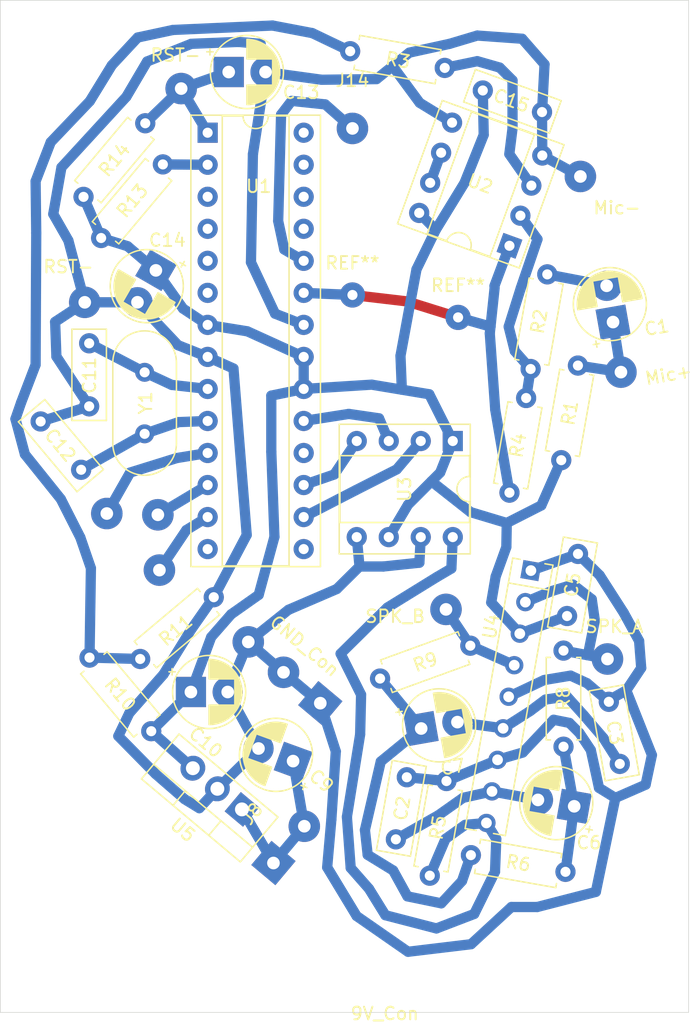
<source format=kicad_pcb>
(kicad_pcb (version 20171130) (host pcbnew "(5.1.2-1)-1")

  (general
    (thickness 1.6)
    (drawings 12)
    (tracks 257)
    (zones 0)
    (modules 50)
    (nets 40)
  )

  (page A4)
  (layers
    (0 F.Cu signal)
    (31 B.Cu signal)
    (32 B.Adhes user)
    (33 F.Adhes user)
    (34 B.Paste user)
    (35 F.Paste user)
    (36 B.SilkS user)
    (37 F.SilkS user)
    (38 B.Mask user)
    (39 F.Mask user)
    (40 Dwgs.User user)
    (41 Cmts.User user)
    (42 Eco1.User user)
    (43 Eco2.User user)
    (44 Edge.Cuts user)
    (45 Margin user)
    (46 B.CrtYd user)
    (47 F.CrtYd user)
    (48 B.Fab user)
    (49 F.Fab user)
  )

  (setup
    (last_trace_width 0.8128)
    (user_trace_width 0.4064)
    (user_trace_width 0.8128)
    (trace_clearance 0.2)
    (zone_clearance 0.508)
    (zone_45_only no)
    (trace_min 0.2)
    (via_size 0.8)
    (via_drill 0.4)
    (via_min_size 0.4)
    (via_min_drill 0.3)
    (uvia_size 0.3)
    (uvia_drill 0.1)
    (uvias_allowed no)
    (uvia_min_size 0.2)
    (uvia_min_drill 0.1)
    (edge_width 0.05)
    (segment_width 0.2)
    (pcb_text_width 0.3)
    (pcb_text_size 1.5 1.5)
    (mod_edge_width 0.12)
    (mod_text_size 1 1)
    (mod_text_width 0.15)
    (pad_size 1.99898 1.99898)
    (pad_drill 0.8001)
    (pad_to_mask_clearance 0.051)
    (solder_mask_min_width 0.25)
    (aux_axis_origin 0 0)
    (visible_elements FFFFFF7F)
    (pcbplotparams
      (layerselection 0x010fc_ffffffff)
      (usegerberextensions false)
      (usegerberattributes false)
      (usegerberadvancedattributes false)
      (creategerberjobfile false)
      (excludeedgelayer true)
      (linewidth 0.100000)
      (plotframeref false)
      (viasonmask false)
      (mode 1)
      (useauxorigin false)
      (hpglpennumber 1)
      (hpglpenspeed 20)
      (hpglpendiameter 15.000000)
      (psnegative false)
      (psa4output false)
      (plotreference true)
      (plotvalue true)
      (plotinvisibletext false)
      (padsonsilk false)
      (subtractmaskfromsilk false)
      (outputformat 1)
      (mirror false)
      (drillshape 0)
      (scaleselection 1)
      (outputdirectory ""))
  )

  (net 0 "")
  (net 1 "Net-(C1-Pad2)")
  (net 2 "Net-(C1-Pad1)")
  (net 3 "Net-(C2-Pad1)")
  (net 4 Earth)
  (net 5 "Net-(C3-Pad1)")
  (net 6 +9V)
  (net 7 "Net-(C6-Pad1)")
  (net 8 "Net-(C7-Pad1)")
  (net 9 "Net-(C8-Pad2)")
  (net 10 +5V)
  (net 11 "Net-(C11-Pad2)")
  (net 12 "Net-(C12-Pad2)")
  (net 13 "Net-(C13-Pad1)")
  (net 14 "Net-(D1-Pad2)")
  (net 15 "Net-(D2-Pad2)")
  (net 16 "Net-(J5-Pad1)")
  (net 17 "Net-(D3-Pad2)")
  (net 18 "Net-(R2-Pad1)")
  (net 19 "Net-(R3-Pad1)")
  (net 20 +2V5)
  (net 21 "Net-(R5-Pad2)")
  (net 22 "Net-(R13-Pad2)")
  (net 23 "Net-(U1-Pad15)")
  (net 24 "Net-(U1-Pad16)")
  (net 25 "Net-(U1-Pad17)")
  (net 26 "Net-(U1-Pad18)")
  (net 27 "Net-(U1-Pad19)")
  (net 28 "Net-(U1-Pad6)")
  (net 29 "Net-(U1-Pad25)")
  (net 30 "Net-(U1-Pad26)")
  (net 31 "Net-(U1-Pad27)")
  (net 32 "Net-(U1-Pad28)")
  (net 33 "Net-(U1-Pad3)")
  (net 34 "Net-(U1-Pad4)")
  (net 35 "Net-(U1-Pad5)")
  (net 36 "Net-(J13-Pad1)")
  (net 37 "Net-(J14-Pad1)")
  (net 38 "Net-(R4-Pad1)")
  (net 39 "Net-(U2-Pad6)")

  (net_class Default "This is the default net class."
    (clearance 0.2)
    (trace_width 0.25)
    (via_dia 0.8)
    (via_drill 0.4)
    (uvia_dia 0.3)
    (uvia_drill 0.1)
    (add_net +2V5)
    (add_net +5V)
    (add_net +9V)
    (add_net Earth)
    (add_net "Net-(C1-Pad1)")
    (add_net "Net-(C1-Pad2)")
    (add_net "Net-(C11-Pad2)")
    (add_net "Net-(C12-Pad2)")
    (add_net "Net-(C13-Pad1)")
    (add_net "Net-(C2-Pad1)")
    (add_net "Net-(C3-Pad1)")
    (add_net "Net-(C6-Pad1)")
    (add_net "Net-(C7-Pad1)")
    (add_net "Net-(C8-Pad2)")
    (add_net "Net-(D1-Pad2)")
    (add_net "Net-(D2-Pad2)")
    (add_net "Net-(D3-Pad2)")
    (add_net "Net-(J13-Pad1)")
    (add_net "Net-(J14-Pad1)")
    (add_net "Net-(J5-Pad1)")
    (add_net "Net-(R13-Pad2)")
    (add_net "Net-(R2-Pad1)")
    (add_net "Net-(R3-Pad1)")
    (add_net "Net-(R4-Pad1)")
    (add_net "Net-(R5-Pad2)")
    (add_net "Net-(U1-Pad15)")
    (add_net "Net-(U1-Pad16)")
    (add_net "Net-(U1-Pad17)")
    (add_net "Net-(U1-Pad18)")
    (add_net "Net-(U1-Pad19)")
    (add_net "Net-(U1-Pad25)")
    (add_net "Net-(U1-Pad26)")
    (add_net "Net-(U1-Pad27)")
    (add_net "Net-(U1-Pad28)")
    (add_net "Net-(U1-Pad3)")
    (add_net "Net-(U1-Pad4)")
    (add_net "Net-(U1-Pad5)")
    (add_net "Net-(U1-Pad6)")
    (add_net "Net-(U2-Pad6)")
  )

  (module Connector_Wire:SolderWirePad_1x01_Drill0.8mm (layer F.Cu) (tedit 61A973BB) (tstamp 61A97946)
    (at 49.022 37.846)
    (descr "Wire solder connection")
    (tags connector)
    (attr virtual)
    (fp_text reference REF** (at 0 -2.54) (layer F.SilkS)
      (effects (font (size 1 1) (thickness 0.15)))
    )
    (fp_text value SolderWirePad_1x01_Drill0.8mm (at 0 2.54) (layer F.Fab)
      (effects (font (size 1 1) (thickness 0.15)))
    )
    (fp_line (start 1.5 1.5) (end -1.5 1.5) (layer F.CrtYd) (width 0.05))
    (fp_line (start 1.5 1.5) (end 1.5 -1.5) (layer F.CrtYd) (width 0.05))
    (fp_line (start -1.5 -1.5) (end -1.5 1.5) (layer F.CrtYd) (width 0.05))
    (fp_line (start -1.5 -1.5) (end 1.5 -1.5) (layer F.CrtYd) (width 0.05))
    (fp_text user %R (at 0 0) (layer F.Fab)
      (effects (font (size 1 1) (thickness 0.15)))
    )
    (pad 1 thru_hole circle (at 0 0) (size 1.99898 1.99898) (drill 0.8001) (layers *.Cu *.Mask)
      (net 38 "Net-(R4-Pad1)"))
  )

  (module Connector_Wire:SolderWirePad_1x01_Drill0.8mm (layer F.Cu) (tedit 61A973C2) (tstamp 61A9790B)
    (at 40.64 36.068)
    (descr "Wire solder connection")
    (tags connector)
    (attr virtual)
    (fp_text reference REF** (at 0 -2.54) (layer F.SilkS)
      (effects (font (size 1 1) (thickness 0.15)))
    )
    (fp_text value SolderWirePad_1x01_Drill0.8mm (at 0 2.54) (layer F.Fab)
      (effects (font (size 1 1) (thickness 0.15)))
    )
    (fp_line (start 1.5 1.5) (end -1.5 1.5) (layer F.CrtYd) (width 0.05))
    (fp_line (start 1.5 1.5) (end 1.5 -1.5) (layer F.CrtYd) (width 0.05))
    (fp_line (start -1.5 -1.5) (end -1.5 1.5) (layer F.CrtYd) (width 0.05))
    (fp_line (start -1.5 -1.5) (end 1.5 -1.5) (layer F.CrtYd) (width 0.05))
    (fp_text user %R (at 0 0) (layer F.Fab)
      (effects (font (size 1 1) (thickness 0.15)))
    )
    (pad 1 thru_hole circle (at 0 0) (size 1.99898 1.99898) (drill 0.8001) (layers *.Cu *.Mask)
      (net 38 "Net-(R4-Pad1)"))
  )

  (module MountingHole:MountingHole_3.5mm (layer F.Cu) (tedit 56D1B4CB) (tstamp 618B1BE7)
    (at 63.246 17.018)
    (descr "Mounting Hole 3.5mm, no annular")
    (tags "mounting hole 3.5mm no annular")
    (attr virtual)
    (fp_text reference REF** (at 0 -4.5) (layer F.SilkS) hide
      (effects (font (size 1 1) (thickness 0.15)))
    )
    (fp_text value MountingHole_3.5mm (at 0 4.5) (layer F.Fab) hide
      (effects (font (size 1 1) (thickness 0.15)))
    )
    (fp_text user %R (at 0.3 0) (layer F.Fab)
      (effects (font (size 1 1) (thickness 0.15)))
    )
    (fp_circle (center 0 0) (end 3.5 0) (layer Cmts.User) (width 0.15))
    (fp_circle (center 0 0) (end 3.75 0) (layer F.CrtYd) (width 0.05))
    (pad 1 np_thru_hole circle (at 0 0) (size 3.5 3.5) (drill 3.5) (layers *.Cu *.Mask))
  )

  (module MountingHole:MountingHole_3.5mm (layer F.Cu) (tedit 56D1B4CB) (tstamp 618B1BE7)
    (at 16.764 88.9)
    (descr "Mounting Hole 3.5mm, no annular")
    (tags "mounting hole 3.5mm no annular")
    (attr virtual)
    (fp_text reference REF** (at 0 -4.5) (layer F.SilkS) hide
      (effects (font (size 1 1) (thickness 0.15)))
    )
    (fp_text value MountingHole_3.5mm (at 0 4.5) (layer F.Fab) hide
      (effects (font (size 1 1) (thickness 0.15)))
    )
    (fp_text user %R (at 0.3 0) (layer F.Fab)
      (effects (font (size 1 1) (thickness 0.15)))
    )
    (fp_circle (center 0 0) (end 3.5 0) (layer Cmts.User) (width 0.15))
    (fp_circle (center 0 0) (end 3.75 0) (layer F.CrtYd) (width 0.05))
    (pad 1 np_thru_hole circle (at 0 0) (size 3.5 3.5) (drill 3.5) (layers *.Cu *.Mask))
  )

  (module Connector_Wire:SolderWirePad_1x01_Drill1mm (layer F.Cu) (tedit 5AEE5EBE) (tstamp 618AC2D7)
    (at 40.64 22.86)
    (descr "Wire solder connection")
    (tags connector)
    (path /618B1B0E)
    (attr virtual)
    (fp_text reference J14 (at 0 -3.81) (layer F.SilkS)
      (effects (font (size 1 1) (thickness 0.15)))
    )
    (fp_text value A1 (at 0 3.175) (layer F.Fab)
      (effects (font (size 1 1) (thickness 0.15)))
    )
    (fp_line (start 1.75 1.75) (end -1.75 1.75) (layer F.CrtYd) (width 0.05))
    (fp_line (start 1.75 1.75) (end 1.75 -1.75) (layer F.CrtYd) (width 0.05))
    (fp_line (start -1.75 -1.75) (end -1.75 1.75) (layer F.CrtYd) (width 0.05))
    (fp_line (start -1.75 -1.75) (end 1.75 -1.75) (layer F.CrtYd) (width 0.05))
    (fp_text user %R (at 0 0) (layer F.Fab)
      (effects (font (size 1 1) (thickness 0.15)))
    )
    (pad 1 thru_hole circle (at 0 0) (size 2.49936 2.49936) (drill 1.00076) (layers *.Cu *.Mask)
      (net 37 "Net-(J14-Pad1)"))
  )

  (module MountingHole:MountingHole_3.5mm (layer F.Cu) (tedit 56D1B4CB) (tstamp 618B74D1)
    (at 63.246 88.9)
    (descr "Mounting Hole 3.5mm, no annular")
    (tags "mounting hole 3.5mm no annular")
    (attr virtual)
    (fp_text reference REF** (at 0 -4.5) (layer F.SilkS) hide
      (effects (font (size 1 1) (thickness 0.15)))
    )
    (fp_text value MountingHole_3.5mm (at 0 4.5) (layer F.Fab) hide
      (effects (font (size 1 1) (thickness 0.15)))
    )
    (fp_circle (center 0 0) (end 3.75 0) (layer F.CrtYd) (width 0.05))
    (fp_circle (center 0 0) (end 3.5 0) (layer Cmts.User) (width 0.15))
    (fp_text user %R (at 0.3 0) (layer F.Fab)
      (effects (font (size 1 1) (thickness 0.15)))
    )
    (pad 1 np_thru_hole circle (at 0 0) (size 3.5 3.5) (drill 3.5) (layers *.Cu *.Mask))
  )

  (module MountingHole:MountingHole_3.5mm (layer F.Cu) (tedit 56D1B4CB) (tstamp 618B74AD)
    (at 16.764 17)
    (descr "Mounting Hole 3.5mm, no annular")
    (tags "mounting hole 3.5mm no annular")
    (attr virtual)
    (fp_text reference REF** (at 0 -4.5) (layer F.SilkS) hide
      (effects (font (size 1 1) (thickness 0.15)))
    )
    (fp_text value MountingHole_3.5mm (at 0 4.5) (layer F.Fab) hide
      (effects (font (size 1 1) (thickness 0.15)))
    )
    (fp_circle (center 0 0) (end 3.75 0) (layer F.CrtYd) (width 0.05))
    (fp_circle (center 0 0) (end 3.5 0) (layer Cmts.User) (width 0.15))
    (fp_text user %R (at 0.3 0) (layer F.Fab)
      (effects (font (size 1 1) (thickness 0.15)))
    )
    (pad 1 np_thru_hole circle (at 0 0) (size 3.5 3.5) (drill 3.5) (layers *.Cu *.Mask))
  )

  (module Capacitor_THT:C_Rect_L7.0mm_W2.5mm_P5.00mm (layer F.Cu) (tedit 5AE50EF0) (tstamp 618A5E1C)
    (at 50.981905 19.851568 340)
    (descr "C, Rect series, Radial, pin pitch=5.00mm, , length*width=7*2.5mm^2, Capacitor")
    (tags "C Rect series Radial pin pitch 5.00mm  length 7mm width 2.5mm Capacitor")
    (path /61A28CC6)
    (fp_text reference C15 (at 2.404392 -0.025454 160) (layer F.SilkS)
      (effects (font (size 1 1) (thickness 0.15)))
    )
    (fp_text value 100n (at 2.5 2.5 160) (layer F.Fab)
      (effects (font (size 1 1) (thickness 0.15)))
    )
    (fp_text user %R (at 2.5 0 160) (layer F.Fab)
      (effects (font (size 1 1) (thickness 0.15)))
    )
    (fp_line (start 6.25 -1.5) (end -1.25 -1.5) (layer F.CrtYd) (width 0.05))
    (fp_line (start 6.25 1.5) (end 6.25 -1.5) (layer F.CrtYd) (width 0.05))
    (fp_line (start -1.25 1.5) (end 6.25 1.5) (layer F.CrtYd) (width 0.05))
    (fp_line (start -1.25 -1.5) (end -1.25 1.5) (layer F.CrtYd) (width 0.05))
    (fp_line (start 6.12 -1.37) (end 6.12 1.37) (layer F.SilkS) (width 0.12))
    (fp_line (start -1.12 -1.37) (end -1.12 1.37) (layer F.SilkS) (width 0.12))
    (fp_line (start -1.12 1.37) (end 6.12 1.37) (layer F.SilkS) (width 0.12))
    (fp_line (start -1.12 -1.37) (end 6.12 -1.37) (layer F.SilkS) (width 0.12))
    (fp_line (start 6 -1.25) (end -1 -1.25) (layer F.Fab) (width 0.1))
    (fp_line (start 6 1.25) (end 6 -1.25) (layer F.Fab) (width 0.1))
    (fp_line (start -1 1.25) (end 6 1.25) (layer F.Fab) (width 0.1))
    (fp_line (start -1 -1.25) (end -1 1.25) (layer F.Fab) (width 0.1))
    (pad 2 thru_hole circle (at 5 0 340) (size 1.6 1.6) (drill 0.8) (layers *.Cu *.Mask)
      (net 4 Earth))
    (pad 1 thru_hole circle (at 0 0 340) (size 1.6 1.6) (drill 0.8) (layers *.Cu *.Mask)
      (net 10 +5V))
    (model ${KISYS3DMOD}/Capacitor_THT.3dshapes/C_Rect_L7.0mm_W2.5mm_P5.00mm.wrl
      (at (xyz 0 0 0))
      (scale (xyz 1 1 1))
      (rotate (xyz 0 0 0))
    )
  )

  (module Capacitor_THT:CP_Radial_D5.0mm_P2.0mm_Bigger_Holes (layer F.Cu) (tedit 61634441) (tstamp 618A1ACF)
    (at 61.807483 36.323244 100)
    (path /6181CB0B)
    (fp_text reference C1 (at -2.810973 2.522886 190) (layer F.SilkS)
      (effects (font (size 1 1) (thickness 0.15)))
    )
    (fp_text value 1u (at 0.254 4.318 100) (layer F.Fab)
      (effects (font (size 1 1) (thickness 0.15)))
    )
    (fp_text user %R (at -0.3335 -0.8128 100) (layer F.Fab)
      (effects (font (size 1 1) (thickness 0.15)))
    )
    (fp_circle (center -0.3335 -0.8128) (end 2.4665 -0.8128) (layer F.Fab) (width 0.1))
    (fp_line (start -2.467105 -1.9003) (end -1.967105 -1.9003) (layer F.Fab) (width 0.1))
    (fp_line (start -2.217105 -2.1503) (end -2.217105 -1.6503) (layer F.Fab) (width 0.1))
    (fp_line (start -0.2135 -3.3908) (end -0.2135 -1.8528) (layer F.SilkS) (width 0.12))
    (fp_line (start -0.2135 0.2272) (end -0.2135 1.7652) (layer F.SilkS) (width 0.12))
    (fp_line (start -0.1735 -3.3888) (end -0.1735 -1.8528) (layer F.SilkS) (width 0.12))
    (fp_line (start -0.1735 0.2272) (end -0.1735 1.7632) (layer F.SilkS) (width 0.12))
    (fp_line (start -0.1335 -3.3858) (end -0.1335 -1.8528) (layer F.SilkS) (width 0.12))
    (fp_line (start -0.1335 0.2272) (end -0.1335 1.7602) (layer F.SilkS) (width 0.12))
    (fp_line (start -0.0935 -3.3818) (end -0.0935 -1.8528) (layer F.SilkS) (width 0.12))
    (fp_line (start -0.0935 0.2272) (end -0.0935 1.7562) (layer F.SilkS) (width 0.12))
    (fp_line (start -0.0535 -3.3778) (end -0.0535 -1.8528) (layer F.SilkS) (width 0.12))
    (fp_line (start -0.0535 0.2272) (end -0.0535 1.7522) (layer F.SilkS) (width 0.12))
    (fp_line (start -0.0135 -3.3738) (end -0.0135 -1.8528) (layer F.SilkS) (width 0.12))
    (fp_line (start -0.0135 0.2272) (end -0.0135 1.7482) (layer F.SilkS) (width 0.12))
    (fp_line (start 0.0265 -3.3688) (end 0.0265 -1.8528) (layer F.SilkS) (width 0.12))
    (fp_line (start 0.0265 0.2272) (end 0.0265 1.7432) (layer F.SilkS) (width 0.12))
    (fp_line (start 0.0665 -3.3628) (end 0.0665 -1.8528) (layer F.SilkS) (width 0.12))
    (fp_line (start 0.0665 0.2272) (end 0.0665 1.7372) (layer F.SilkS) (width 0.12))
    (fp_line (start 0.1065 -3.3558) (end 0.1065 -1.8528) (layer F.SilkS) (width 0.12))
    (fp_line (start 0.1065 0.2272) (end 0.1065 1.7302) (layer F.SilkS) (width 0.12))
    (fp_line (start 0.1465 -3.3488) (end 0.1465 -1.8528) (layer F.SilkS) (width 0.12))
    (fp_line (start 0.1465 0.2272) (end 0.1465 1.7232) (layer F.SilkS) (width 0.12))
    (fp_line (start 0.1865 -3.3408) (end 0.1865 -1.8528) (layer F.SilkS) (width 0.12))
    (fp_line (start 0.7875 0.2272) (end 0.7875 1.5162) (layer F.SilkS) (width 0.12))
    (fp_line (start 0.8275 -3.1228) (end 0.8275 -1.8528) (layer F.SilkS) (width 0.12))
    (fp_line (start 0.8275 0.2272) (end 0.8275 1.4972) (layer F.SilkS) (width 0.12))
    (fp_line (start 0.8675 -3.1028) (end 0.8675 -1.8528) (layer F.SilkS) (width 0.12))
    (fp_line (start 0.8675 0.2272) (end 0.8675 1.4772) (layer F.SilkS) (width 0.12))
    (fp_line (start 0.9075 -3.0808) (end 0.9075 -1.8528) (layer F.SilkS) (width 0.12))
    (fp_line (start 0.9075 0.2272) (end 0.9075 1.4552) (layer F.SilkS) (width 0.12))
    (fp_line (start 0.9475 -3.0598) (end 0.9475 -1.8528) (layer F.SilkS) (width 0.12))
    (fp_line (start 0.9475 0.2272) (end 0.9475 1.4342) (layer F.SilkS) (width 0.12))
    (fp_line (start 0.9875 -3.0368) (end 0.9875 -1.8528) (layer F.SilkS) (width 0.12))
    (fp_line (start 0.9875 0.2272) (end 0.9875 1.4112) (layer F.SilkS) (width 0.12))
    (fp_line (start 1.0275 -3.0128) (end 1.0275 -1.8528) (layer F.SilkS) (width 0.12))
    (fp_line (start 1.0275 0.2272) (end 1.0275 1.3872) (layer F.SilkS) (width 0.12))
    (fp_line (start 1.0675 -2.9878) (end 1.0675 -1.8528) (layer F.SilkS) (width 0.12))
    (fp_line (start 1.0675 0.2272) (end 1.0675 1.3622) (layer F.SilkS) (width 0.12))
    (fp_line (start 1.1075 -2.9618) (end 1.1075 -1.8528) (layer F.SilkS) (width 0.12))
    (fp_circle (center -0.3335 -0.8128) (end 2.6665 -0.8128) (layer F.CrtYd) (width 0.05))
    (fp_line (start -0.2935 -3.3928) (end -0.2935 -1.8528) (layer F.SilkS) (width 0.12))
    (fp_line (start -0.2535 -3.3918) (end -0.2535 -1.8528) (layer F.SilkS) (width 0.12))
    (fp_line (start -0.2535 0.2272) (end -0.2535 1.7662) (layer F.SilkS) (width 0.12))
    (fp_line (start 1.1075 0.2272) (end 1.1075 1.3362) (layer F.SilkS) (width 0.12))
    (fp_line (start 1.1475 -2.9348) (end 1.1475 -1.8528) (layer F.SilkS) (width 0.12))
    (fp_line (start 1.1475 0.2272) (end 1.1475 1.3092) (layer F.SilkS) (width 0.12))
    (fp_line (start 1.1875 -2.9078) (end 1.1875 -1.8528) (layer F.SilkS) (width 0.12))
    (fp_line (start 1.1875 0.2272) (end 1.1875 1.2822) (layer F.SilkS) (width 0.12))
    (fp_line (start 1.2275 -2.8778) (end 1.2275 -1.8528) (layer F.SilkS) (width 0.12))
    (fp_line (start 1.2275 0.2272) (end 1.2275 1.2522) (layer F.SilkS) (width 0.12))
    (fp_line (start 1.2675 -2.8478) (end 1.2675 -1.8528) (layer F.SilkS) (width 0.12))
    (fp_line (start 1.2675 0.2272) (end 1.2675 1.2222) (layer F.SilkS) (width 0.12))
    (fp_line (start -0.3335 0.2272) (end -0.3335 1.7672) (layer F.SilkS) (width 0.12))
    (fp_line (start 0.1865 0.2272) (end 0.1865 1.7152) (layer F.SilkS) (width 0.12))
    (fp_line (start 0.2265 -3.3328) (end 0.2265 -1.8528) (layer F.SilkS) (width 0.12))
    (fp_line (start 0.2265 0.2272) (end 0.2265 1.7072) (layer F.SilkS) (width 0.12))
    (fp_line (start 0.2665 -3.3238) (end 0.2665 -1.8528) (layer F.SilkS) (width 0.12))
    (fp_line (start 0.2665 0.2272) (end 0.2665 1.6982) (layer F.SilkS) (width 0.12))
    (fp_line (start 0.3065 -3.3138) (end 0.3065 -1.8528) (layer F.SilkS) (width 0.12))
    (fp_line (start 0.3065 0.2272) (end 0.3065 1.6882) (layer F.SilkS) (width 0.12))
    (fp_line (start 0.3465 -3.3038) (end 0.3465 -1.8528) (layer F.SilkS) (width 0.12))
    (fp_line (start 1.3075 -2.8168) (end 1.3075 -1.8528) (layer F.SilkS) (width 0.12))
    (fp_line (start 1.3075 0.2272) (end 1.3075 1.1912) (layer F.SilkS) (width 0.12))
    (fp_line (start 1.3475 -2.7838) (end 1.3475 -1.8528) (layer F.SilkS) (width 0.12))
    (fp_line (start 1.3475 0.2272) (end 1.3475 1.1582) (layer F.SilkS) (width 0.12))
    (fp_line (start 1.3875 -2.7498) (end 1.3875 -1.8528) (layer F.SilkS) (width 0.12))
    (fp_line (start 1.3875 0.2272) (end 1.3875 1.1242) (layer F.SilkS) (width 0.12))
    (fp_line (start 1.4275 -2.7138) (end 1.4275 -1.8528) (layer F.SilkS) (width 0.12))
    (fp_line (start 1.4275 0.2272) (end 1.4275 1.0882) (layer F.SilkS) (width 0.12))
    (fp_line (start 1.4675 -2.6768) (end 1.4675 -1.8528) (layer F.SilkS) (width 0.12))
    (fp_line (start 1.4675 0.2272) (end 1.4675 1.0512) (layer F.SilkS) (width 0.12))
    (fp_line (start 1.5075 -2.6388) (end 1.5075 -1.8528) (layer F.SilkS) (width 0.12))
    (fp_line (start 1.5075 0.2272) (end 1.5075 1.0132) (layer F.SilkS) (width 0.12))
    (fp_line (start 1.5475 -2.5978) (end 1.5475 -1.8528) (layer F.SilkS) (width 0.12))
    (fp_line (start 1.5475 0.2272) (end 1.5475 0.9722) (layer F.SilkS) (width 0.12))
    (fp_line (start 1.5875 -2.5558) (end 1.5875 -1.8528) (layer F.SilkS) (width 0.12))
    (fp_line (start 1.5875 0.2272) (end 1.5875 0.9302) (layer F.SilkS) (width 0.12))
    (fp_line (start 1.6275 -2.5118) (end 1.6275 -1.8528) (layer F.SilkS) (width 0.12))
    (fp_line (start 1.6275 0.2272) (end 1.6275 0.8862) (layer F.SilkS) (width 0.12))
    (fp_line (start 1.6675 -2.4658) (end 1.6675 -1.8528) (layer F.SilkS) (width 0.12))
    (fp_line (start 1.6675 0.2272) (end 1.6675 0.8402) (layer F.SilkS) (width 0.12))
    (fp_line (start 1.7075 -2.4178) (end 1.7075 0.7922) (layer F.SilkS) (width 0.12))
    (fp_line (start 1.7475 -2.3668) (end 1.7475 0.7412) (layer F.SilkS) (width 0.12))
    (fp_line (start 1.7875 -2.3128) (end 1.7875 0.6872) (layer F.SilkS) (width 0.12))
    (fp_line (start 1.8275 -2.2558) (end 1.8275 0.6302) (layer F.SilkS) (width 0.12))
    (fp_line (start 1.8675 -2.1958) (end 1.8675 0.5702) (layer F.SilkS) (width 0.12))
    (fp_line (start 1.9075 -2.1318) (end 1.9075 0.5062) (layer F.SilkS) (width 0.12))
    (fp_line (start 1.9475 -2.0638) (end 1.9475 0.4382) (layer F.SilkS) (width 0.12))
    (fp_line (start 1.9875 -1.9908) (end 1.9875 0.3652) (layer F.SilkS) (width 0.12))
    (fp_line (start 2.0275 -1.9108) (end 2.0275 0.2852) (layer F.SilkS) (width 0.12))
    (fp_line (start 2.0675 -1.8238) (end 2.0675 0.1982) (layer F.SilkS) (width 0.12))
    (fp_line (start 2.1075 -1.7278) (end 2.1075 0.1022) (layer F.SilkS) (width 0.12))
    (fp_line (start 2.1475 -1.6178) (end 2.1475 -0.0078) (layer F.SilkS) (width 0.12))
    (fp_line (start 2.1875 -1.4898) (end 2.1875 -0.1358) (layer F.SilkS) (width 0.12))
    (fp_line (start 2.2275 -1.3308) (end 2.2275 -0.2948) (layer F.SilkS) (width 0.12))
    (fp_line (start 2.2675 -1.0968) (end 2.2675 -0.5288) (layer F.SilkS) (width 0.12))
    (fp_line (start -3.519275 -2.4148) (end -3.019275 -2.4148) (layer F.SilkS) (width 0.12))
    (fp_line (start -3.269275 -2.6648) (end -3.269275 -2.1648) (layer F.SilkS) (width 0.12))
    (fp_line (start -0.2935 0.2272) (end -0.2935 1.7672) (layer F.SilkS) (width 0.12))
    (fp_line (start -0.3335 -3.3928) (end -0.3335 -1.8528) (layer F.SilkS) (width 0.12))
    (fp_line (start 0.3465 0.2272) (end 0.3465 1.6782) (layer F.SilkS) (width 0.12))
    (fp_line (start 0.3875 -3.2928) (end 0.3875 -1.8528) (layer F.SilkS) (width 0.12))
    (fp_line (start 0.3875 0.2272) (end 0.3875 1.6672) (layer F.SilkS) (width 0.12))
    (fp_line (start 0.4275 -3.2808) (end 0.4275 -1.8528) (layer F.SilkS) (width 0.12))
    (fp_line (start 0.4275 0.2272) (end 0.4275 1.6552) (layer F.SilkS) (width 0.12))
    (fp_line (start 0.4675 -3.2678) (end 0.4675 -1.8528) (layer F.SilkS) (width 0.12))
    (fp_line (start 0.4675 0.2272) (end 0.4675 1.6422) (layer F.SilkS) (width 0.12))
    (fp_line (start 0.5075 -3.2548) (end 0.5075 -1.8528) (layer F.SilkS) (width 0.12))
    (fp_line (start 0.5075 0.2272) (end 0.5075 1.6292) (layer F.SilkS) (width 0.12))
    (fp_line (start 0.5475 -3.2408) (end 0.5475 -1.8528) (layer F.SilkS) (width 0.12))
    (fp_line (start 0.5475 0.2272) (end 0.5475 1.6152) (layer F.SilkS) (width 0.12))
    (fp_line (start 0.5875 -3.2268) (end 0.5875 -1.8528) (layer F.SilkS) (width 0.12))
    (fp_line (start 0.5875 0.2272) (end 0.5875 1.6012) (layer F.SilkS) (width 0.12))
    (fp_line (start 0.6275 -3.2108) (end 0.6275 -1.8528) (layer F.SilkS) (width 0.12))
    (fp_line (start 0.6275 0.2272) (end 0.6275 1.5852) (layer F.SilkS) (width 0.12))
    (fp_line (start 0.6675 -3.1948) (end 0.6675 -1.8528) (layer F.SilkS) (width 0.12))
    (fp_line (start 0.6675 0.2272) (end 0.6675 1.5692) (layer F.SilkS) (width 0.12))
    (fp_line (start 0.7075 -3.1778) (end 0.7075 -1.8528) (layer F.SilkS) (width 0.12))
    (fp_line (start 0.7075 0.2272) (end 0.7075 1.5522) (layer F.SilkS) (width 0.12))
    (fp_line (start 0.7475 -3.1608) (end 0.7475 -1.8528) (layer F.SilkS) (width 0.12))
    (fp_line (start 0.7475 0.2272) (end 0.7475 1.5352) (layer F.SilkS) (width 0.12))
    (fp_line (start 0.7875 -3.1418) (end 0.7875 -1.8528) (layer F.SilkS) (width 0.12))
    (fp_circle (center -0.3335 -0.8128) (end 2.5665 -0.8128) (layer F.SilkS) (width 0.12))
    (pad 2 thru_hole circle (at 1.143 -0.8128 100) (size 2.4 2.4) (drill 1) (layers *.Cu *.Mask)
      (net 1 "Net-(C1-Pad2)"))
    (pad 1 thru_hole rect (at -1.778 -0.8128 100) (size 2.4 2.4) (drill 1) (layers *.Cu *.Mask)
      (net 2 "Net-(C1-Pad1)"))
  )

  (module Capacitor_THT:C_Rect_L7.0mm_W2.5mm_P5.00mm (layer F.Cu) (tedit 5AE50EF0) (tstamp 618A1AE2)
    (at 44.084793 79.238857 80)
    (descr "C, Rect series, Radial, pin pitch=5.00mm, , length*width=7*2.5mm^2, Capacitor")
    (tags "C Rect series Radial pin pitch 5.00mm  length 7mm width 2.5mm Capacitor")
    (path /6182C8D5)
    (fp_text reference C2 (at 2.507088 0.056108 80) (layer F.SilkS)
      (effects (font (size 1 1) (thickness 0.15)))
    )
    (fp_text value 22n (at 2.5 2.5 80) (layer F.Fab)
      (effects (font (size 1 1) (thickness 0.15)))
    )
    (fp_line (start -1 -1.25) (end -1 1.25) (layer F.Fab) (width 0.1))
    (fp_line (start -1 1.25) (end 6 1.25) (layer F.Fab) (width 0.1))
    (fp_line (start 6 1.25) (end 6 -1.25) (layer F.Fab) (width 0.1))
    (fp_line (start 6 -1.25) (end -1 -1.25) (layer F.Fab) (width 0.1))
    (fp_line (start -1.12 -1.37) (end 6.12 -1.37) (layer F.SilkS) (width 0.12))
    (fp_line (start -1.12 1.37) (end 6.12 1.37) (layer F.SilkS) (width 0.12))
    (fp_line (start -1.12 -1.37) (end -1.12 1.37) (layer F.SilkS) (width 0.12))
    (fp_line (start 6.12 -1.37) (end 6.12 1.37) (layer F.SilkS) (width 0.12))
    (fp_line (start -1.25 -1.5) (end -1.25 1.5) (layer F.CrtYd) (width 0.05))
    (fp_line (start -1.25 1.5) (end 6.25 1.5) (layer F.CrtYd) (width 0.05))
    (fp_line (start 6.25 1.5) (end 6.25 -1.5) (layer F.CrtYd) (width 0.05))
    (fp_line (start 6.25 -1.5) (end -1.25 -1.5) (layer F.CrtYd) (width 0.05))
    (fp_text user %R (at 2.5 0 80) (layer F.Fab)
      (effects (font (size 1 1) (thickness 0.15)))
    )
    (pad 1 thru_hole circle (at 0 0 80) (size 1.6 1.6) (drill 0.8) (layers *.Cu *.Mask)
      (net 3 "Net-(C2-Pad1)"))
    (pad 2 thru_hole circle (at 5 0 80) (size 1.6 1.6) (drill 0.8) (layers *.Cu *.Mask)
      (net 4 Earth))
    (model ${KISYS3DMOD}/Capacitor_THT.3dshapes/C_Rect_L7.0mm_W2.5mm_P5.00mm.wrl
      (at (xyz 0 0 0))
      (scale (xyz 1 1 1))
      (rotate (xyz 0 0 0))
    )
  )

  (module Capacitor_THT:C_Rect_L7.0mm_W2.5mm_P5.00mm (layer F.Cu) (tedit 5AE50EF0) (tstamp 618A1AF5)
    (at 61.8504 73.2546 100)
    (descr "C, Rect series, Radial, pin pitch=5.00mm, , length*width=7*2.5mm^2, Capacitor")
    (tags "C Rect series Radial pin pitch 5.00mm  length 7mm width 2.5mm Capacitor")
    (path /618267D6)
    (fp_text reference C3 (at 2.506858 0.035856 100) (layer F.SilkS)
      (effects (font (size 1 1) (thickness 0.15)))
    )
    (fp_text value 22n (at 2.5 2.5 100) (layer F.Fab)
      (effects (font (size 1 1) (thickness 0.15)))
    )
    (fp_line (start -1 -1.25) (end -1 1.25) (layer F.Fab) (width 0.1))
    (fp_line (start -1 1.25) (end 6 1.25) (layer F.Fab) (width 0.1))
    (fp_line (start 6 1.25) (end 6 -1.25) (layer F.Fab) (width 0.1))
    (fp_line (start 6 -1.25) (end -1 -1.25) (layer F.Fab) (width 0.1))
    (fp_line (start -1.12 -1.37) (end 6.12 -1.37) (layer F.SilkS) (width 0.12))
    (fp_line (start -1.12 1.37) (end 6.12 1.37) (layer F.SilkS) (width 0.12))
    (fp_line (start -1.12 -1.37) (end -1.12 1.37) (layer F.SilkS) (width 0.12))
    (fp_line (start 6.12 -1.37) (end 6.12 1.37) (layer F.SilkS) (width 0.12))
    (fp_line (start -1.25 -1.5) (end -1.25 1.5) (layer F.CrtYd) (width 0.05))
    (fp_line (start -1.25 1.5) (end 6.25 1.5) (layer F.CrtYd) (width 0.05))
    (fp_line (start 6.25 1.5) (end 6.25 -1.5) (layer F.CrtYd) (width 0.05))
    (fp_line (start 6.25 -1.5) (end -1.25 -1.5) (layer F.CrtYd) (width 0.05))
    (fp_text user %R (at 2.5 0 100) (layer F.Fab)
      (effects (font (size 1 1) (thickness 0.15)))
    )
    (pad 1 thru_hole circle (at 0 0 100) (size 1.6 1.6) (drill 0.8) (layers *.Cu *.Mask)
      (net 5 "Net-(C3-Pad1)"))
    (pad 2 thru_hole circle (at 5 0 100) (size 1.6 1.6) (drill 0.8) (layers *.Cu *.Mask)
      (net 4 Earth))
    (model ${KISYS3DMOD}/Capacitor_THT.3dshapes/C_Rect_L7.0mm_W2.5mm_P5.00mm.wrl
      (at (xyz 0 0 0))
      (scale (xyz 1 1 1))
      (rotate (xyz 0 0 0))
    )
  )

  (module Capacitor_THT:C_Rect_L7.0mm_W2.5mm_P5.00mm (layer F.Cu) (tedit 5AE50EF0) (tstamp 618A1B8B)
    (at 57.666546 61.528241 80)
    (descr "C, Rect series, Radial, pin pitch=5.00mm, , length*width=7*2.5mm^2, Capacitor")
    (tags "C Rect series Radial pin pitch 5.00mm  length 7mm width 2.5mm Capacitor")
    (path /618353F6)
    (fp_text reference C5 (at 2.511399 -0.00228 80) (layer F.SilkS)
      (effects (font (size 1 1) (thickness 0.15)))
    )
    (fp_text value 0.1u (at 2.5 2.5 80) (layer F.Fab)
      (effects (font (size 1 1) (thickness 0.15)))
    )
    (fp_text user %R (at 2.5 0 80) (layer F.Fab)
      (effects (font (size 1 1) (thickness 0.15)))
    )
    (fp_line (start 6.25 -1.5) (end -1.25 -1.5) (layer F.CrtYd) (width 0.05))
    (fp_line (start 6.25 1.5) (end 6.25 -1.5) (layer F.CrtYd) (width 0.05))
    (fp_line (start -1.25 1.5) (end 6.25 1.5) (layer F.CrtYd) (width 0.05))
    (fp_line (start -1.25 -1.5) (end -1.25 1.5) (layer F.CrtYd) (width 0.05))
    (fp_line (start 6.12 -1.37) (end 6.12 1.37) (layer F.SilkS) (width 0.12))
    (fp_line (start -1.12 -1.37) (end -1.12 1.37) (layer F.SilkS) (width 0.12))
    (fp_line (start -1.12 1.37) (end 6.12 1.37) (layer F.SilkS) (width 0.12))
    (fp_line (start -1.12 -1.37) (end 6.12 -1.37) (layer F.SilkS) (width 0.12))
    (fp_line (start 6 -1.25) (end -1 -1.25) (layer F.Fab) (width 0.1))
    (fp_line (start 6 1.25) (end 6 -1.25) (layer F.Fab) (width 0.1))
    (fp_line (start -1 1.25) (end 6 1.25) (layer F.Fab) (width 0.1))
    (fp_line (start -1 -1.25) (end -1 1.25) (layer F.Fab) (width 0.1))
    (pad 2 thru_hole circle (at 5 0 80) (size 1.6 1.6) (drill 0.8) (layers *.Cu *.Mask)
      (net 4 Earth))
    (pad 1 thru_hole circle (at 0 0 80) (size 1.6 1.6) (drill 0.8) (layers *.Cu *.Mask)
      (net 10 +5V))
    (model ${KISYS3DMOD}/Capacitor_THT.3dshapes/C_Rect_L7.0mm_W2.5mm_P5.00mm.wrl
      (at (xyz 0 0 0))
      (scale (xyz 1 1 1))
      (rotate (xyz 0 0 0))
    )
  )

  (module Capacitor_THT:CP_Radial_D5.0mm_P2.0mm_Bigger_Holes (layer F.Cu) (tedit 61634441) (tstamp 618A1C0E)
    (at 56.622885 75.509417 170)
    (path /6181A563)
    (fp_text reference C6 (at -3.429075 -3.452177 180) (layer F.SilkS)
      (effects (font (size 1 1) (thickness 0.15)))
    )
    (fp_text value 1u (at 0.254 4.318 170) (layer F.Fab)
      (effects (font (size 1 1) (thickness 0.15)))
    )
    (fp_circle (center -0.3335 -0.8128) (end 2.5665 -0.8128) (layer F.SilkS) (width 0.12))
    (fp_line (start 0.7875 -3.1418) (end 0.7875 -1.8528) (layer F.SilkS) (width 0.12))
    (fp_line (start 0.7475 0.2272) (end 0.7475 1.5352) (layer F.SilkS) (width 0.12))
    (fp_line (start 0.7475 -3.1608) (end 0.7475 -1.8528) (layer F.SilkS) (width 0.12))
    (fp_line (start 0.7075 0.2272) (end 0.7075 1.5522) (layer F.SilkS) (width 0.12))
    (fp_line (start 0.7075 -3.1778) (end 0.7075 -1.8528) (layer F.SilkS) (width 0.12))
    (fp_line (start 0.6675 0.2272) (end 0.6675 1.5692) (layer F.SilkS) (width 0.12))
    (fp_line (start 0.6675 -3.1948) (end 0.6675 -1.8528) (layer F.SilkS) (width 0.12))
    (fp_line (start 0.6275 0.2272) (end 0.6275 1.5852) (layer F.SilkS) (width 0.12))
    (fp_line (start 0.6275 -3.2108) (end 0.6275 -1.8528) (layer F.SilkS) (width 0.12))
    (fp_line (start 0.5875 0.2272) (end 0.5875 1.6012) (layer F.SilkS) (width 0.12))
    (fp_line (start 0.5875 -3.2268) (end 0.5875 -1.8528) (layer F.SilkS) (width 0.12))
    (fp_line (start 0.5475 0.2272) (end 0.5475 1.6152) (layer F.SilkS) (width 0.12))
    (fp_line (start 0.5475 -3.2408) (end 0.5475 -1.8528) (layer F.SilkS) (width 0.12))
    (fp_line (start 0.5075 0.2272) (end 0.5075 1.6292) (layer F.SilkS) (width 0.12))
    (fp_line (start 0.5075 -3.2548) (end 0.5075 -1.8528) (layer F.SilkS) (width 0.12))
    (fp_line (start 0.4675 0.2272) (end 0.4675 1.6422) (layer F.SilkS) (width 0.12))
    (fp_line (start 0.4675 -3.2678) (end 0.4675 -1.8528) (layer F.SilkS) (width 0.12))
    (fp_line (start 0.4275 0.2272) (end 0.4275 1.6552) (layer F.SilkS) (width 0.12))
    (fp_line (start 0.4275 -3.2808) (end 0.4275 -1.8528) (layer F.SilkS) (width 0.12))
    (fp_line (start 0.3875 0.2272) (end 0.3875 1.6672) (layer F.SilkS) (width 0.12))
    (fp_line (start 0.3875 -3.2928) (end 0.3875 -1.8528) (layer F.SilkS) (width 0.12))
    (fp_line (start 0.3465 0.2272) (end 0.3465 1.6782) (layer F.SilkS) (width 0.12))
    (fp_line (start -0.3335 -3.3928) (end -0.3335 -1.8528) (layer F.SilkS) (width 0.12))
    (fp_line (start -0.2935 0.2272) (end -0.2935 1.7672) (layer F.SilkS) (width 0.12))
    (fp_line (start -3.269275 -2.6648) (end -3.269275 -2.1648) (layer F.SilkS) (width 0.12))
    (fp_line (start -3.519275 -2.4148) (end -3.019275 -2.4148) (layer F.SilkS) (width 0.12))
    (fp_line (start 2.2675 -1.0968) (end 2.2675 -0.5288) (layer F.SilkS) (width 0.12))
    (fp_line (start 2.2275 -1.3308) (end 2.2275 -0.2948) (layer F.SilkS) (width 0.12))
    (fp_line (start 2.1875 -1.4898) (end 2.1875 -0.1358) (layer F.SilkS) (width 0.12))
    (fp_line (start 2.1475 -1.6178) (end 2.1475 -0.0078) (layer F.SilkS) (width 0.12))
    (fp_line (start 2.1075 -1.7278) (end 2.1075 0.1022) (layer F.SilkS) (width 0.12))
    (fp_line (start 2.0675 -1.8238) (end 2.0675 0.1982) (layer F.SilkS) (width 0.12))
    (fp_line (start 2.0275 -1.9108) (end 2.0275 0.2852) (layer F.SilkS) (width 0.12))
    (fp_line (start 1.9875 -1.9908) (end 1.9875 0.3652) (layer F.SilkS) (width 0.12))
    (fp_line (start 1.9475 -2.0638) (end 1.9475 0.4382) (layer F.SilkS) (width 0.12))
    (fp_line (start 1.9075 -2.1318) (end 1.9075 0.5062) (layer F.SilkS) (width 0.12))
    (fp_line (start 1.8675 -2.1958) (end 1.8675 0.5702) (layer F.SilkS) (width 0.12))
    (fp_line (start 1.8275 -2.2558) (end 1.8275 0.6302) (layer F.SilkS) (width 0.12))
    (fp_line (start 1.7875 -2.3128) (end 1.7875 0.6872) (layer F.SilkS) (width 0.12))
    (fp_line (start 1.7475 -2.3668) (end 1.7475 0.7412) (layer F.SilkS) (width 0.12))
    (fp_line (start 1.7075 -2.4178) (end 1.7075 0.7922) (layer F.SilkS) (width 0.12))
    (fp_line (start 1.6675 0.2272) (end 1.6675 0.8402) (layer F.SilkS) (width 0.12))
    (fp_line (start 1.6675 -2.4658) (end 1.6675 -1.8528) (layer F.SilkS) (width 0.12))
    (fp_line (start 1.6275 0.2272) (end 1.6275 0.8862) (layer F.SilkS) (width 0.12))
    (fp_line (start 1.6275 -2.5118) (end 1.6275 -1.8528) (layer F.SilkS) (width 0.12))
    (fp_line (start 1.5875 0.2272) (end 1.5875 0.9302) (layer F.SilkS) (width 0.12))
    (fp_line (start 1.5875 -2.5558) (end 1.5875 -1.8528) (layer F.SilkS) (width 0.12))
    (fp_line (start 1.5475 0.2272) (end 1.5475 0.9722) (layer F.SilkS) (width 0.12))
    (fp_line (start 1.5475 -2.5978) (end 1.5475 -1.8528) (layer F.SilkS) (width 0.12))
    (fp_line (start 1.5075 0.2272) (end 1.5075 1.0132) (layer F.SilkS) (width 0.12))
    (fp_line (start 1.5075 -2.6388) (end 1.5075 -1.8528) (layer F.SilkS) (width 0.12))
    (fp_line (start 1.4675 0.2272) (end 1.4675 1.0512) (layer F.SilkS) (width 0.12))
    (fp_line (start 1.4675 -2.6768) (end 1.4675 -1.8528) (layer F.SilkS) (width 0.12))
    (fp_line (start 1.4275 0.2272) (end 1.4275 1.0882) (layer F.SilkS) (width 0.12))
    (fp_line (start 1.4275 -2.7138) (end 1.4275 -1.8528) (layer F.SilkS) (width 0.12))
    (fp_line (start 1.3875 0.2272) (end 1.3875 1.1242) (layer F.SilkS) (width 0.12))
    (fp_line (start 1.3875 -2.7498) (end 1.3875 -1.8528) (layer F.SilkS) (width 0.12))
    (fp_line (start 1.3475 0.2272) (end 1.3475 1.1582) (layer F.SilkS) (width 0.12))
    (fp_line (start 1.3475 -2.7838) (end 1.3475 -1.8528) (layer F.SilkS) (width 0.12))
    (fp_line (start 1.3075 0.2272) (end 1.3075 1.1912) (layer F.SilkS) (width 0.12))
    (fp_line (start 1.3075 -2.8168) (end 1.3075 -1.8528) (layer F.SilkS) (width 0.12))
    (fp_line (start 0.3465 -3.3038) (end 0.3465 -1.8528) (layer F.SilkS) (width 0.12))
    (fp_line (start 0.3065 0.2272) (end 0.3065 1.6882) (layer F.SilkS) (width 0.12))
    (fp_line (start 0.3065 -3.3138) (end 0.3065 -1.8528) (layer F.SilkS) (width 0.12))
    (fp_line (start 0.2665 0.2272) (end 0.2665 1.6982) (layer F.SilkS) (width 0.12))
    (fp_line (start 0.2665 -3.3238) (end 0.2665 -1.8528) (layer F.SilkS) (width 0.12))
    (fp_line (start 0.2265 0.2272) (end 0.2265 1.7072) (layer F.SilkS) (width 0.12))
    (fp_line (start 0.2265 -3.3328) (end 0.2265 -1.8528) (layer F.SilkS) (width 0.12))
    (fp_line (start 0.1865 0.2272) (end 0.1865 1.7152) (layer F.SilkS) (width 0.12))
    (fp_line (start -0.3335 0.2272) (end -0.3335 1.7672) (layer F.SilkS) (width 0.12))
    (fp_line (start 1.2675 0.2272) (end 1.2675 1.2222) (layer F.SilkS) (width 0.12))
    (fp_line (start 1.2675 -2.8478) (end 1.2675 -1.8528) (layer F.SilkS) (width 0.12))
    (fp_line (start 1.2275 0.2272) (end 1.2275 1.2522) (layer F.SilkS) (width 0.12))
    (fp_line (start 1.2275 -2.8778) (end 1.2275 -1.8528) (layer F.SilkS) (width 0.12))
    (fp_line (start 1.1875 0.2272) (end 1.1875 1.2822) (layer F.SilkS) (width 0.12))
    (fp_line (start 1.1875 -2.9078) (end 1.1875 -1.8528) (layer F.SilkS) (width 0.12))
    (fp_line (start 1.1475 0.2272) (end 1.1475 1.3092) (layer F.SilkS) (width 0.12))
    (fp_line (start 1.1475 -2.9348) (end 1.1475 -1.8528) (layer F.SilkS) (width 0.12))
    (fp_line (start 1.1075 0.2272) (end 1.1075 1.3362) (layer F.SilkS) (width 0.12))
    (fp_line (start -0.2535 0.2272) (end -0.2535 1.7662) (layer F.SilkS) (width 0.12))
    (fp_line (start -0.2535 -3.3918) (end -0.2535 -1.8528) (layer F.SilkS) (width 0.12))
    (fp_line (start -0.2935 -3.3928) (end -0.2935 -1.8528) (layer F.SilkS) (width 0.12))
    (fp_circle (center -0.3335 -0.8128) (end 2.6665 -0.8128) (layer F.CrtYd) (width 0.05))
    (fp_line (start 1.1075 -2.9618) (end 1.1075 -1.8528) (layer F.SilkS) (width 0.12))
    (fp_line (start 1.0675 0.2272) (end 1.0675 1.3622) (layer F.SilkS) (width 0.12))
    (fp_line (start 1.0675 -2.9878) (end 1.0675 -1.8528) (layer F.SilkS) (width 0.12))
    (fp_line (start 1.0275 0.2272) (end 1.0275 1.3872) (layer F.SilkS) (width 0.12))
    (fp_line (start 1.0275 -3.0128) (end 1.0275 -1.8528) (layer F.SilkS) (width 0.12))
    (fp_line (start 0.9875 0.2272) (end 0.9875 1.4112) (layer F.SilkS) (width 0.12))
    (fp_line (start 0.9875 -3.0368) (end 0.9875 -1.8528) (layer F.SilkS) (width 0.12))
    (fp_line (start 0.9475 0.2272) (end 0.9475 1.4342) (layer F.SilkS) (width 0.12))
    (fp_line (start 0.9475 -3.0598) (end 0.9475 -1.8528) (layer F.SilkS) (width 0.12))
    (fp_line (start 0.9075 0.2272) (end 0.9075 1.4552) (layer F.SilkS) (width 0.12))
    (fp_line (start 0.9075 -3.0808) (end 0.9075 -1.8528) (layer F.SilkS) (width 0.12))
    (fp_line (start 0.8675 0.2272) (end 0.8675 1.4772) (layer F.SilkS) (width 0.12))
    (fp_line (start 0.8675 -3.1028) (end 0.8675 -1.8528) (layer F.SilkS) (width 0.12))
    (fp_line (start 0.8275 0.2272) (end 0.8275 1.4972) (layer F.SilkS) (width 0.12))
    (fp_line (start 0.8275 -3.1228) (end 0.8275 -1.8528) (layer F.SilkS) (width 0.12))
    (fp_line (start 0.7875 0.2272) (end 0.7875 1.5162) (layer F.SilkS) (width 0.12))
    (fp_line (start 0.1865 -3.3408) (end 0.1865 -1.8528) (layer F.SilkS) (width 0.12))
    (fp_line (start 0.1465 0.2272) (end 0.1465 1.7232) (layer F.SilkS) (width 0.12))
    (fp_line (start 0.1465 -3.3488) (end 0.1465 -1.8528) (layer F.SilkS) (width 0.12))
    (fp_line (start 0.1065 0.2272) (end 0.1065 1.7302) (layer F.SilkS) (width 0.12))
    (fp_line (start 0.1065 -3.3558) (end 0.1065 -1.8528) (layer F.SilkS) (width 0.12))
    (fp_line (start 0.0665 0.2272) (end 0.0665 1.7372) (layer F.SilkS) (width 0.12))
    (fp_line (start 0.0665 -3.3628) (end 0.0665 -1.8528) (layer F.SilkS) (width 0.12))
    (fp_line (start 0.0265 0.2272) (end 0.0265 1.7432) (layer F.SilkS) (width 0.12))
    (fp_line (start 0.0265 -3.3688) (end 0.0265 -1.8528) (layer F.SilkS) (width 0.12))
    (fp_line (start -0.0135 0.2272) (end -0.0135 1.7482) (layer F.SilkS) (width 0.12))
    (fp_line (start -0.0135 -3.3738) (end -0.0135 -1.8528) (layer F.SilkS) (width 0.12))
    (fp_line (start -0.0535 0.2272) (end -0.0535 1.7522) (layer F.SilkS) (width 0.12))
    (fp_line (start -0.0535 -3.3778) (end -0.0535 -1.8528) (layer F.SilkS) (width 0.12))
    (fp_line (start -0.0935 0.2272) (end -0.0935 1.7562) (layer F.SilkS) (width 0.12))
    (fp_line (start -0.0935 -3.3818) (end -0.0935 -1.8528) (layer F.SilkS) (width 0.12))
    (fp_line (start -0.1335 0.2272) (end -0.1335 1.7602) (layer F.SilkS) (width 0.12))
    (fp_line (start -0.1335 -3.3858) (end -0.1335 -1.8528) (layer F.SilkS) (width 0.12))
    (fp_line (start -0.1735 0.2272) (end -0.1735 1.7632) (layer F.SilkS) (width 0.12))
    (fp_line (start -0.1735 -3.3888) (end -0.1735 -1.8528) (layer F.SilkS) (width 0.12))
    (fp_line (start -0.2135 0.2272) (end -0.2135 1.7652) (layer F.SilkS) (width 0.12))
    (fp_line (start -0.2135 -3.3908) (end -0.2135 -1.8528) (layer F.SilkS) (width 0.12))
    (fp_line (start -2.217105 -2.1503) (end -2.217105 -1.6503) (layer F.Fab) (width 0.1))
    (fp_line (start -2.467105 -1.9003) (end -1.967105 -1.9003) (layer F.Fab) (width 0.1))
    (fp_circle (center -0.3335 -0.8128) (end 2.4665 -0.8128) (layer F.Fab) (width 0.1))
    (fp_text user %R (at -0.3335 -0.8128 170) (layer F.Fab)
      (effects (font (size 1 1) (thickness 0.15)))
    )
    (pad 1 thru_hole rect (at -1.778 -0.8128 170) (size 2.4 2.4) (drill 1) (layers *.Cu *.Mask)
      (net 7 "Net-(C6-Pad1)"))
    (pad 2 thru_hole circle (at 1.143 -0.8128 170) (size 2.4 2.4) (drill 1) (layers *.Cu *.Mask)
      (net 3 "Net-(C2-Pad1)"))
  )

  (module Capacitor_THT:CP_Radial_D5.0mm_P2.0mm_Bigger_Holes (layer F.Cu) (tedit 61634441) (tstamp 618A1C91)
    (at 47.985117 70.940066 10)
    (path /6183DA3A)
    (fp_text reference C7 (at 0.1524 2.6416 10) (layer F.SilkS)
      (effects (font (size 1 1) (thickness 0.15)))
    )
    (fp_text value 1u (at 0.254 4.318 10) (layer F.Fab)
      (effects (font (size 1 1) (thickness 0.15)))
    )
    (fp_circle (center -0.3335 -0.8128) (end 2.5665 -0.8128) (layer F.SilkS) (width 0.12))
    (fp_line (start 0.7875 -3.1418) (end 0.7875 -1.8528) (layer F.SilkS) (width 0.12))
    (fp_line (start 0.7475 0.2272) (end 0.7475 1.5352) (layer F.SilkS) (width 0.12))
    (fp_line (start 0.7475 -3.1608) (end 0.7475 -1.8528) (layer F.SilkS) (width 0.12))
    (fp_line (start 0.7075 0.2272) (end 0.7075 1.5522) (layer F.SilkS) (width 0.12))
    (fp_line (start 0.7075 -3.1778) (end 0.7075 -1.8528) (layer F.SilkS) (width 0.12))
    (fp_line (start 0.6675 0.2272) (end 0.6675 1.5692) (layer F.SilkS) (width 0.12))
    (fp_line (start 0.6675 -3.1948) (end 0.6675 -1.8528) (layer F.SilkS) (width 0.12))
    (fp_line (start 0.6275 0.2272) (end 0.6275 1.5852) (layer F.SilkS) (width 0.12))
    (fp_line (start 0.6275 -3.2108) (end 0.6275 -1.8528) (layer F.SilkS) (width 0.12))
    (fp_line (start 0.5875 0.2272) (end 0.5875 1.6012) (layer F.SilkS) (width 0.12))
    (fp_line (start 0.5875 -3.2268) (end 0.5875 -1.8528) (layer F.SilkS) (width 0.12))
    (fp_line (start 0.5475 0.2272) (end 0.5475 1.6152) (layer F.SilkS) (width 0.12))
    (fp_line (start 0.5475 -3.2408) (end 0.5475 -1.8528) (layer F.SilkS) (width 0.12))
    (fp_line (start 0.5075 0.2272) (end 0.5075 1.6292) (layer F.SilkS) (width 0.12))
    (fp_line (start 0.5075 -3.2548) (end 0.5075 -1.8528) (layer F.SilkS) (width 0.12))
    (fp_line (start 0.4675 0.2272) (end 0.4675 1.6422) (layer F.SilkS) (width 0.12))
    (fp_line (start 0.4675 -3.2678) (end 0.4675 -1.8528) (layer F.SilkS) (width 0.12))
    (fp_line (start 0.4275 0.2272) (end 0.4275 1.6552) (layer F.SilkS) (width 0.12))
    (fp_line (start 0.4275 -3.2808) (end 0.4275 -1.8528) (layer F.SilkS) (width 0.12))
    (fp_line (start 0.3875 0.2272) (end 0.3875 1.6672) (layer F.SilkS) (width 0.12))
    (fp_line (start 0.3875 -3.2928) (end 0.3875 -1.8528) (layer F.SilkS) (width 0.12))
    (fp_line (start 0.3465 0.2272) (end 0.3465 1.6782) (layer F.SilkS) (width 0.12))
    (fp_line (start -0.3335 -3.3928) (end -0.3335 -1.8528) (layer F.SilkS) (width 0.12))
    (fp_line (start -0.2935 0.2272) (end -0.2935 1.7672) (layer F.SilkS) (width 0.12))
    (fp_line (start -3.269275 -2.6648) (end -3.269275 -2.1648) (layer F.SilkS) (width 0.12))
    (fp_line (start -3.519275 -2.4148) (end -3.019275 -2.4148) (layer F.SilkS) (width 0.12))
    (fp_line (start 2.2675 -1.0968) (end 2.2675 -0.5288) (layer F.SilkS) (width 0.12))
    (fp_line (start 2.2275 -1.3308) (end 2.2275 -0.2948) (layer F.SilkS) (width 0.12))
    (fp_line (start 2.1875 -1.4898) (end 2.1875 -0.1358) (layer F.SilkS) (width 0.12))
    (fp_line (start 2.1475 -1.6178) (end 2.1475 -0.0078) (layer F.SilkS) (width 0.12))
    (fp_line (start 2.1075 -1.7278) (end 2.1075 0.1022) (layer F.SilkS) (width 0.12))
    (fp_line (start 2.0675 -1.8238) (end 2.0675 0.1982) (layer F.SilkS) (width 0.12))
    (fp_line (start 2.0275 -1.9108) (end 2.0275 0.2852) (layer F.SilkS) (width 0.12))
    (fp_line (start 1.9875 -1.9908) (end 1.9875 0.3652) (layer F.SilkS) (width 0.12))
    (fp_line (start 1.9475 -2.0638) (end 1.9475 0.4382) (layer F.SilkS) (width 0.12))
    (fp_line (start 1.9075 -2.1318) (end 1.9075 0.5062) (layer F.SilkS) (width 0.12))
    (fp_line (start 1.8675 -2.1958) (end 1.8675 0.5702) (layer F.SilkS) (width 0.12))
    (fp_line (start 1.8275 -2.2558) (end 1.8275 0.6302) (layer F.SilkS) (width 0.12))
    (fp_line (start 1.7875 -2.3128) (end 1.7875 0.6872) (layer F.SilkS) (width 0.12))
    (fp_line (start 1.7475 -2.3668) (end 1.7475 0.7412) (layer F.SilkS) (width 0.12))
    (fp_line (start 1.7075 -2.4178) (end 1.7075 0.7922) (layer F.SilkS) (width 0.12))
    (fp_line (start 1.6675 0.2272) (end 1.6675 0.8402) (layer F.SilkS) (width 0.12))
    (fp_line (start 1.6675 -2.4658) (end 1.6675 -1.8528) (layer F.SilkS) (width 0.12))
    (fp_line (start 1.6275 0.2272) (end 1.6275 0.8862) (layer F.SilkS) (width 0.12))
    (fp_line (start 1.6275 -2.5118) (end 1.6275 -1.8528) (layer F.SilkS) (width 0.12))
    (fp_line (start 1.5875 0.2272) (end 1.5875 0.9302) (layer F.SilkS) (width 0.12))
    (fp_line (start 1.5875 -2.5558) (end 1.5875 -1.8528) (layer F.SilkS) (width 0.12))
    (fp_line (start 1.5475 0.2272) (end 1.5475 0.9722) (layer F.SilkS) (width 0.12))
    (fp_line (start 1.5475 -2.5978) (end 1.5475 -1.8528) (layer F.SilkS) (width 0.12))
    (fp_line (start 1.5075 0.2272) (end 1.5075 1.0132) (layer F.SilkS) (width 0.12))
    (fp_line (start 1.5075 -2.6388) (end 1.5075 -1.8528) (layer F.SilkS) (width 0.12))
    (fp_line (start 1.4675 0.2272) (end 1.4675 1.0512) (layer F.SilkS) (width 0.12))
    (fp_line (start 1.4675 -2.6768) (end 1.4675 -1.8528) (layer F.SilkS) (width 0.12))
    (fp_line (start 1.4275 0.2272) (end 1.4275 1.0882) (layer F.SilkS) (width 0.12))
    (fp_line (start 1.4275 -2.7138) (end 1.4275 -1.8528) (layer F.SilkS) (width 0.12))
    (fp_line (start 1.3875 0.2272) (end 1.3875 1.1242) (layer F.SilkS) (width 0.12))
    (fp_line (start 1.3875 -2.7498) (end 1.3875 -1.8528) (layer F.SilkS) (width 0.12))
    (fp_line (start 1.3475 0.2272) (end 1.3475 1.1582) (layer F.SilkS) (width 0.12))
    (fp_line (start 1.3475 -2.7838) (end 1.3475 -1.8528) (layer F.SilkS) (width 0.12))
    (fp_line (start 1.3075 0.2272) (end 1.3075 1.1912) (layer F.SilkS) (width 0.12))
    (fp_line (start 1.3075 -2.8168) (end 1.3075 -1.8528) (layer F.SilkS) (width 0.12))
    (fp_line (start 0.3465 -3.3038) (end 0.3465 -1.8528) (layer F.SilkS) (width 0.12))
    (fp_line (start 0.3065 0.2272) (end 0.3065 1.6882) (layer F.SilkS) (width 0.12))
    (fp_line (start 0.3065 -3.3138) (end 0.3065 -1.8528) (layer F.SilkS) (width 0.12))
    (fp_line (start 0.2665 0.2272) (end 0.2665 1.6982) (layer F.SilkS) (width 0.12))
    (fp_line (start 0.2665 -3.3238) (end 0.2665 -1.8528) (layer F.SilkS) (width 0.12))
    (fp_line (start 0.2265 0.2272) (end 0.2265 1.7072) (layer F.SilkS) (width 0.12))
    (fp_line (start 0.2265 -3.3328) (end 0.2265 -1.8528) (layer F.SilkS) (width 0.12))
    (fp_line (start 0.1865 0.2272) (end 0.1865 1.7152) (layer F.SilkS) (width 0.12))
    (fp_line (start -0.3335 0.2272) (end -0.3335 1.7672) (layer F.SilkS) (width 0.12))
    (fp_line (start 1.2675 0.2272) (end 1.2675 1.2222) (layer F.SilkS) (width 0.12))
    (fp_line (start 1.2675 -2.8478) (end 1.2675 -1.8528) (layer F.SilkS) (width 0.12))
    (fp_line (start 1.2275 0.2272) (end 1.2275 1.2522) (layer F.SilkS) (width 0.12))
    (fp_line (start 1.2275 -2.8778) (end 1.2275 -1.8528) (layer F.SilkS) (width 0.12))
    (fp_line (start 1.1875 0.2272) (end 1.1875 1.2822) (layer F.SilkS) (width 0.12))
    (fp_line (start 1.1875 -2.9078) (end 1.1875 -1.8528) (layer F.SilkS) (width 0.12))
    (fp_line (start 1.1475 0.2272) (end 1.1475 1.3092) (layer F.SilkS) (width 0.12))
    (fp_line (start 1.1475 -2.9348) (end 1.1475 -1.8528) (layer F.SilkS) (width 0.12))
    (fp_line (start 1.1075 0.2272) (end 1.1075 1.3362) (layer F.SilkS) (width 0.12))
    (fp_line (start -0.2535 0.2272) (end -0.2535 1.7662) (layer F.SilkS) (width 0.12))
    (fp_line (start -0.2535 -3.3918) (end -0.2535 -1.8528) (layer F.SilkS) (width 0.12))
    (fp_line (start -0.2935 -3.3928) (end -0.2935 -1.8528) (layer F.SilkS) (width 0.12))
    (fp_circle (center -0.3335 -0.8128) (end 2.6665 -0.8128) (layer F.CrtYd) (width 0.05))
    (fp_line (start 1.1075 -2.9618) (end 1.1075 -1.8528) (layer F.SilkS) (width 0.12))
    (fp_line (start 1.0675 0.2272) (end 1.0675 1.3622) (layer F.SilkS) (width 0.12))
    (fp_line (start 1.0675 -2.9878) (end 1.0675 -1.8528) (layer F.SilkS) (width 0.12))
    (fp_line (start 1.0275 0.2272) (end 1.0275 1.3872) (layer F.SilkS) (width 0.12))
    (fp_line (start 1.0275 -3.0128) (end 1.0275 -1.8528) (layer F.SilkS) (width 0.12))
    (fp_line (start 0.9875 0.2272) (end 0.9875 1.4112) (layer F.SilkS) (width 0.12))
    (fp_line (start 0.9875 -3.0368) (end 0.9875 -1.8528) (layer F.SilkS) (width 0.12))
    (fp_line (start 0.9475 0.2272) (end 0.9475 1.4342) (layer F.SilkS) (width 0.12))
    (fp_line (start 0.9475 -3.0598) (end 0.9475 -1.8528) (layer F.SilkS) (width 0.12))
    (fp_line (start 0.9075 0.2272) (end 0.9075 1.4552) (layer F.SilkS) (width 0.12))
    (fp_line (start 0.9075 -3.0808) (end 0.9075 -1.8528) (layer F.SilkS) (width 0.12))
    (fp_line (start 0.8675 0.2272) (end 0.8675 1.4772) (layer F.SilkS) (width 0.12))
    (fp_line (start 0.8675 -3.1028) (end 0.8675 -1.8528) (layer F.SilkS) (width 0.12))
    (fp_line (start 0.8275 0.2272) (end 0.8275 1.4972) (layer F.SilkS) (width 0.12))
    (fp_line (start 0.8275 -3.1228) (end 0.8275 -1.8528) (layer F.SilkS) (width 0.12))
    (fp_line (start 0.7875 0.2272) (end 0.7875 1.5162) (layer F.SilkS) (width 0.12))
    (fp_line (start 0.1865 -3.3408) (end 0.1865 -1.8528) (layer F.SilkS) (width 0.12))
    (fp_line (start 0.1465 0.2272) (end 0.1465 1.7232) (layer F.SilkS) (width 0.12))
    (fp_line (start 0.1465 -3.3488) (end 0.1465 -1.8528) (layer F.SilkS) (width 0.12))
    (fp_line (start 0.1065 0.2272) (end 0.1065 1.7302) (layer F.SilkS) (width 0.12))
    (fp_line (start 0.1065 -3.3558) (end 0.1065 -1.8528) (layer F.SilkS) (width 0.12))
    (fp_line (start 0.0665 0.2272) (end 0.0665 1.7372) (layer F.SilkS) (width 0.12))
    (fp_line (start 0.0665 -3.3628) (end 0.0665 -1.8528) (layer F.SilkS) (width 0.12))
    (fp_line (start 0.0265 0.2272) (end 0.0265 1.7432) (layer F.SilkS) (width 0.12))
    (fp_line (start 0.0265 -3.3688) (end 0.0265 -1.8528) (layer F.SilkS) (width 0.12))
    (fp_line (start -0.0135 0.2272) (end -0.0135 1.7482) (layer F.SilkS) (width 0.12))
    (fp_line (start -0.0135 -3.3738) (end -0.0135 -1.8528) (layer F.SilkS) (width 0.12))
    (fp_line (start -0.0535 0.2272) (end -0.0535 1.7522) (layer F.SilkS) (width 0.12))
    (fp_line (start -0.0535 -3.3778) (end -0.0535 -1.8528) (layer F.SilkS) (width 0.12))
    (fp_line (start -0.0935 0.2272) (end -0.0935 1.7562) (layer F.SilkS) (width 0.12))
    (fp_line (start -0.0935 -3.3818) (end -0.0935 -1.8528) (layer F.SilkS) (width 0.12))
    (fp_line (start -0.1335 0.2272) (end -0.1335 1.7602) (layer F.SilkS) (width 0.12))
    (fp_line (start -0.1335 -3.3858) (end -0.1335 -1.8528) (layer F.SilkS) (width 0.12))
    (fp_line (start -0.1735 0.2272) (end -0.1735 1.7632) (layer F.SilkS) (width 0.12))
    (fp_line (start -0.1735 -3.3888) (end -0.1735 -1.8528) (layer F.SilkS) (width 0.12))
    (fp_line (start -0.2135 0.2272) (end -0.2135 1.7652) (layer F.SilkS) (width 0.12))
    (fp_line (start -0.2135 -3.3908) (end -0.2135 -1.8528) (layer F.SilkS) (width 0.12))
    (fp_line (start -2.217105 -2.1503) (end -2.217105 -1.6503) (layer F.Fab) (width 0.1))
    (fp_line (start -2.467105 -1.9003) (end -1.967105 -1.9003) (layer F.Fab) (width 0.1))
    (fp_circle (center -0.3335 -0.8128) (end 2.4665 -0.8128) (layer F.Fab) (width 0.1))
    (fp_text user %R (at -0.3335 -0.8128 10) (layer F.Fab)
      (effects (font (size 1 1) (thickness 0.15)))
    )
    (pad 1 thru_hole rect (at -1.778 -0.8128 10) (size 2.4 2.4) (drill 1) (layers *.Cu *.Mask)
      (net 8 "Net-(C7-Pad1)"))
    (pad 2 thru_hole circle (at 1.143 -0.8128 10) (size 2.4 2.4) (drill 1) (layers *.Cu *.Mask)
      (net 5 "Net-(C3-Pad1)"))
  )

  (module Capacitor_THT:CP_Radial_D5.0mm_P2.0mm_Bigger_Holes (layer F.Cu) (tedit 61634441) (tstamp 618A1D27)
    (at 34.536845 71.661144 160)
    (path /618D103D)
    (fp_text reference C9 (at -4.418716 -1.528467 140) (layer F.SilkS)
      (effects (font (size 1 1) (thickness 0.15)))
    )
    (fp_text value 100u (at 0.254 4.318 160) (layer F.Fab)
      (effects (font (size 1 1) (thickness 0.15)))
    )
    (fp_text user %R (at -0.3335 -0.8128 160) (layer F.Fab)
      (effects (font (size 1 1) (thickness 0.15)))
    )
    (fp_circle (center -0.3335 -0.8128) (end 2.4665 -0.8128) (layer F.Fab) (width 0.1))
    (fp_line (start -2.467105 -1.9003) (end -1.967105 -1.9003) (layer F.Fab) (width 0.1))
    (fp_line (start -2.217105 -2.1503) (end -2.217105 -1.6503) (layer F.Fab) (width 0.1))
    (fp_line (start -0.2135 -3.3908) (end -0.2135 -1.8528) (layer F.SilkS) (width 0.12))
    (fp_line (start -0.2135 0.2272) (end -0.2135 1.7652) (layer F.SilkS) (width 0.12))
    (fp_line (start -0.1735 -3.3888) (end -0.1735 -1.8528) (layer F.SilkS) (width 0.12))
    (fp_line (start -0.1735 0.2272) (end -0.1735 1.7632) (layer F.SilkS) (width 0.12))
    (fp_line (start -0.1335 -3.3858) (end -0.1335 -1.8528) (layer F.SilkS) (width 0.12))
    (fp_line (start -0.1335 0.2272) (end -0.1335 1.7602) (layer F.SilkS) (width 0.12))
    (fp_line (start -0.0935 -3.3818) (end -0.0935 -1.8528) (layer F.SilkS) (width 0.12))
    (fp_line (start -0.0935 0.2272) (end -0.0935 1.7562) (layer F.SilkS) (width 0.12))
    (fp_line (start -0.0535 -3.3778) (end -0.0535 -1.8528) (layer F.SilkS) (width 0.12))
    (fp_line (start -0.0535 0.2272) (end -0.0535 1.7522) (layer F.SilkS) (width 0.12))
    (fp_line (start -0.0135 -3.3738) (end -0.0135 -1.8528) (layer F.SilkS) (width 0.12))
    (fp_line (start -0.0135 0.2272) (end -0.0135 1.7482) (layer F.SilkS) (width 0.12))
    (fp_line (start 0.0265 -3.3688) (end 0.0265 -1.8528) (layer F.SilkS) (width 0.12))
    (fp_line (start 0.0265 0.2272) (end 0.0265 1.7432) (layer F.SilkS) (width 0.12))
    (fp_line (start 0.0665 -3.3628) (end 0.0665 -1.8528) (layer F.SilkS) (width 0.12))
    (fp_line (start 0.0665 0.2272) (end 0.0665 1.7372) (layer F.SilkS) (width 0.12))
    (fp_line (start 0.1065 -3.3558) (end 0.1065 -1.8528) (layer F.SilkS) (width 0.12))
    (fp_line (start 0.1065 0.2272) (end 0.1065 1.7302) (layer F.SilkS) (width 0.12))
    (fp_line (start 0.1465 -3.3488) (end 0.1465 -1.8528) (layer F.SilkS) (width 0.12))
    (fp_line (start 0.1465 0.2272) (end 0.1465 1.7232) (layer F.SilkS) (width 0.12))
    (fp_line (start 0.1865 -3.3408) (end 0.1865 -1.8528) (layer F.SilkS) (width 0.12))
    (fp_line (start 0.7875 0.2272) (end 0.7875 1.5162) (layer F.SilkS) (width 0.12))
    (fp_line (start 0.8275 -3.1228) (end 0.8275 -1.8528) (layer F.SilkS) (width 0.12))
    (fp_line (start 0.8275 0.2272) (end 0.8275 1.4972) (layer F.SilkS) (width 0.12))
    (fp_line (start 0.8675 -3.1028) (end 0.8675 -1.8528) (layer F.SilkS) (width 0.12))
    (fp_line (start 0.8675 0.2272) (end 0.8675 1.4772) (layer F.SilkS) (width 0.12))
    (fp_line (start 0.9075 -3.0808) (end 0.9075 -1.8528) (layer F.SilkS) (width 0.12))
    (fp_line (start 0.9075 0.2272) (end 0.9075 1.4552) (layer F.SilkS) (width 0.12))
    (fp_line (start 0.9475 -3.0598) (end 0.9475 -1.8528) (layer F.SilkS) (width 0.12))
    (fp_line (start 0.9475 0.2272) (end 0.9475 1.4342) (layer F.SilkS) (width 0.12))
    (fp_line (start 0.9875 -3.0368) (end 0.9875 -1.8528) (layer F.SilkS) (width 0.12))
    (fp_line (start 0.9875 0.2272) (end 0.9875 1.4112) (layer F.SilkS) (width 0.12))
    (fp_line (start 1.0275 -3.0128) (end 1.0275 -1.8528) (layer F.SilkS) (width 0.12))
    (fp_line (start 1.0275 0.2272) (end 1.0275 1.3872) (layer F.SilkS) (width 0.12))
    (fp_line (start 1.0675 -2.9878) (end 1.0675 -1.8528) (layer F.SilkS) (width 0.12))
    (fp_line (start 1.0675 0.2272) (end 1.0675 1.3622) (layer F.SilkS) (width 0.12))
    (fp_line (start 1.1075 -2.9618) (end 1.1075 -1.8528) (layer F.SilkS) (width 0.12))
    (fp_circle (center -0.3335 -0.8128) (end 2.6665 -0.8128) (layer F.CrtYd) (width 0.05))
    (fp_line (start -0.2935 -3.3928) (end -0.2935 -1.8528) (layer F.SilkS) (width 0.12))
    (fp_line (start -0.2535 -3.3918) (end -0.2535 -1.8528) (layer F.SilkS) (width 0.12))
    (fp_line (start -0.2535 0.2272) (end -0.2535 1.7662) (layer F.SilkS) (width 0.12))
    (fp_line (start 1.1075 0.2272) (end 1.1075 1.3362) (layer F.SilkS) (width 0.12))
    (fp_line (start 1.1475 -2.9348) (end 1.1475 -1.8528) (layer F.SilkS) (width 0.12))
    (fp_line (start 1.1475 0.2272) (end 1.1475 1.3092) (layer F.SilkS) (width 0.12))
    (fp_line (start 1.1875 -2.9078) (end 1.1875 -1.8528) (layer F.SilkS) (width 0.12))
    (fp_line (start 1.1875 0.2272) (end 1.1875 1.2822) (layer F.SilkS) (width 0.12))
    (fp_line (start 1.2275 -2.8778) (end 1.2275 -1.8528) (layer F.SilkS) (width 0.12))
    (fp_line (start 1.2275 0.2272) (end 1.2275 1.2522) (layer F.SilkS) (width 0.12))
    (fp_line (start 1.2675 -2.8478) (end 1.2675 -1.8528) (layer F.SilkS) (width 0.12))
    (fp_line (start 1.2675 0.2272) (end 1.2675 1.2222) (layer F.SilkS) (width 0.12))
    (fp_line (start -0.3335 0.2272) (end -0.3335 1.7672) (layer F.SilkS) (width 0.12))
    (fp_line (start 0.1865 0.2272) (end 0.1865 1.7152) (layer F.SilkS) (width 0.12))
    (fp_line (start 0.2265 -3.3328) (end 0.2265 -1.8528) (layer F.SilkS) (width 0.12))
    (fp_line (start 0.2265 0.2272) (end 0.2265 1.7072) (layer F.SilkS) (width 0.12))
    (fp_line (start 0.2665 -3.3238) (end 0.2665 -1.8528) (layer F.SilkS) (width 0.12))
    (fp_line (start 0.2665 0.2272) (end 0.2665 1.6982) (layer F.SilkS) (width 0.12))
    (fp_line (start 0.3065 -3.3138) (end 0.3065 -1.8528) (layer F.SilkS) (width 0.12))
    (fp_line (start 0.3065 0.2272) (end 0.3065 1.6882) (layer F.SilkS) (width 0.12))
    (fp_line (start 0.3465 -3.3038) (end 0.3465 -1.8528) (layer F.SilkS) (width 0.12))
    (fp_line (start 1.3075 -2.8168) (end 1.3075 -1.8528) (layer F.SilkS) (width 0.12))
    (fp_line (start 1.3075 0.2272) (end 1.3075 1.1912) (layer F.SilkS) (width 0.12))
    (fp_line (start 1.3475 -2.7838) (end 1.3475 -1.8528) (layer F.SilkS) (width 0.12))
    (fp_line (start 1.3475 0.2272) (end 1.3475 1.1582) (layer F.SilkS) (width 0.12))
    (fp_line (start 1.3875 -2.7498) (end 1.3875 -1.8528) (layer F.SilkS) (width 0.12))
    (fp_line (start 1.3875 0.2272) (end 1.3875 1.1242) (layer F.SilkS) (width 0.12))
    (fp_line (start 1.4275 -2.7138) (end 1.4275 -1.8528) (layer F.SilkS) (width 0.12))
    (fp_line (start 1.4275 0.2272) (end 1.4275 1.0882) (layer F.SilkS) (width 0.12))
    (fp_line (start 1.4675 -2.6768) (end 1.4675 -1.8528) (layer F.SilkS) (width 0.12))
    (fp_line (start 1.4675 0.2272) (end 1.4675 1.0512) (layer F.SilkS) (width 0.12))
    (fp_line (start 1.5075 -2.6388) (end 1.5075 -1.8528) (layer F.SilkS) (width 0.12))
    (fp_line (start 1.5075 0.2272) (end 1.5075 1.0132) (layer F.SilkS) (width 0.12))
    (fp_line (start 1.5475 -2.5978) (end 1.5475 -1.8528) (layer F.SilkS) (width 0.12))
    (fp_line (start 1.5475 0.2272) (end 1.5475 0.9722) (layer F.SilkS) (width 0.12))
    (fp_line (start 1.5875 -2.5558) (end 1.5875 -1.8528) (layer F.SilkS) (width 0.12))
    (fp_line (start 1.5875 0.2272) (end 1.5875 0.9302) (layer F.SilkS) (width 0.12))
    (fp_line (start 1.6275 -2.5118) (end 1.6275 -1.8528) (layer F.SilkS) (width 0.12))
    (fp_line (start 1.6275 0.2272) (end 1.6275 0.8862) (layer F.SilkS) (width 0.12))
    (fp_line (start 1.6675 -2.4658) (end 1.6675 -1.8528) (layer F.SilkS) (width 0.12))
    (fp_line (start 1.6675 0.2272) (end 1.6675 0.8402) (layer F.SilkS) (width 0.12))
    (fp_line (start 1.7075 -2.4178) (end 1.7075 0.7922) (layer F.SilkS) (width 0.12))
    (fp_line (start 1.7475 -2.3668) (end 1.7475 0.7412) (layer F.SilkS) (width 0.12))
    (fp_line (start 1.7875 -2.3128) (end 1.7875 0.6872) (layer F.SilkS) (width 0.12))
    (fp_line (start 1.8275 -2.2558) (end 1.8275 0.6302) (layer F.SilkS) (width 0.12))
    (fp_line (start 1.8675 -2.1958) (end 1.8675 0.5702) (layer F.SilkS) (width 0.12))
    (fp_line (start 1.9075 -2.1318) (end 1.9075 0.5062) (layer F.SilkS) (width 0.12))
    (fp_line (start 1.9475 -2.0638) (end 1.9475 0.4382) (layer F.SilkS) (width 0.12))
    (fp_line (start 1.9875 -1.9908) (end 1.9875 0.3652) (layer F.SilkS) (width 0.12))
    (fp_line (start 2.0275 -1.9108) (end 2.0275 0.2852) (layer F.SilkS) (width 0.12))
    (fp_line (start 2.0675 -1.8238) (end 2.0675 0.1982) (layer F.SilkS) (width 0.12))
    (fp_line (start 2.1075 -1.7278) (end 2.1075 0.1022) (layer F.SilkS) (width 0.12))
    (fp_line (start 2.1475 -1.6178) (end 2.1475 -0.0078) (layer F.SilkS) (width 0.12))
    (fp_line (start 2.1875 -1.4898) (end 2.1875 -0.1358) (layer F.SilkS) (width 0.12))
    (fp_line (start 2.2275 -1.3308) (end 2.2275 -0.2948) (layer F.SilkS) (width 0.12))
    (fp_line (start 2.2675 -1.0968) (end 2.2675 -0.5288) (layer F.SilkS) (width 0.12))
    (fp_line (start -3.519275 -2.4148) (end -3.019275 -2.4148) (layer F.SilkS) (width 0.12))
    (fp_line (start -3.269275 -2.6648) (end -3.269275 -2.1648) (layer F.SilkS) (width 0.12))
    (fp_line (start -0.2935 0.2272) (end -0.2935 1.7672) (layer F.SilkS) (width 0.12))
    (fp_line (start -0.3335 -3.3928) (end -0.3335 -1.8528) (layer F.SilkS) (width 0.12))
    (fp_line (start 0.3465 0.2272) (end 0.3465 1.6782) (layer F.SilkS) (width 0.12))
    (fp_line (start 0.3875 -3.2928) (end 0.3875 -1.8528) (layer F.SilkS) (width 0.12))
    (fp_line (start 0.3875 0.2272) (end 0.3875 1.6672) (layer F.SilkS) (width 0.12))
    (fp_line (start 0.4275 -3.2808) (end 0.4275 -1.8528) (layer F.SilkS) (width 0.12))
    (fp_line (start 0.4275 0.2272) (end 0.4275 1.6552) (layer F.SilkS) (width 0.12))
    (fp_line (start 0.4675 -3.2678) (end 0.4675 -1.8528) (layer F.SilkS) (width 0.12))
    (fp_line (start 0.4675 0.2272) (end 0.4675 1.6422) (layer F.SilkS) (width 0.12))
    (fp_line (start 0.5075 -3.2548) (end 0.5075 -1.8528) (layer F.SilkS) (width 0.12))
    (fp_line (start 0.5075 0.2272) (end 0.5075 1.6292) (layer F.SilkS) (width 0.12))
    (fp_line (start 0.5475 -3.2408) (end 0.5475 -1.8528) (layer F.SilkS) (width 0.12))
    (fp_line (start 0.5475 0.2272) (end 0.5475 1.6152) (layer F.SilkS) (width 0.12))
    (fp_line (start 0.5875 -3.2268) (end 0.5875 -1.8528) (layer F.SilkS) (width 0.12))
    (fp_line (start 0.5875 0.2272) (end 0.5875 1.6012) (layer F.SilkS) (width 0.12))
    (fp_line (start 0.6275 -3.2108) (end 0.6275 -1.8528) (layer F.SilkS) (width 0.12))
    (fp_line (start 0.6275 0.2272) (end 0.6275 1.5852) (layer F.SilkS) (width 0.12))
    (fp_line (start 0.6675 -3.1948) (end 0.6675 -1.8528) (layer F.SilkS) (width 0.12))
    (fp_line (start 0.6675 0.2272) (end 0.6675 1.5692) (layer F.SilkS) (width 0.12))
    (fp_line (start 0.7075 -3.1778) (end 0.7075 -1.8528) (layer F.SilkS) (width 0.12))
    (fp_line (start 0.7075 0.2272) (end 0.7075 1.5522) (layer F.SilkS) (width 0.12))
    (fp_line (start 0.7475 -3.1608) (end 0.7475 -1.8528) (layer F.SilkS) (width 0.12))
    (fp_line (start 0.7475 0.2272) (end 0.7475 1.5352) (layer F.SilkS) (width 0.12))
    (fp_line (start 0.7875 -3.1418) (end 0.7875 -1.8528) (layer F.SilkS) (width 0.12))
    (fp_circle (center -0.3335 -0.8128) (end 2.5665 -0.8128) (layer F.SilkS) (width 0.12))
    (pad 2 thru_hole circle (at 1.143 -0.8128 160) (size 2.4 2.4) (drill 1) (layers *.Cu *.Mask)
      (net 4 Earth))
    (pad 1 thru_hole rect (at -1.778 -0.8128 160) (size 2.4 2.4) (drill 1) (layers *.Cu *.Mask)
      (net 6 +9V))
  )

  (module Capacitor_THT:CP_Radial_D5.0mm_P2.0mm_Bigger_Holes (layer F.Cu) (tedit 61634441) (tstamp 618A1DAA)
    (at 29.599373 68.366627)
    (path /618D1955)
    (fp_text reference C10 (at -0.609355 3.176466 140) (layer F.SilkS)
      (effects (font (size 1 1) (thickness 0.15)))
    )
    (fp_text value 100u (at 0.254 4.318) (layer F.Fab)
      (effects (font (size 1 1) (thickness 0.15)))
    )
    (fp_circle (center -0.3335 -0.8128) (end 2.5665 -0.8128) (layer F.SilkS) (width 0.12))
    (fp_line (start 0.7875 -3.1418) (end 0.7875 -1.8528) (layer F.SilkS) (width 0.12))
    (fp_line (start 0.7475 0.2272) (end 0.7475 1.5352) (layer F.SilkS) (width 0.12))
    (fp_line (start 0.7475 -3.1608) (end 0.7475 -1.8528) (layer F.SilkS) (width 0.12))
    (fp_line (start 0.7075 0.2272) (end 0.7075 1.5522) (layer F.SilkS) (width 0.12))
    (fp_line (start 0.7075 -3.1778) (end 0.7075 -1.8528) (layer F.SilkS) (width 0.12))
    (fp_line (start 0.6675 0.2272) (end 0.6675 1.5692) (layer F.SilkS) (width 0.12))
    (fp_line (start 0.6675 -3.1948) (end 0.6675 -1.8528) (layer F.SilkS) (width 0.12))
    (fp_line (start 0.6275 0.2272) (end 0.6275 1.5852) (layer F.SilkS) (width 0.12))
    (fp_line (start 0.6275 -3.2108) (end 0.6275 -1.8528) (layer F.SilkS) (width 0.12))
    (fp_line (start 0.5875 0.2272) (end 0.5875 1.6012) (layer F.SilkS) (width 0.12))
    (fp_line (start 0.5875 -3.2268) (end 0.5875 -1.8528) (layer F.SilkS) (width 0.12))
    (fp_line (start 0.5475 0.2272) (end 0.5475 1.6152) (layer F.SilkS) (width 0.12))
    (fp_line (start 0.5475 -3.2408) (end 0.5475 -1.8528) (layer F.SilkS) (width 0.12))
    (fp_line (start 0.5075 0.2272) (end 0.5075 1.6292) (layer F.SilkS) (width 0.12))
    (fp_line (start 0.5075 -3.2548) (end 0.5075 -1.8528) (layer F.SilkS) (width 0.12))
    (fp_line (start 0.4675 0.2272) (end 0.4675 1.6422) (layer F.SilkS) (width 0.12))
    (fp_line (start 0.4675 -3.2678) (end 0.4675 -1.8528) (layer F.SilkS) (width 0.12))
    (fp_line (start 0.4275 0.2272) (end 0.4275 1.6552) (layer F.SilkS) (width 0.12))
    (fp_line (start 0.4275 -3.2808) (end 0.4275 -1.8528) (layer F.SilkS) (width 0.12))
    (fp_line (start 0.3875 0.2272) (end 0.3875 1.6672) (layer F.SilkS) (width 0.12))
    (fp_line (start 0.3875 -3.2928) (end 0.3875 -1.8528) (layer F.SilkS) (width 0.12))
    (fp_line (start 0.3465 0.2272) (end 0.3465 1.6782) (layer F.SilkS) (width 0.12))
    (fp_line (start -0.3335 -3.3928) (end -0.3335 -1.8528) (layer F.SilkS) (width 0.12))
    (fp_line (start -0.2935 0.2272) (end -0.2935 1.7672) (layer F.SilkS) (width 0.12))
    (fp_line (start -3.269275 -2.6648) (end -3.269275 -2.1648) (layer F.SilkS) (width 0.12))
    (fp_line (start -3.519275 -2.4148) (end -3.019275 -2.4148) (layer F.SilkS) (width 0.12))
    (fp_line (start 2.2675 -1.0968) (end 2.2675 -0.5288) (layer F.SilkS) (width 0.12))
    (fp_line (start 2.2275 -1.3308) (end 2.2275 -0.2948) (layer F.SilkS) (width 0.12))
    (fp_line (start 2.1875 -1.4898) (end 2.1875 -0.1358) (layer F.SilkS) (width 0.12))
    (fp_line (start 2.1475 -1.6178) (end 2.1475 -0.0078) (layer F.SilkS) (width 0.12))
    (fp_line (start 2.1075 -1.7278) (end 2.1075 0.1022) (layer F.SilkS) (width 0.12))
    (fp_line (start 2.0675 -1.8238) (end 2.0675 0.1982) (layer F.SilkS) (width 0.12))
    (fp_line (start 2.0275 -1.9108) (end 2.0275 0.2852) (layer F.SilkS) (width 0.12))
    (fp_line (start 1.9875 -1.9908) (end 1.9875 0.3652) (layer F.SilkS) (width 0.12))
    (fp_line (start 1.9475 -2.0638) (end 1.9475 0.4382) (layer F.SilkS) (width 0.12))
    (fp_line (start 1.9075 -2.1318) (end 1.9075 0.5062) (layer F.SilkS) (width 0.12))
    (fp_line (start 1.8675 -2.1958) (end 1.8675 0.5702) (layer F.SilkS) (width 0.12))
    (fp_line (start 1.8275 -2.2558) (end 1.8275 0.6302) (layer F.SilkS) (width 0.12))
    (fp_line (start 1.7875 -2.3128) (end 1.7875 0.6872) (layer F.SilkS) (width 0.12))
    (fp_line (start 1.7475 -2.3668) (end 1.7475 0.7412) (layer F.SilkS) (width 0.12))
    (fp_line (start 1.7075 -2.4178) (end 1.7075 0.7922) (layer F.SilkS) (width 0.12))
    (fp_line (start 1.6675 0.2272) (end 1.6675 0.8402) (layer F.SilkS) (width 0.12))
    (fp_line (start 1.6675 -2.4658) (end 1.6675 -1.8528) (layer F.SilkS) (width 0.12))
    (fp_line (start 1.6275 0.2272) (end 1.6275 0.8862) (layer F.SilkS) (width 0.12))
    (fp_line (start 1.6275 -2.5118) (end 1.6275 -1.8528) (layer F.SilkS) (width 0.12))
    (fp_line (start 1.5875 0.2272) (end 1.5875 0.9302) (layer F.SilkS) (width 0.12))
    (fp_line (start 1.5875 -2.5558) (end 1.5875 -1.8528) (layer F.SilkS) (width 0.12))
    (fp_line (start 1.5475 0.2272) (end 1.5475 0.9722) (layer F.SilkS) (width 0.12))
    (fp_line (start 1.5475 -2.5978) (end 1.5475 -1.8528) (layer F.SilkS) (width 0.12))
    (fp_line (start 1.5075 0.2272) (end 1.5075 1.0132) (layer F.SilkS) (width 0.12))
    (fp_line (start 1.5075 -2.6388) (end 1.5075 -1.8528) (layer F.SilkS) (width 0.12))
    (fp_line (start 1.4675 0.2272) (end 1.4675 1.0512) (layer F.SilkS) (width 0.12))
    (fp_line (start 1.4675 -2.6768) (end 1.4675 -1.8528) (layer F.SilkS) (width 0.12))
    (fp_line (start 1.4275 0.2272) (end 1.4275 1.0882) (layer F.SilkS) (width 0.12))
    (fp_line (start 1.4275 -2.7138) (end 1.4275 -1.8528) (layer F.SilkS) (width 0.12))
    (fp_line (start 1.3875 0.2272) (end 1.3875 1.1242) (layer F.SilkS) (width 0.12))
    (fp_line (start 1.3875 -2.7498) (end 1.3875 -1.8528) (layer F.SilkS) (width 0.12))
    (fp_line (start 1.3475 0.2272) (end 1.3475 1.1582) (layer F.SilkS) (width 0.12))
    (fp_line (start 1.3475 -2.7838) (end 1.3475 -1.8528) (layer F.SilkS) (width 0.12))
    (fp_line (start 1.3075 0.2272) (end 1.3075 1.1912) (layer F.SilkS) (width 0.12))
    (fp_line (start 1.3075 -2.8168) (end 1.3075 -1.8528) (layer F.SilkS) (width 0.12))
    (fp_line (start 0.3465 -3.3038) (end 0.3465 -1.8528) (layer F.SilkS) (width 0.12))
    (fp_line (start 0.3065 0.2272) (end 0.3065 1.6882) (layer F.SilkS) (width 0.12))
    (fp_line (start 0.3065 -3.3138) (end 0.3065 -1.8528) (layer F.SilkS) (width 0.12))
    (fp_line (start 0.2665 0.2272) (end 0.2665 1.6982) (layer F.SilkS) (width 0.12))
    (fp_line (start 0.2665 -3.3238) (end 0.2665 -1.8528) (layer F.SilkS) (width 0.12))
    (fp_line (start 0.2265 0.2272) (end 0.2265 1.7072) (layer F.SilkS) (width 0.12))
    (fp_line (start 0.2265 -3.3328) (end 0.2265 -1.8528) (layer F.SilkS) (width 0.12))
    (fp_line (start 0.1865 0.2272) (end 0.1865 1.7152) (layer F.SilkS) (width 0.12))
    (fp_line (start -0.3335 0.2272) (end -0.3335 1.7672) (layer F.SilkS) (width 0.12))
    (fp_line (start 1.2675 0.2272) (end 1.2675 1.2222) (layer F.SilkS) (width 0.12))
    (fp_line (start 1.2675 -2.8478) (end 1.2675 -1.8528) (layer F.SilkS) (width 0.12))
    (fp_line (start 1.2275 0.2272) (end 1.2275 1.2522) (layer F.SilkS) (width 0.12))
    (fp_line (start 1.2275 -2.8778) (end 1.2275 -1.8528) (layer F.SilkS) (width 0.12))
    (fp_line (start 1.1875 0.2272) (end 1.1875 1.2822) (layer F.SilkS) (width 0.12))
    (fp_line (start 1.1875 -2.9078) (end 1.1875 -1.8528) (layer F.SilkS) (width 0.12))
    (fp_line (start 1.1475 0.2272) (end 1.1475 1.3092) (layer F.SilkS) (width 0.12))
    (fp_line (start 1.1475 -2.9348) (end 1.1475 -1.8528) (layer F.SilkS) (width 0.12))
    (fp_line (start 1.1075 0.2272) (end 1.1075 1.3362) (layer F.SilkS) (width 0.12))
    (fp_line (start -0.2535 0.2272) (end -0.2535 1.7662) (layer F.SilkS) (width 0.12))
    (fp_line (start -0.2535 -3.3918) (end -0.2535 -1.8528) (layer F.SilkS) (width 0.12))
    (fp_line (start -0.2935 -3.3928) (end -0.2935 -1.8528) (layer F.SilkS) (width 0.12))
    (fp_circle (center -0.3335 -0.8128) (end 2.6665 -0.8128) (layer F.CrtYd) (width 0.05))
    (fp_line (start 1.1075 -2.9618) (end 1.1075 -1.8528) (layer F.SilkS) (width 0.12))
    (fp_line (start 1.0675 0.2272) (end 1.0675 1.3622) (layer F.SilkS) (width 0.12))
    (fp_line (start 1.0675 -2.9878) (end 1.0675 -1.8528) (layer F.SilkS) (width 0.12))
    (fp_line (start 1.0275 0.2272) (end 1.0275 1.3872) (layer F.SilkS) (width 0.12))
    (fp_line (start 1.0275 -3.0128) (end 1.0275 -1.8528) (layer F.SilkS) (width 0.12))
    (fp_line (start 0.9875 0.2272) (end 0.9875 1.4112) (layer F.SilkS) (width 0.12))
    (fp_line (start 0.9875 -3.0368) (end 0.9875 -1.8528) (layer F.SilkS) (width 0.12))
    (fp_line (start 0.9475 0.2272) (end 0.9475 1.4342) (layer F.SilkS) (width 0.12))
    (fp_line (start 0.9475 -3.0598) (end 0.9475 -1.8528) (layer F.SilkS) (width 0.12))
    (fp_line (start 0.9075 0.2272) (end 0.9075 1.4552) (layer F.SilkS) (width 0.12))
    (fp_line (start 0.9075 -3.0808) (end 0.9075 -1.8528) (layer F.SilkS) (width 0.12))
    (fp_line (start 0.8675 0.2272) (end 0.8675 1.4772) (layer F.SilkS) (width 0.12))
    (fp_line (start 0.8675 -3.1028) (end 0.8675 -1.8528) (layer F.SilkS) (width 0.12))
    (fp_line (start 0.8275 0.2272) (end 0.8275 1.4972) (layer F.SilkS) (width 0.12))
    (fp_line (start 0.8275 -3.1228) (end 0.8275 -1.8528) (layer F.SilkS) (width 0.12))
    (fp_line (start 0.7875 0.2272) (end 0.7875 1.5162) (layer F.SilkS) (width 0.12))
    (fp_line (start 0.1865 -3.3408) (end 0.1865 -1.8528) (layer F.SilkS) (width 0.12))
    (fp_line (start 0.1465 0.2272) (end 0.1465 1.7232) (layer F.SilkS) (width 0.12))
    (fp_line (start 0.1465 -3.3488) (end 0.1465 -1.8528) (layer F.SilkS) (width 0.12))
    (fp_line (start 0.1065 0.2272) (end 0.1065 1.7302) (layer F.SilkS) (width 0.12))
    (fp_line (start 0.1065 -3.3558) (end 0.1065 -1.8528) (layer F.SilkS) (width 0.12))
    (fp_line (start 0.0665 0.2272) (end 0.0665 1.7372) (layer F.SilkS) (width 0.12))
    (fp_line (start 0.0665 -3.3628) (end 0.0665 -1.8528) (layer F.SilkS) (width 0.12))
    (fp_line (start 0.0265 0.2272) (end 0.0265 1.7432) (layer F.SilkS) (width 0.12))
    (fp_line (start 0.0265 -3.3688) (end 0.0265 -1.8528) (layer F.SilkS) (width 0.12))
    (fp_line (start -0.0135 0.2272) (end -0.0135 1.7482) (layer F.SilkS) (width 0.12))
    (fp_line (start -0.0135 -3.3738) (end -0.0135 -1.8528) (layer F.SilkS) (width 0.12))
    (fp_line (start -0.0535 0.2272) (end -0.0535 1.7522) (layer F.SilkS) (width 0.12))
    (fp_line (start -0.0535 -3.3778) (end -0.0535 -1.8528) (layer F.SilkS) (width 0.12))
    (fp_line (start -0.0935 0.2272) (end -0.0935 1.7562) (layer F.SilkS) (width 0.12))
    (fp_line (start -0.0935 -3.3818) (end -0.0935 -1.8528) (layer F.SilkS) (width 0.12))
    (fp_line (start -0.1335 0.2272) (end -0.1335 1.7602) (layer F.SilkS) (width 0.12))
    (fp_line (start -0.1335 -3.3858) (end -0.1335 -1.8528) (layer F.SilkS) (width 0.12))
    (fp_line (start -0.1735 0.2272) (end -0.1735 1.7632) (layer F.SilkS) (width 0.12))
    (fp_line (start -0.1735 -3.3888) (end -0.1735 -1.8528) (layer F.SilkS) (width 0.12))
    (fp_line (start -0.2135 0.2272) (end -0.2135 1.7652) (layer F.SilkS) (width 0.12))
    (fp_line (start -0.2135 -3.3908) (end -0.2135 -1.8528) (layer F.SilkS) (width 0.12))
    (fp_line (start -2.217105 -2.1503) (end -2.217105 -1.6503) (layer F.Fab) (width 0.1))
    (fp_line (start -2.467105 -1.9003) (end -1.967105 -1.9003) (layer F.Fab) (width 0.1))
    (fp_circle (center -0.3335 -0.8128) (end 2.4665 -0.8128) (layer F.Fab) (width 0.1))
    (fp_text user %R (at -0.3335 -0.8128) (layer F.Fab)
      (effects (font (size 1 1) (thickness 0.15)))
    )
    (pad 1 thru_hole rect (at -1.778 -0.8128) (size 2.4 2.4) (drill 1) (layers *.Cu *.Mask)
      (net 10 +5V))
    (pad 2 thru_hole circle (at 1.143 -0.8128) (size 2.4 2.4) (drill 1) (layers *.Cu *.Mask)
      (net 4 Earth))
  )

  (module Capacitor_THT:C_Rect_L7.0mm_W2.5mm_P5.00mm (layer F.Cu) (tedit 5AE50EF0) (tstamp 618A1DBD)
    (at 19.75 44.9 90)
    (descr "C, Rect series, Radial, pin pitch=5.00mm, , length*width=7*2.5mm^2, Capacitor")
    (tags "C Rect series Radial pin pitch 5.00mm  length 7mm width 2.5mm Capacitor")
    (path /61857A36)
    (fp_text reference C11 (at 2.45 0.025 90) (layer F.SilkS)
      (effects (font (size 1 1) (thickness 0.15)))
    )
    (fp_text value 22p (at 2.5 2.5 90) (layer F.Fab)
      (effects (font (size 1 1) (thickness 0.15)))
    )
    (fp_text user %R (at 2.5 0 90) (layer F.Fab)
      (effects (font (size 1 1) (thickness 0.15)))
    )
    (fp_line (start 6.25 -1.5) (end -1.25 -1.5) (layer F.CrtYd) (width 0.05))
    (fp_line (start 6.25 1.5) (end 6.25 -1.5) (layer F.CrtYd) (width 0.05))
    (fp_line (start -1.25 1.5) (end 6.25 1.5) (layer F.CrtYd) (width 0.05))
    (fp_line (start -1.25 -1.5) (end -1.25 1.5) (layer F.CrtYd) (width 0.05))
    (fp_line (start 6.12 -1.37) (end 6.12 1.37) (layer F.SilkS) (width 0.12))
    (fp_line (start -1.12 -1.37) (end -1.12 1.37) (layer F.SilkS) (width 0.12))
    (fp_line (start -1.12 1.37) (end 6.12 1.37) (layer F.SilkS) (width 0.12))
    (fp_line (start -1.12 -1.37) (end 6.12 -1.37) (layer F.SilkS) (width 0.12))
    (fp_line (start 6 -1.25) (end -1 -1.25) (layer F.Fab) (width 0.1))
    (fp_line (start 6 1.25) (end 6 -1.25) (layer F.Fab) (width 0.1))
    (fp_line (start -1 1.25) (end 6 1.25) (layer F.Fab) (width 0.1))
    (fp_line (start -1 -1.25) (end -1 1.25) (layer F.Fab) (width 0.1))
    (pad 2 thru_hole circle (at 5 0 90) (size 1.6 1.6) (drill 0.8) (layers *.Cu *.Mask)
      (net 11 "Net-(C11-Pad2)"))
    (pad 1 thru_hole circle (at 0 0 90) (size 1.6 1.6) (drill 0.8) (layers *.Cu *.Mask)
      (net 4 Earth))
    (model ${KISYS3DMOD}/Capacitor_THT.3dshapes/C_Rect_L7.0mm_W2.5mm_P5.00mm.wrl
      (at (xyz 0 0 0))
      (scale (xyz 1 1 1))
      (rotate (xyz 0 0 0))
    )
  )

  (module Capacitor_THT:C_Rect_L7.0mm_W2.5mm_P5.00mm (layer F.Cu) (tedit 5AE50EF0) (tstamp 618A1DD0)
    (at 15.9 46.1 310)
    (descr "C, Rect series, Radial, pin pitch=5.00mm, , length*width=7*2.5mm^2, Capacitor")
    (tags "C Rect series Radial pin pitch 5.00mm  length 7mm width 2.5mm Capacitor")
    (path /61858818)
    (fp_text reference C12 (at 2.432654 0.017858 130) (layer F.SilkS)
      (effects (font (size 1 1) (thickness 0.15)))
    )
    (fp_text value 22p (at 2.5 2.5 130) (layer F.Fab)
      (effects (font (size 1 1) (thickness 0.15)))
    )
    (fp_line (start -1 -1.25) (end -1 1.25) (layer F.Fab) (width 0.1))
    (fp_line (start -1 1.25) (end 6 1.25) (layer F.Fab) (width 0.1))
    (fp_line (start 6 1.25) (end 6 -1.25) (layer F.Fab) (width 0.1))
    (fp_line (start 6 -1.25) (end -1 -1.25) (layer F.Fab) (width 0.1))
    (fp_line (start -1.12 -1.37) (end 6.12 -1.37) (layer F.SilkS) (width 0.12))
    (fp_line (start -1.12 1.37) (end 6.12 1.37) (layer F.SilkS) (width 0.12))
    (fp_line (start -1.12 -1.37) (end -1.12 1.37) (layer F.SilkS) (width 0.12))
    (fp_line (start 6.12 -1.37) (end 6.12 1.37) (layer F.SilkS) (width 0.12))
    (fp_line (start -1.25 -1.5) (end -1.25 1.5) (layer F.CrtYd) (width 0.05))
    (fp_line (start -1.25 1.5) (end 6.25 1.5) (layer F.CrtYd) (width 0.05))
    (fp_line (start 6.25 1.5) (end 6.25 -1.5) (layer F.CrtYd) (width 0.05))
    (fp_line (start 6.25 -1.5) (end -1.25 -1.5) (layer F.CrtYd) (width 0.05))
    (fp_text user %R (at 2.5 0 130) (layer F.Fab)
      (effects (font (size 1 1) (thickness 0.15)))
    )
    (pad 1 thru_hole circle (at 0 0 310) (size 1.6 1.6) (drill 0.8) (layers *.Cu *.Mask)
      (net 4 Earth))
    (pad 2 thru_hole circle (at 5 0 310) (size 1.6 1.6) (drill 0.8) (layers *.Cu *.Mask)
      (net 12 "Net-(C12-Pad2)"))
    (model ${KISYS3DMOD}/Capacitor_THT.3dshapes/C_Rect_L7.0mm_W2.5mm_P5.00mm.wrl
      (at (xyz 0 0 0))
      (scale (xyz 1 1 1))
      (rotate (xyz 0 0 0))
    )
  )

  (module Capacitor_THT:CP_Radial_D5.0mm_P2.0mm_Bigger_Holes (layer F.Cu) (tedit 61634441) (tstamp 618A1E53)
    (at 32.6 19.2)
    (path /61921065)
    (fp_text reference C13 (at 3.975 0.8) (layer F.SilkS)
      (effects (font (size 1 1) (thickness 0.15)))
    )
    (fp_text value 1u (at 0.254 4.318) (layer F.Fab)
      (effects (font (size 1 1) (thickness 0.15)))
    )
    (fp_circle (center -0.3335 -0.8128) (end 2.5665 -0.8128) (layer F.SilkS) (width 0.12))
    (fp_line (start 0.7875 -3.1418) (end 0.7875 -1.8528) (layer F.SilkS) (width 0.12))
    (fp_line (start 0.7475 0.2272) (end 0.7475 1.5352) (layer F.SilkS) (width 0.12))
    (fp_line (start 0.7475 -3.1608) (end 0.7475 -1.8528) (layer F.SilkS) (width 0.12))
    (fp_line (start 0.7075 0.2272) (end 0.7075 1.5522) (layer F.SilkS) (width 0.12))
    (fp_line (start 0.7075 -3.1778) (end 0.7075 -1.8528) (layer F.SilkS) (width 0.12))
    (fp_line (start 0.6675 0.2272) (end 0.6675 1.5692) (layer F.SilkS) (width 0.12))
    (fp_line (start 0.6675 -3.1948) (end 0.6675 -1.8528) (layer F.SilkS) (width 0.12))
    (fp_line (start 0.6275 0.2272) (end 0.6275 1.5852) (layer F.SilkS) (width 0.12))
    (fp_line (start 0.6275 -3.2108) (end 0.6275 -1.8528) (layer F.SilkS) (width 0.12))
    (fp_line (start 0.5875 0.2272) (end 0.5875 1.6012) (layer F.SilkS) (width 0.12))
    (fp_line (start 0.5875 -3.2268) (end 0.5875 -1.8528) (layer F.SilkS) (width 0.12))
    (fp_line (start 0.5475 0.2272) (end 0.5475 1.6152) (layer F.SilkS) (width 0.12))
    (fp_line (start 0.5475 -3.2408) (end 0.5475 -1.8528) (layer F.SilkS) (width 0.12))
    (fp_line (start 0.5075 0.2272) (end 0.5075 1.6292) (layer F.SilkS) (width 0.12))
    (fp_line (start 0.5075 -3.2548) (end 0.5075 -1.8528) (layer F.SilkS) (width 0.12))
    (fp_line (start 0.4675 0.2272) (end 0.4675 1.6422) (layer F.SilkS) (width 0.12))
    (fp_line (start 0.4675 -3.2678) (end 0.4675 -1.8528) (layer F.SilkS) (width 0.12))
    (fp_line (start 0.4275 0.2272) (end 0.4275 1.6552) (layer F.SilkS) (width 0.12))
    (fp_line (start 0.4275 -3.2808) (end 0.4275 -1.8528) (layer F.SilkS) (width 0.12))
    (fp_line (start 0.3875 0.2272) (end 0.3875 1.6672) (layer F.SilkS) (width 0.12))
    (fp_line (start 0.3875 -3.2928) (end 0.3875 -1.8528) (layer F.SilkS) (width 0.12))
    (fp_line (start 0.3465 0.2272) (end 0.3465 1.6782) (layer F.SilkS) (width 0.12))
    (fp_line (start -0.3335 -3.3928) (end -0.3335 -1.8528) (layer F.SilkS) (width 0.12))
    (fp_line (start -0.2935 0.2272) (end -0.2935 1.7672) (layer F.SilkS) (width 0.12))
    (fp_line (start -3.269275 -2.6648) (end -3.269275 -2.1648) (layer F.SilkS) (width 0.12))
    (fp_line (start -3.519275 -2.4148) (end -3.019275 -2.4148) (layer F.SilkS) (width 0.12))
    (fp_line (start 2.2675 -1.0968) (end 2.2675 -0.5288) (layer F.SilkS) (width 0.12))
    (fp_line (start 2.2275 -1.3308) (end 2.2275 -0.2948) (layer F.SilkS) (width 0.12))
    (fp_line (start 2.1875 -1.4898) (end 2.1875 -0.1358) (layer F.SilkS) (width 0.12))
    (fp_line (start 2.1475 -1.6178) (end 2.1475 -0.0078) (layer F.SilkS) (width 0.12))
    (fp_line (start 2.1075 -1.7278) (end 2.1075 0.1022) (layer F.SilkS) (width 0.12))
    (fp_line (start 2.0675 -1.8238) (end 2.0675 0.1982) (layer F.SilkS) (width 0.12))
    (fp_line (start 2.0275 -1.9108) (end 2.0275 0.2852) (layer F.SilkS) (width 0.12))
    (fp_line (start 1.9875 -1.9908) (end 1.9875 0.3652) (layer F.SilkS) (width 0.12))
    (fp_line (start 1.9475 -2.0638) (end 1.9475 0.4382) (layer F.SilkS) (width 0.12))
    (fp_line (start 1.9075 -2.1318) (end 1.9075 0.5062) (layer F.SilkS) (width 0.12))
    (fp_line (start 1.8675 -2.1958) (end 1.8675 0.5702) (layer F.SilkS) (width 0.12))
    (fp_line (start 1.8275 -2.2558) (end 1.8275 0.6302) (layer F.SilkS) (width 0.12))
    (fp_line (start 1.7875 -2.3128) (end 1.7875 0.6872) (layer F.SilkS) (width 0.12))
    (fp_line (start 1.7475 -2.3668) (end 1.7475 0.7412) (layer F.SilkS) (width 0.12))
    (fp_line (start 1.7075 -2.4178) (end 1.7075 0.7922) (layer F.SilkS) (width 0.12))
    (fp_line (start 1.6675 0.2272) (end 1.6675 0.8402) (layer F.SilkS) (width 0.12))
    (fp_line (start 1.6675 -2.4658) (end 1.6675 -1.8528) (layer F.SilkS) (width 0.12))
    (fp_line (start 1.6275 0.2272) (end 1.6275 0.8862) (layer F.SilkS) (width 0.12))
    (fp_line (start 1.6275 -2.5118) (end 1.6275 -1.8528) (layer F.SilkS) (width 0.12))
    (fp_line (start 1.5875 0.2272) (end 1.5875 0.9302) (layer F.SilkS) (width 0.12))
    (fp_line (start 1.5875 -2.5558) (end 1.5875 -1.8528) (layer F.SilkS) (width 0.12))
    (fp_line (start 1.5475 0.2272) (end 1.5475 0.9722) (layer F.SilkS) (width 0.12))
    (fp_line (start 1.5475 -2.5978) (end 1.5475 -1.8528) (layer F.SilkS) (width 0.12))
    (fp_line (start 1.5075 0.2272) (end 1.5075 1.0132) (layer F.SilkS) (width 0.12))
    (fp_line (start 1.5075 -2.6388) (end 1.5075 -1.8528) (layer F.SilkS) (width 0.12))
    (fp_line (start 1.4675 0.2272) (end 1.4675 1.0512) (layer F.SilkS) (width 0.12))
    (fp_line (start 1.4675 -2.6768) (end 1.4675 -1.8528) (layer F.SilkS) (width 0.12))
    (fp_line (start 1.4275 0.2272) (end 1.4275 1.0882) (layer F.SilkS) (width 0.12))
    (fp_line (start 1.4275 -2.7138) (end 1.4275 -1.8528) (layer F.SilkS) (width 0.12))
    (fp_line (start 1.3875 0.2272) (end 1.3875 1.1242) (layer F.SilkS) (width 0.12))
    (fp_line (start 1.3875 -2.7498) (end 1.3875 -1.8528) (layer F.SilkS) (width 0.12))
    (fp_line (start 1.3475 0.2272) (end 1.3475 1.1582) (layer F.SilkS) (width 0.12))
    (fp_line (start 1.3475 -2.7838) (end 1.3475 -1.8528) (layer F.SilkS) (width 0.12))
    (fp_line (start 1.3075 0.2272) (end 1.3075 1.1912) (layer F.SilkS) (width 0.12))
    (fp_line (start 1.3075 -2.8168) (end 1.3075 -1.8528) (layer F.SilkS) (width 0.12))
    (fp_line (start 0.3465 -3.3038) (end 0.3465 -1.8528) (layer F.SilkS) (width 0.12))
    (fp_line (start 0.3065 0.2272) (end 0.3065 1.6882) (layer F.SilkS) (width 0.12))
    (fp_line (start 0.3065 -3.3138) (end 0.3065 -1.8528) (layer F.SilkS) (width 0.12))
    (fp_line (start 0.2665 0.2272) (end 0.2665 1.6982) (layer F.SilkS) (width 0.12))
    (fp_line (start 0.2665 -3.3238) (end 0.2665 -1.8528) (layer F.SilkS) (width 0.12))
    (fp_line (start 0.2265 0.2272) (end 0.2265 1.7072) (layer F.SilkS) (width 0.12))
    (fp_line (start 0.2265 -3.3328) (end 0.2265 -1.8528) (layer F.SilkS) (width 0.12))
    (fp_line (start 0.1865 0.2272) (end 0.1865 1.7152) (layer F.SilkS) (width 0.12))
    (fp_line (start -0.3335 0.2272) (end -0.3335 1.7672) (layer F.SilkS) (width 0.12))
    (fp_line (start 1.2675 0.2272) (end 1.2675 1.2222) (layer F.SilkS) (width 0.12))
    (fp_line (start 1.2675 -2.8478) (end 1.2675 -1.8528) (layer F.SilkS) (width 0.12))
    (fp_line (start 1.2275 0.2272) (end 1.2275 1.2522) (layer F.SilkS) (width 0.12))
    (fp_line (start 1.2275 -2.8778) (end 1.2275 -1.8528) (layer F.SilkS) (width 0.12))
    (fp_line (start 1.1875 0.2272) (end 1.1875 1.2822) (layer F.SilkS) (width 0.12))
    (fp_line (start 1.1875 -2.9078) (end 1.1875 -1.8528) (layer F.SilkS) (width 0.12))
    (fp_line (start 1.1475 0.2272) (end 1.1475 1.3092) (layer F.SilkS) (width 0.12))
    (fp_line (start 1.1475 -2.9348) (end 1.1475 -1.8528) (layer F.SilkS) (width 0.12))
    (fp_line (start 1.1075 0.2272) (end 1.1075 1.3362) (layer F.SilkS) (width 0.12))
    (fp_line (start -0.2535 0.2272) (end -0.2535 1.7662) (layer F.SilkS) (width 0.12))
    (fp_line (start -0.2535 -3.3918) (end -0.2535 -1.8528) (layer F.SilkS) (width 0.12))
    (fp_line (start -0.2935 -3.3928) (end -0.2935 -1.8528) (layer F.SilkS) (width 0.12))
    (fp_circle (center -0.3335 -0.8128) (end 2.6665 -0.8128) (layer F.CrtYd) (width 0.05))
    (fp_line (start 1.1075 -2.9618) (end 1.1075 -1.8528) (layer F.SilkS) (width 0.12))
    (fp_line (start 1.0675 0.2272) (end 1.0675 1.3622) (layer F.SilkS) (width 0.12))
    (fp_line (start 1.0675 -2.9878) (end 1.0675 -1.8528) (layer F.SilkS) (width 0.12))
    (fp_line (start 1.0275 0.2272) (end 1.0275 1.3872) (layer F.SilkS) (width 0.12))
    (fp_line (start 1.0275 -3.0128) (end 1.0275 -1.8528) (layer F.SilkS) (width 0.12))
    (fp_line (start 0.9875 0.2272) (end 0.9875 1.4112) (layer F.SilkS) (width 0.12))
    (fp_line (start 0.9875 -3.0368) (end 0.9875 -1.8528) (layer F.SilkS) (width 0.12))
    (fp_line (start 0.9475 0.2272) (end 0.9475 1.4342) (layer F.SilkS) (width 0.12))
    (fp_line (start 0.9475 -3.0598) (end 0.9475 -1.8528) (layer F.SilkS) (width 0.12))
    (fp_line (start 0.9075 0.2272) (end 0.9075 1.4552) (layer F.SilkS) (width 0.12))
    (fp_line (start 0.9075 -3.0808) (end 0.9075 -1.8528) (layer F.SilkS) (width 0.12))
    (fp_line (start 0.8675 0.2272) (end 0.8675 1.4772) (layer F.SilkS) (width 0.12))
    (fp_line (start 0.8675 -3.1028) (end 0.8675 -1.8528) (layer F.SilkS) (width 0.12))
    (fp_line (start 0.8275 0.2272) (end 0.8275 1.4972) (layer F.SilkS) (width 0.12))
    (fp_line (start 0.8275 -3.1228) (end 0.8275 -1.8528) (layer F.SilkS) (width 0.12))
    (fp_line (start 0.7875 0.2272) (end 0.7875 1.5162) (layer F.SilkS) (width 0.12))
    (fp_line (start 0.1865 -3.3408) (end 0.1865 -1.8528) (layer F.SilkS) (width 0.12))
    (fp_line (start 0.1465 0.2272) (end 0.1465 1.7232) (layer F.SilkS) (width 0.12))
    (fp_line (start 0.1465 -3.3488) (end 0.1465 -1.8528) (layer F.SilkS) (width 0.12))
    (fp_line (start 0.1065 0.2272) (end 0.1065 1.7302) (layer F.SilkS) (width 0.12))
    (fp_line (start 0.1065 -3.3558) (end 0.1065 -1.8528) (layer F.SilkS) (width 0.12))
    (fp_line (start 0.0665 0.2272) (end 0.0665 1.7372) (layer F.SilkS) (width 0.12))
    (fp_line (start 0.0665 -3.3628) (end 0.0665 -1.8528) (layer F.SilkS) (width 0.12))
    (fp_line (start 0.0265 0.2272) (end 0.0265 1.7432) (layer F.SilkS) (width 0.12))
    (fp_line (start 0.0265 -3.3688) (end 0.0265 -1.8528) (layer F.SilkS) (width 0.12))
    (fp_line (start -0.0135 0.2272) (end -0.0135 1.7482) (layer F.SilkS) (width 0.12))
    (fp_line (start -0.0135 -3.3738) (end -0.0135 -1.8528) (layer F.SilkS) (width 0.12))
    (fp_line (start -0.0535 0.2272) (end -0.0535 1.7522) (layer F.SilkS) (width 0.12))
    (fp_line (start -0.0535 -3.3778) (end -0.0535 -1.8528) (layer F.SilkS) (width 0.12))
    (fp_line (start -0.0935 0.2272) (end -0.0935 1.7562) (layer F.SilkS) (width 0.12))
    (fp_line (start -0.0935 -3.3818) (end -0.0935 -1.8528) (layer F.SilkS) (width 0.12))
    (fp_line (start -0.1335 0.2272) (end -0.1335 1.7602) (layer F.SilkS) (width 0.12))
    (fp_line (start -0.1335 -3.3858) (end -0.1335 -1.8528) (layer F.SilkS) (width 0.12))
    (fp_line (start -0.1735 0.2272) (end -0.1735 1.7632) (layer F.SilkS) (width 0.12))
    (fp_line (start -0.1735 -3.3888) (end -0.1735 -1.8528) (layer F.SilkS) (width 0.12))
    (fp_line (start -0.2135 0.2272) (end -0.2135 1.7652) (layer F.SilkS) (width 0.12))
    (fp_line (start -0.2135 -3.3908) (end -0.2135 -1.8528) (layer F.SilkS) (width 0.12))
    (fp_line (start -2.217105 -2.1503) (end -2.217105 -1.6503) (layer F.Fab) (width 0.1))
    (fp_line (start -2.467105 -1.9003) (end -1.967105 -1.9003) (layer F.Fab) (width 0.1))
    (fp_circle (center -0.3335 -0.8128) (end 2.4665 -0.8128) (layer F.Fab) (width 0.1))
    (fp_text user %R (at -0.3335 -0.8128) (layer F.Fab)
      (effects (font (size 1 1) (thickness 0.15)))
    )
    (pad 1 thru_hole rect (at -1.778 -0.8128) (size 2.4 2.4) (drill 1) (layers *.Cu *.Mask)
      (net 13 "Net-(C13-Pad1)"))
    (pad 2 thru_hole circle (at 1.143 -0.8128) (size 2.4 2.4) (drill 1) (layers *.Cu *.Mask)
      (net 4 Earth))
  )

  (module Capacitor_THT:CP_Radial_D5.0mm_P2.0mm_Bigger_Holes (layer F.Cu) (tedit 61634441) (tstamp 618A1ED6)
    (at 23.45 35.25 240)
    (path /619946E5)
    (fp_text reference C14 (at -4.30274 -0.402564) (layer F.SilkS)
      (effects (font (size 1 1) (thickness 0.15)))
    )
    (fp_text value 10u (at 0.254 4.318 60) (layer F.Fab)
      (effects (font (size 1 1) (thickness 0.15)))
    )
    (fp_text user %R (at -0.3335 -0.8128 60) (layer F.Fab)
      (effects (font (size 1 1) (thickness 0.15)))
    )
    (fp_circle (center -0.3335 -0.8128) (end 2.4665 -0.8128) (layer F.Fab) (width 0.1))
    (fp_line (start -2.467105 -1.9003) (end -1.967105 -1.9003) (layer F.Fab) (width 0.1))
    (fp_line (start -2.217105 -2.1503) (end -2.217105 -1.6503) (layer F.Fab) (width 0.1))
    (fp_line (start -0.2135 -3.3908) (end -0.2135 -1.8528) (layer F.SilkS) (width 0.12))
    (fp_line (start -0.2135 0.2272) (end -0.2135 1.7652) (layer F.SilkS) (width 0.12))
    (fp_line (start -0.1735 -3.3888) (end -0.1735 -1.8528) (layer F.SilkS) (width 0.12))
    (fp_line (start -0.1735 0.2272) (end -0.1735 1.7632) (layer F.SilkS) (width 0.12))
    (fp_line (start -0.1335 -3.3858) (end -0.1335 -1.8528) (layer F.SilkS) (width 0.12))
    (fp_line (start -0.1335 0.2272) (end -0.1335 1.7602) (layer F.SilkS) (width 0.12))
    (fp_line (start -0.0935 -3.3818) (end -0.0935 -1.8528) (layer F.SilkS) (width 0.12))
    (fp_line (start -0.0935 0.2272) (end -0.0935 1.7562) (layer F.SilkS) (width 0.12))
    (fp_line (start -0.0535 -3.3778) (end -0.0535 -1.8528) (layer F.SilkS) (width 0.12))
    (fp_line (start -0.0535 0.2272) (end -0.0535 1.7522) (layer F.SilkS) (width 0.12))
    (fp_line (start -0.0135 -3.3738) (end -0.0135 -1.8528) (layer F.SilkS) (width 0.12))
    (fp_line (start -0.0135 0.2272) (end -0.0135 1.7482) (layer F.SilkS) (width 0.12))
    (fp_line (start 0.0265 -3.3688) (end 0.0265 -1.8528) (layer F.SilkS) (width 0.12))
    (fp_line (start 0.0265 0.2272) (end 0.0265 1.7432) (layer F.SilkS) (width 0.12))
    (fp_line (start 0.0665 -3.3628) (end 0.0665 -1.8528) (layer F.SilkS) (width 0.12))
    (fp_line (start 0.0665 0.2272) (end 0.0665 1.7372) (layer F.SilkS) (width 0.12))
    (fp_line (start 0.1065 -3.3558) (end 0.1065 -1.8528) (layer F.SilkS) (width 0.12))
    (fp_line (start 0.1065 0.2272) (end 0.1065 1.7302) (layer F.SilkS) (width 0.12))
    (fp_line (start 0.1465 -3.3488) (end 0.1465 -1.8528) (layer F.SilkS) (width 0.12))
    (fp_line (start 0.1465 0.2272) (end 0.1465 1.7232) (layer F.SilkS) (width 0.12))
    (fp_line (start 0.1865 -3.3408) (end 0.1865 -1.8528) (layer F.SilkS) (width 0.12))
    (fp_line (start 0.7875 0.2272) (end 0.7875 1.5162) (layer F.SilkS) (width 0.12))
    (fp_line (start 0.8275 -3.1228) (end 0.8275 -1.8528) (layer F.SilkS) (width 0.12))
    (fp_line (start 0.8275 0.2272) (end 0.8275 1.4972) (layer F.SilkS) (width 0.12))
    (fp_line (start 0.8675 -3.1028) (end 0.8675 -1.8528) (layer F.SilkS) (width 0.12))
    (fp_line (start 0.8675 0.2272) (end 0.8675 1.4772) (layer F.SilkS) (width 0.12))
    (fp_line (start 0.9075 -3.0808) (end 0.9075 -1.8528) (layer F.SilkS) (width 0.12))
    (fp_line (start 0.9075 0.2272) (end 0.9075 1.4552) (layer F.SilkS) (width 0.12))
    (fp_line (start 0.9475 -3.0598) (end 0.9475 -1.8528) (layer F.SilkS) (width 0.12))
    (fp_line (start 0.9475 0.2272) (end 0.9475 1.4342) (layer F.SilkS) (width 0.12))
    (fp_line (start 0.9875 -3.0368) (end 0.9875 -1.8528) (layer F.SilkS) (width 0.12))
    (fp_line (start 0.9875 0.2272) (end 0.9875 1.4112) (layer F.SilkS) (width 0.12))
    (fp_line (start 1.0275 -3.0128) (end 1.0275 -1.8528) (layer F.SilkS) (width 0.12))
    (fp_line (start 1.0275 0.2272) (end 1.0275 1.3872) (layer F.SilkS) (width 0.12))
    (fp_line (start 1.0675 -2.9878) (end 1.0675 -1.8528) (layer F.SilkS) (width 0.12))
    (fp_line (start 1.0675 0.2272) (end 1.0675 1.3622) (layer F.SilkS) (width 0.12))
    (fp_line (start 1.1075 -2.9618) (end 1.1075 -1.8528) (layer F.SilkS) (width 0.12))
    (fp_circle (center -0.3335 -0.8128) (end 2.6665 -0.8128) (layer F.CrtYd) (width 0.05))
    (fp_line (start -0.2935 -3.3928) (end -0.2935 -1.8528) (layer F.SilkS) (width 0.12))
    (fp_line (start -0.2535 -3.3918) (end -0.2535 -1.8528) (layer F.SilkS) (width 0.12))
    (fp_line (start -0.2535 0.2272) (end -0.2535 1.7662) (layer F.SilkS) (width 0.12))
    (fp_line (start 1.1075 0.2272) (end 1.1075 1.3362) (layer F.SilkS) (width 0.12))
    (fp_line (start 1.1475 -2.9348) (end 1.1475 -1.8528) (layer F.SilkS) (width 0.12))
    (fp_line (start 1.1475 0.2272) (end 1.1475 1.3092) (layer F.SilkS) (width 0.12))
    (fp_line (start 1.1875 -2.9078) (end 1.1875 -1.8528) (layer F.SilkS) (width 0.12))
    (fp_line (start 1.1875 0.2272) (end 1.1875 1.2822) (layer F.SilkS) (width 0.12))
    (fp_line (start 1.2275 -2.8778) (end 1.2275 -1.8528) (layer F.SilkS) (width 0.12))
    (fp_line (start 1.2275 0.2272) (end 1.2275 1.2522) (layer F.SilkS) (width 0.12))
    (fp_line (start 1.2675 -2.8478) (end 1.2675 -1.8528) (layer F.SilkS) (width 0.12))
    (fp_line (start 1.2675 0.2272) (end 1.2675 1.2222) (layer F.SilkS) (width 0.12))
    (fp_line (start -0.3335 0.2272) (end -0.3335 1.7672) (layer F.SilkS) (width 0.12))
    (fp_line (start 0.1865 0.2272) (end 0.1865 1.7152) (layer F.SilkS) (width 0.12))
    (fp_line (start 0.2265 -3.3328) (end 0.2265 -1.8528) (layer F.SilkS) (width 0.12))
    (fp_line (start 0.2265 0.2272) (end 0.2265 1.7072) (layer F.SilkS) (width 0.12))
    (fp_line (start 0.2665 -3.3238) (end 0.2665 -1.8528) (layer F.SilkS) (width 0.12))
    (fp_line (start 0.2665 0.2272) (end 0.2665 1.6982) (layer F.SilkS) (width 0.12))
    (fp_line (start 0.3065 -3.3138) (end 0.3065 -1.8528) (layer F.SilkS) (width 0.12))
    (fp_line (start 0.3065 0.2272) (end 0.3065 1.6882) (layer F.SilkS) (width 0.12))
    (fp_line (start 0.3465 -3.3038) (end 0.3465 -1.8528) (layer F.SilkS) (width 0.12))
    (fp_line (start 1.3075 -2.8168) (end 1.3075 -1.8528) (layer F.SilkS) (width 0.12))
    (fp_line (start 1.3075 0.2272) (end 1.3075 1.1912) (layer F.SilkS) (width 0.12))
    (fp_line (start 1.3475 -2.7838) (end 1.3475 -1.8528) (layer F.SilkS) (width 0.12))
    (fp_line (start 1.3475 0.2272) (end 1.3475 1.1582) (layer F.SilkS) (width 0.12))
    (fp_line (start 1.3875 -2.7498) (end 1.3875 -1.8528) (layer F.SilkS) (width 0.12))
    (fp_line (start 1.3875 0.2272) (end 1.3875 1.1242) (layer F.SilkS) (width 0.12))
    (fp_line (start 1.4275 -2.7138) (end 1.4275 -1.8528) (layer F.SilkS) (width 0.12))
    (fp_line (start 1.4275 0.2272) (end 1.4275 1.0882) (layer F.SilkS) (width 0.12))
    (fp_line (start 1.4675 -2.6768) (end 1.4675 -1.8528) (layer F.SilkS) (width 0.12))
    (fp_line (start 1.4675 0.2272) (end 1.4675 1.0512) (layer F.SilkS) (width 0.12))
    (fp_line (start 1.5075 -2.6388) (end 1.5075 -1.8528) (layer F.SilkS) (width 0.12))
    (fp_line (start 1.5075 0.2272) (end 1.5075 1.0132) (layer F.SilkS) (width 0.12))
    (fp_line (start 1.5475 -2.5978) (end 1.5475 -1.8528) (layer F.SilkS) (width 0.12))
    (fp_line (start 1.5475 0.2272) (end 1.5475 0.9722) (layer F.SilkS) (width 0.12))
    (fp_line (start 1.5875 -2.5558) (end 1.5875 -1.8528) (layer F.SilkS) (width 0.12))
    (fp_line (start 1.5875 0.2272) (end 1.5875 0.9302) (layer F.SilkS) (width 0.12))
    (fp_line (start 1.6275 -2.5118) (end 1.6275 -1.8528) (layer F.SilkS) (width 0.12))
    (fp_line (start 1.6275 0.2272) (end 1.6275 0.8862) (layer F.SilkS) (width 0.12))
    (fp_line (start 1.6675 -2.4658) (end 1.6675 -1.8528) (layer F.SilkS) (width 0.12))
    (fp_line (start 1.6675 0.2272) (end 1.6675 0.8402) (layer F.SilkS) (width 0.12))
    (fp_line (start 1.7075 -2.4178) (end 1.7075 0.7922) (layer F.SilkS) (width 0.12))
    (fp_line (start 1.7475 -2.3668) (end 1.7475 0.7412) (layer F.SilkS) (width 0.12))
    (fp_line (start 1.7875 -2.3128) (end 1.7875 0.6872) (layer F.SilkS) (width 0.12))
    (fp_line (start 1.8275 -2.2558) (end 1.8275 0.6302) (layer F.SilkS) (width 0.12))
    (fp_line (start 1.8675 -2.1958) (end 1.8675 0.5702) (layer F.SilkS) (width 0.12))
    (fp_line (start 1.9075 -2.1318) (end 1.9075 0.5062) (layer F.SilkS) (width 0.12))
    (fp_line (start 1.9475 -2.0638) (end 1.9475 0.4382) (layer F.SilkS) (width 0.12))
    (fp_line (start 1.9875 -1.9908) (end 1.9875 0.3652) (layer F.SilkS) (width 0.12))
    (fp_line (start 2.0275 -1.9108) (end 2.0275 0.2852) (layer F.SilkS) (width 0.12))
    (fp_line (start 2.0675 -1.8238) (end 2.0675 0.1982) (layer F.SilkS) (width 0.12))
    (fp_line (start 2.1075 -1.7278) (end 2.1075 0.1022) (layer F.SilkS) (width 0.12))
    (fp_line (start 2.1475 -1.6178) (end 2.1475 -0.0078) (layer F.SilkS) (width 0.12))
    (fp_line (start 2.1875 -1.4898) (end 2.1875 -0.1358) (layer F.SilkS) (width 0.12))
    (fp_line (start 2.2275 -1.3308) (end 2.2275 -0.2948) (layer F.SilkS) (width 0.12))
    (fp_line (start 2.2675 -1.0968) (end 2.2675 -0.5288) (layer F.SilkS) (width 0.12))
    (fp_line (start -3.519275 -2.4148) (end -3.019275 -2.4148) (layer F.SilkS) (width 0.12))
    (fp_line (start -3.269275 -2.6648) (end -3.269275 -2.1648) (layer F.SilkS) (width 0.12))
    (fp_line (start -0.2935 0.2272) (end -0.2935 1.7672) (layer F.SilkS) (width 0.12))
    (fp_line (start -0.3335 -3.3928) (end -0.3335 -1.8528) (layer F.SilkS) (width 0.12))
    (fp_line (start 0.3465 0.2272) (end 0.3465 1.6782) (layer F.SilkS) (width 0.12))
    (fp_line (start 0.3875 -3.2928) (end 0.3875 -1.8528) (layer F.SilkS) (width 0.12))
    (fp_line (start 0.3875 0.2272) (end 0.3875 1.6672) (layer F.SilkS) (width 0.12))
    (fp_line (start 0.4275 -3.2808) (end 0.4275 -1.8528) (layer F.SilkS) (width 0.12))
    (fp_line (start 0.4275 0.2272) (end 0.4275 1.6552) (layer F.SilkS) (width 0.12))
    (fp_line (start 0.4675 -3.2678) (end 0.4675 -1.8528) (layer F.SilkS) (width 0.12))
    (fp_line (start 0.4675 0.2272) (end 0.4675 1.6422) (layer F.SilkS) (width 0.12))
    (fp_line (start 0.5075 -3.2548) (end 0.5075 -1.8528) (layer F.SilkS) (width 0.12))
    (fp_line (start 0.5075 0.2272) (end 0.5075 1.6292) (layer F.SilkS) (width 0.12))
    (fp_line (start 0.5475 -3.2408) (end 0.5475 -1.8528) (layer F.SilkS) (width 0.12))
    (fp_line (start 0.5475 0.2272) (end 0.5475 1.6152) (layer F.SilkS) (width 0.12))
    (fp_line (start 0.5875 -3.2268) (end 0.5875 -1.8528) (layer F.SilkS) (width 0.12))
    (fp_line (start 0.5875 0.2272) (end 0.5875 1.6012) (layer F.SilkS) (width 0.12))
    (fp_line (start 0.6275 -3.2108) (end 0.6275 -1.8528) (layer F.SilkS) (width 0.12))
    (fp_line (start 0.6275 0.2272) (end 0.6275 1.5852) (layer F.SilkS) (width 0.12))
    (fp_line (start 0.6675 -3.1948) (end 0.6675 -1.8528) (layer F.SilkS) (width 0.12))
    (fp_line (start 0.6675 0.2272) (end 0.6675 1.5692) (layer F.SilkS) (width 0.12))
    (fp_line (start 0.7075 -3.1778) (end 0.7075 -1.8528) (layer F.SilkS) (width 0.12))
    (fp_line (start 0.7075 0.2272) (end 0.7075 1.5522) (layer F.SilkS) (width 0.12))
    (fp_line (start 0.7475 -3.1608) (end 0.7475 -1.8528) (layer F.SilkS) (width 0.12))
    (fp_line (start 0.7475 0.2272) (end 0.7475 1.5352) (layer F.SilkS) (width 0.12))
    (fp_line (start 0.7875 -3.1418) (end 0.7875 -1.8528) (layer F.SilkS) (width 0.12))
    (fp_circle (center -0.3335 -0.8128) (end 2.5665 -0.8128) (layer F.SilkS) (width 0.12))
    (pad 2 thru_hole circle (at 1.143 -0.8128 240) (size 2.4 2.4) (drill 1) (layers *.Cu *.Mask)
      (net 4 Earth))
    (pad 1 thru_hole rect (at -1.778 -0.8128 240) (size 2.4 2.4) (drill 1) (layers *.Cu *.Mask)
      (net 10 +5V))
  )

  (module Connector_Wire:SolderWirePad_1x01_Drill1mm (layer F.Cu) (tedit 5AEE5EBE) (tstamp 618A1EE0)
    (at 61.941539 42.185581 170)
    (descr "Wire solder connection")
    (tags connector)
    (path /61884B90)
    (attr virtual)
    (fp_text reference J1 (at 0 -3.81 170) (layer F.SilkS) hide
      (effects (font (size 1 1) (thickness 0.15)))
    )
    (fp_text value Mic+ (at 0 3.175 170) (layer F.Fab)
      (effects (font (size 1 1) (thickness 0.15)))
    )
    (fp_text user %R (at 0 0 170) (layer F.Fab)
      (effects (font (size 1 1) (thickness 0.15)))
    )
    (fp_line (start -1.75 -1.75) (end 1.75 -1.75) (layer F.CrtYd) (width 0.05))
    (fp_line (start -1.75 -1.75) (end -1.75 1.75) (layer F.CrtYd) (width 0.05))
    (fp_line (start 1.75 1.75) (end 1.75 -1.75) (layer F.CrtYd) (width 0.05))
    (fp_line (start 1.75 1.75) (end -1.75 1.75) (layer F.CrtYd) (width 0.05))
    (pad 1 thru_hole circle (at 0 0 170) (size 2.49936 2.49936) (drill 1.00076) (layers *.Cu *.Mask)
      (net 2 "Net-(C1-Pad1)"))
  )

  (module Connector_Wire:SolderWirePad_1x01_Drill1mm (layer F.Cu) (tedit 5AEE5EBE) (tstamp 618A1EEA)
    (at 58.7248 26.67 160)
    (descr "Wire solder connection")
    (tags connector)
    (path /618834E2)
    (attr virtual)
    (fp_text reference J2 (at 0 -3.81 160) (layer F.SilkS) hide
      (effects (font (size 1 1) (thickness 0.15)))
    )
    (fp_text value Mic- (at 0 3.175 160) (layer F.Fab)
      (effects (font (size 1 1) (thickness 0.15)))
    )
    (fp_line (start 1.75 1.75) (end -1.75 1.75) (layer F.CrtYd) (width 0.05))
    (fp_line (start 1.75 1.75) (end 1.75 -1.75) (layer F.CrtYd) (width 0.05))
    (fp_line (start -1.75 -1.75) (end -1.75 1.75) (layer F.CrtYd) (width 0.05))
    (fp_line (start -1.75 -1.75) (end 1.75 -1.75) (layer F.CrtYd) (width 0.05))
    (fp_text user %R (at 0 0 160) (layer F.Fab)
      (effects (font (size 1 1) (thickness 0.15)))
    )
    (pad 1 thru_hole circle (at 0 0 160) (size 2.49936 2.49936) (drill 1.00076) (layers *.Cu *.Mask)
      (net 4 Earth))
  )

  (module Connector_Wire:SolderWirePad_1x01_Drill1mm (layer F.Cu) (tedit 5AEE5EBE) (tstamp 618A1EF4)
    (at 21.15 53.4)
    (descr "Wire solder connection")
    (tags connector)
    (path /618218AD)
    (attr virtual)
    (fp_text reference J3 (at 0 -3.81) (layer F.SilkS) hide
      (effects (font (size 1 1) (thickness 0.15)))
    )
    (fp_text value LED1 (at 0 3.175) (layer F.Fab)
      (effects (font (size 1 1) (thickness 0.15)))
    )
    (fp_line (start 1.75 1.75) (end -1.75 1.75) (layer F.CrtYd) (width 0.05))
    (fp_line (start 1.75 1.75) (end 1.75 -1.75) (layer F.CrtYd) (width 0.05))
    (fp_line (start -1.75 -1.75) (end -1.75 1.75) (layer F.CrtYd) (width 0.05))
    (fp_line (start -1.75 -1.75) (end 1.75 -1.75) (layer F.CrtYd) (width 0.05))
    (fp_text user %R (at 0 0) (layer F.Fab)
      (effects (font (size 1 1) (thickness 0.15)))
    )
    (pad 1 thru_hole circle (at 0 0) (size 2.49936 2.49936) (drill 1.00076) (layers *.Cu *.Mask)
      (net 14 "Net-(D1-Pad2)"))
  )

  (module Connector_Wire:SolderWirePad_1x01_Drill1mm (layer F.Cu) (tedit 5AEE5EBE) (tstamp 618A1EFE)
    (at 25.2 53.5)
    (descr "Wire solder connection")
    (tags connector)
    (path /6182089F)
    (attr virtual)
    (fp_text reference J4 (at 0 -3.81) (layer F.SilkS) hide
      (effects (font (size 1 1) (thickness 0.15)))
    )
    (fp_text value LED2 (at 0 3.175) (layer F.Fab)
      (effects (font (size 1 1) (thickness 0.15)))
    )
    (fp_text user %R (at 0 0) (layer F.Fab)
      (effects (font (size 1 1) (thickness 0.15)))
    )
    (fp_line (start -1.75 -1.75) (end 1.75 -1.75) (layer F.CrtYd) (width 0.05))
    (fp_line (start -1.75 -1.75) (end -1.75 1.75) (layer F.CrtYd) (width 0.05))
    (fp_line (start 1.75 1.75) (end 1.75 -1.75) (layer F.CrtYd) (width 0.05))
    (fp_line (start 1.75 1.75) (end -1.75 1.75) (layer F.CrtYd) (width 0.05))
    (pad 1 thru_hole circle (at 0 0) (size 2.49936 2.49936) (drill 1.00076) (layers *.Cu *.Mask)
      (net 15 "Net-(D2-Pad2)"))
  )

  (module Connector_Wire:SolderWirePad_1x01_Drill1mm (layer F.Cu) (tedit 5AEE5EBE) (tstamp 618A1F08)
    (at 60.873361 64.936885)
    (descr "Wire solder connection")
    (tags connector)
    (path /6183E54B)
    (attr virtual)
    (fp_text reference J5 (at 0 -3.81 10) (layer F.SilkS) hide
      (effects (font (size 1 1) (thickness 0.15)))
    )
    (fp_text value SPK_A (at 0 3.175) (layer F.Fab)
      (effects (font (size 1 1) (thickness 0.15)))
    )
    (fp_line (start 1.75 1.75) (end -1.75 1.75) (layer F.CrtYd) (width 0.05))
    (fp_line (start 1.75 1.75) (end 1.75 -1.75) (layer F.CrtYd) (width 0.05))
    (fp_line (start -1.75 -1.75) (end -1.75 1.75) (layer F.CrtYd) (width 0.05))
    (fp_line (start -1.75 -1.75) (end 1.75 -1.75) (layer F.CrtYd) (width 0.05))
    (fp_text user %R (at 0 0) (layer F.Fab)
      (effects (font (size 1 1) (thickness 0.15)))
    )
    (pad 1 thru_hole circle (at 0 0) (size 2.49936 2.49936) (drill 1.00076) (layers *.Cu *.Mask)
      (net 16 "Net-(J5-Pad1)"))
  )

  (module Connector_Wire:SolderWirePad_1x01_Drill1mm (layer F.Cu) (tedit 5AEE5EBE) (tstamp 618A1F12)
    (at 48.061939 61.002429 290)
    (descr "Wire solder connection")
    (tags connector)
    (path /6183EEE7)
    (attr virtual)
    (fp_text reference J6 (at 0 -3.81 110) (layer F.SilkS) hide
      (effects (font (size 1 1) (thickness 0.15)))
    )
    (fp_text value SPK_B (at 0 3.175 110) (layer F.Fab)
      (effects (font (size 1 1) (thickness 0.15)))
    )
    (fp_line (start 1.75 1.75) (end -1.75 1.75) (layer F.CrtYd) (width 0.05))
    (fp_line (start 1.75 1.75) (end 1.75 -1.75) (layer F.CrtYd) (width 0.05))
    (fp_line (start -1.75 -1.75) (end -1.75 1.75) (layer F.CrtYd) (width 0.05))
    (fp_line (start -1.75 -1.75) (end 1.75 -1.75) (layer F.CrtYd) (width 0.05))
    (fp_text user %R (at 0 0 110) (layer F.Fab)
      (effects (font (size 1 1) (thickness 0.15)))
    )
    (pad 1 thru_hole circle (at 0 0 290) (size 2.49936 2.49936) (drill 1.00076) (layers *.Cu *.Mask)
      (net 9 "Net-(C8-Pad2)"))
  )

  (module Connector_Wire:SolderWirePad_1x01_Drill1mm (layer F.Cu) (tedit 5AEE5EBE) (tstamp 618A1F1C)
    (at 25.3238 57.8866)
    (descr "Wire solder connection")
    (tags connector)
    (path /6181DAB0)
    (attr virtual)
    (fp_text reference J7 (at 0 -3.81) (layer F.SilkS) hide
      (effects (font (size 1 1) (thickness 0.15)))
    )
    (fp_text value LED3 (at 0 3.175) (layer F.Fab)
      (effects (font (size 1 1) (thickness 0.15)))
    )
    (fp_line (start 1.75 1.75) (end -1.75 1.75) (layer F.CrtYd) (width 0.05))
    (fp_line (start 1.75 1.75) (end 1.75 -1.75) (layer F.CrtYd) (width 0.05))
    (fp_line (start -1.75 -1.75) (end -1.75 1.75) (layer F.CrtYd) (width 0.05))
    (fp_line (start -1.75 -1.75) (end 1.75 -1.75) (layer F.CrtYd) (width 0.05))
    (fp_text user %R (at 0 0) (layer F.Fab)
      (effects (font (size 1 1) (thickness 0.15)))
    )
    (pad 1 thru_hole circle (at 0 0) (size 2.49936 2.49936) (drill 1.00076) (layers *.Cu *.Mask)
      (net 17 "Net-(D3-Pad2)"))
  )

  (module Connector_Wire:SolderWirePad_1x02_P3.81mm_Drill1mm (layer F.Cu) (tedit 5AEE5F04) (tstamp 618A1F27)
    (at 34.370323 81.116158 50)
    (descr "Wire solder connection")
    (tags connector)
    (path /6186CDA7)
    (attr virtual)
    (fp_text reference J8 (at 1.905 -3.81 50) (layer F.SilkS)
      (effects (font (size 1 1) (thickness 0.15)))
    )
    (fp_text value 9V_Conn (at 1.905 3.81 50) (layer F.Fab)
      (effects (font (size 1 1) (thickness 0.15)))
    )
    (fp_line (start 5.56 1.75) (end -1.74 1.75) (layer F.CrtYd) (width 0.05))
    (fp_line (start 5.56 1.75) (end 5.56 -1.75) (layer F.CrtYd) (width 0.05))
    (fp_line (start -1.74 -1.75) (end -1.74 1.75) (layer F.CrtYd) (width 0.05))
    (fp_line (start -1.74 -1.75) (end 5.56 -1.75) (layer F.CrtYd) (width 0.05))
    (fp_text user %R (at 1.905 0 50) (layer F.Fab)
      (effects (font (size 1 1) (thickness 0.15)))
    )
    (pad 2 thru_hole circle (at 3.81 0 50) (size 2.49936 2.49936) (drill 1.00076) (layers *.Cu *.Mask)
      (net 6 +9V))
    (pad 1 thru_hole rect (at 0 0 50) (size 2.49936 2.49936) (drill 1.00076) (layers *.Cu *.Mask)
      (net 6 +9V))
  )

  (module Connector_Wire:SolderWirePad_1x01_Drill1mm (layer F.Cu) (tedit 5AEE5EBE) (tstamp 618A1F31)
    (at 32.374821 63.581036 140)
    (descr "Wire solder connection")
    (tags connector)
    (path /6186DA5D)
    (attr virtual)
    (fp_text reference J9 (at -0.525002 2.450001 150) (layer F.SilkS) hide
      (effects (font (size 1 1) (thickness 0.15)))
    )
    (fp_text value LED_GND (at 0 3.175 140) (layer F.Fab)
      (effects (font (size 1 1) (thickness 0.15)))
    )
    (fp_text user %R (at 0 0 140) (layer F.Fab)
      (effects (font (size 1 1) (thickness 0.15)))
    )
    (fp_line (start -1.75 -1.75) (end 1.75 -1.75) (layer F.CrtYd) (width 0.05))
    (fp_line (start -1.75 -1.75) (end -1.75 1.75) (layer F.CrtYd) (width 0.05))
    (fp_line (start 1.75 1.75) (end 1.75 -1.75) (layer F.CrtYd) (width 0.05))
    (fp_line (start 1.75 1.75) (end -1.75 1.75) (layer F.CrtYd) (width 0.05))
    (pad 1 thru_hole circle (at 0 0 140) (size 2.49936 2.49936) (drill 1.00076) (layers *.Cu *.Mask)
      (net 4 Earth))
  )

  (module Connector_Wire:SolderWirePad_1x02_P3.81mm_Drill1mm (layer F.Cu) (tedit 5AEE5F04) (tstamp 618A1F3C)
    (at 38.088019 68.440246 140)
    (descr "Wire solder connection")
    (tags connector)
    (path /619CC825)
    (attr virtual)
    (fp_text reference J10 (at 1.905 -3.81 140) (layer F.SilkS) hide
      (effects (font (size 1 1) (thickness 0.15)))
    )
    (fp_text value GND_Conn (at 1.905 3.81 140) (layer F.Fab)
      (effects (font (size 1 1) (thickness 0.15)))
    )
    (fp_text user %R (at 1.905 0 140) (layer F.Fab)
      (effects (font (size 1 1) (thickness 0.15)))
    )
    (fp_line (start -1.74 -1.75) (end 5.56 -1.75) (layer F.CrtYd) (width 0.05))
    (fp_line (start -1.74 -1.75) (end -1.74 1.75) (layer F.CrtYd) (width 0.05))
    (fp_line (start 5.56 1.75) (end 5.56 -1.75) (layer F.CrtYd) (width 0.05))
    (fp_line (start 5.56 1.75) (end -1.74 1.75) (layer F.CrtYd) (width 0.05))
    (pad 1 thru_hole rect (at 0 0 140) (size 2.49936 2.49936) (drill 1.00076) (layers *.Cu *.Mask)
      (net 4 Earth))
    (pad 2 thru_hole circle (at 3.81 0 140) (size 2.49936 2.49936) (drill 1.00076) (layers *.Cu *.Mask)
      (net 4 Earth))
  )

  (module Connector_Wire:SolderWirePad_1x01_Drill1mm (layer F.Cu) (tedit 5AEE5EBE) (tstamp 618A1F46)
    (at 27.05 19.7)
    (descr "Wire solder connection")
    (tags connector)
    (path /61A11151)
    (attr virtual)
    (fp_text reference J11 (at 0.05 -2.475) (layer F.SilkS) hide
      (effects (font (size 1 1) (thickness 0.15)))
    )
    (fp_text value RST+ (at 0 3.175) (layer F.Fab)
      (effects (font (size 1 1) (thickness 0.15)))
    )
    (fp_text user %R (at 0 0) (layer F.Fab)
      (effects (font (size 1 1) (thickness 0.15)))
    )
    (fp_line (start -1.75 -1.75) (end 1.75 -1.75) (layer F.CrtYd) (width 0.05))
    (fp_line (start -1.75 -1.75) (end -1.75 1.75) (layer F.CrtYd) (width 0.05))
    (fp_line (start 1.75 1.75) (end 1.75 -1.75) (layer F.CrtYd) (width 0.05))
    (fp_line (start 1.75 1.75) (end -1.75 1.75) (layer F.CrtYd) (width 0.05))
    (pad 1 thru_hole circle (at 0 0) (size 2.49936 2.49936) (drill 1.00076) (layers *.Cu *.Mask)
      (net 13 "Net-(C13-Pad1)"))
  )

  (module Connector_Wire:SolderWirePad_1x01_Drill1mm (layer F.Cu) (tedit 5AEE5EBE) (tstamp 618A1F50)
    (at 19.4 36.65)
    (descr "Wire solder connection")
    (tags connector)
    (path /61A11A5D)
    (attr virtual)
    (fp_text reference J12 (at 0 -3.81) (layer F.SilkS) hide
      (effects (font (size 1 1) (thickness 0.15)))
    )
    (fp_text value RST- (at 0 3.175) (layer F.Fab)
      (effects (font (size 1 1) (thickness 0.15)))
    )
    (fp_text user %R (at 0 0) (layer F.Fab)
      (effects (font (size 1 1) (thickness 0.15)))
    )
    (fp_line (start -1.75 -1.75) (end 1.75 -1.75) (layer F.CrtYd) (width 0.05))
    (fp_line (start -1.75 -1.75) (end -1.75 1.75) (layer F.CrtYd) (width 0.05))
    (fp_line (start 1.75 1.75) (end 1.75 -1.75) (layer F.CrtYd) (width 0.05))
    (fp_line (start 1.75 1.75) (end -1.75 1.75) (layer F.CrtYd) (width 0.05))
    (pad 1 thru_hole circle (at 0 0) (size 2.49936 2.49936) (drill 1.00076) (layers *.Cu *.Mask)
      (net 4 Earth))
  )

  (module Resistor_THT:R_Axial_DIN0207_L6.3mm_D2.5mm_P7.62mm_Horizontal (layer F.Cu) (tedit 5AE5139B) (tstamp 618A1F67)
    (at 57.206858 49.169515 80)
    (descr "Resistor, Axial_DIN0207 series, Axial, Horizontal, pin pitch=7.62mm, 0.25W = 1/4W, length*diameter=6.3*2.5mm^2, http://cdn-reichelt.de/documents/datenblatt/B400/1_4W%23YAG.pdf")
    (tags "Resistor Axial_DIN0207 series Axial Horizontal pin pitch 7.62mm 0.25W = 1/4W length 6.3mm diameter 2.5mm")
    (path /618216FB)
    (fp_text reference R1 (at 3.798997 0.010658 80) (layer F.SilkS)
      (effects (font (size 1 1) (thickness 0.15)))
    )
    (fp_text value 2k2 (at 3.81 2.37 80) (layer F.Fab)
      (effects (font (size 1 1) (thickness 0.15)))
    )
    (fp_text user %R (at 3.81 0 80) (layer F.Fab)
      (effects (font (size 1 1) (thickness 0.15)))
    )
    (fp_line (start 8.67 -1.5) (end -1.05 -1.5) (layer F.CrtYd) (width 0.05))
    (fp_line (start 8.67 1.5) (end 8.67 -1.5) (layer F.CrtYd) (width 0.05))
    (fp_line (start -1.05 1.5) (end 8.67 1.5) (layer F.CrtYd) (width 0.05))
    (fp_line (start -1.05 -1.5) (end -1.05 1.5) (layer F.CrtYd) (width 0.05))
    (fp_line (start 7.08 1.37) (end 7.08 1.04) (layer F.SilkS) (width 0.12))
    (fp_line (start 0.54 1.37) (end 7.08 1.37) (layer F.SilkS) (width 0.12))
    (fp_line (start 0.54 1.04) (end 0.54 1.37) (layer F.SilkS) (width 0.12))
    (fp_line (start 7.08 -1.37) (end 7.08 -1.04) (layer F.SilkS) (width 0.12))
    (fp_line (start 0.54 -1.37) (end 7.08 -1.37) (layer F.SilkS) (width 0.12))
    (fp_line (start 0.54 -1.04) (end 0.54 -1.37) (layer F.SilkS) (width 0.12))
    (fp_line (start 7.62 0) (end 6.96 0) (layer F.Fab) (width 0.1))
    (fp_line (start 0 0) (end 0.66 0) (layer F.Fab) (width 0.1))
    (fp_line (start 6.96 -1.25) (end 0.66 -1.25) (layer F.Fab) (width 0.1))
    (fp_line (start 6.96 1.25) (end 6.96 -1.25) (layer F.Fab) (width 0.1))
    (fp_line (start 0.66 1.25) (end 6.96 1.25) (layer F.Fab) (width 0.1))
    (fp_line (start 0.66 -1.25) (end 0.66 1.25) (layer F.Fab) (width 0.1))
    (pad 2 thru_hole oval (at 7.62 0 80) (size 1.6 1.6) (drill 0.8) (layers *.Cu *.Mask)
      (net 2 "Net-(C1-Pad1)"))
    (pad 1 thru_hole circle (at 0 0 80) (size 1.6 1.6) (drill 0.8) (layers *.Cu *.Mask)
      (net 10 +5V))
    (model ${KISYS3DMOD}/Resistor_THT.3dshapes/R_Axial_DIN0207_L6.3mm_D2.5mm_P7.62mm_Horizontal.wrl
      (at (xyz 0 0 0))
      (scale (xyz 1 1 1))
      (rotate (xyz 0 0 0))
    )
  )

  (module Resistor_THT:R_Axial_DIN0207_L6.3mm_D2.5mm_P7.62mm_Horizontal (layer F.Cu) (tedit 5AE5139B) (tstamp 618A1F7E)
    (at 54.775753 41.937489 80)
    (descr "Resistor, Axial_DIN0207 series, Axial, Horizontal, pin pitch=7.62mm, 0.25W = 1/4W, length*diameter=6.3*2.5mm^2, http://cdn-reichelt.de/documents/datenblatt/B400/1_4W%23YAG.pdf")
    (tags "Resistor Axial_DIN0207 series Axial Horizontal pin pitch 7.62mm 0.25W = 1/4W length 6.3mm diameter 2.5mm")
    (path /6184BCCF)
    (fp_text reference R2 (at 3.832397 0.0127 80) (layer F.SilkS)
      (effects (font (size 1 1) (thickness 0.15)))
    )
    (fp_text value 1k (at 3.81 2.37 80) (layer F.Fab)
      (effects (font (size 1 1) (thickness 0.15)))
    )
    (fp_line (start 0.66 -1.25) (end 0.66 1.25) (layer F.Fab) (width 0.1))
    (fp_line (start 0.66 1.25) (end 6.96 1.25) (layer F.Fab) (width 0.1))
    (fp_line (start 6.96 1.25) (end 6.96 -1.25) (layer F.Fab) (width 0.1))
    (fp_line (start 6.96 -1.25) (end 0.66 -1.25) (layer F.Fab) (width 0.1))
    (fp_line (start 0 0) (end 0.66 0) (layer F.Fab) (width 0.1))
    (fp_line (start 7.62 0) (end 6.96 0) (layer F.Fab) (width 0.1))
    (fp_line (start 0.54 -1.04) (end 0.54 -1.37) (layer F.SilkS) (width 0.12))
    (fp_line (start 0.54 -1.37) (end 7.08 -1.37) (layer F.SilkS) (width 0.12))
    (fp_line (start 7.08 -1.37) (end 7.08 -1.04) (layer F.SilkS) (width 0.12))
    (fp_line (start 0.54 1.04) (end 0.54 1.37) (layer F.SilkS) (width 0.12))
    (fp_line (start 0.54 1.37) (end 7.08 1.37) (layer F.SilkS) (width 0.12))
    (fp_line (start 7.08 1.37) (end 7.08 1.04) (layer F.SilkS) (width 0.12))
    (fp_line (start -1.05 -1.5) (end -1.05 1.5) (layer F.CrtYd) (width 0.05))
    (fp_line (start -1.05 1.5) (end 8.67 1.5) (layer F.CrtYd) (width 0.05))
    (fp_line (start 8.67 1.5) (end 8.67 -1.5) (layer F.CrtYd) (width 0.05))
    (fp_line (start 8.67 -1.5) (end -1.05 -1.5) (layer F.CrtYd) (width 0.05))
    (fp_text user %R (at 3.81 0 80) (layer F.Fab)
      (effects (font (size 1 1) (thickness 0.15)))
    )
    (pad 1 thru_hole circle (at 0 0 80) (size 1.6 1.6) (drill 0.8) (layers *.Cu *.Mask)
      (net 18 "Net-(R2-Pad1)"))
    (pad 2 thru_hole oval (at 7.62 0 80) (size 1.6 1.6) (drill 0.8) (layers *.Cu *.Mask)
      (net 1 "Net-(C1-Pad2)"))
    (model ${KISYS3DMOD}/Resistor_THT.3dshapes/R_Axial_DIN0207_L6.3mm_D2.5mm_P7.62mm_Horizontal.wrl
      (at (xyz 0 0 0))
      (scale (xyz 1 1 1))
      (rotate (xyz 0 0 0))
    )
  )

  (module Resistor_THT:R_Axial_DIN0207_L6.3mm_D2.5mm_P7.62mm_Horizontal (layer F.Cu) (tedit 5AE5139B) (tstamp 618A1F95)
    (at 47.962279 18.0608 170)
    (descr "Resistor, Axial_DIN0207 series, Axial, Horizontal, pin pitch=7.62mm, 0.25W = 1/4W, length*diameter=6.3*2.5mm^2, http://cdn-reichelt.de/documents/datenblatt/B400/1_4W%23YAG.pdf")
    (tags "Resistor Axial_DIN0207 series Axial Horizontal pin pitch 7.62mm 0.25W = 1/4W length 6.3mm diameter 2.5mm")
    (path /61887185)
    (fp_text reference R3 (at 3.761945 -0.04311 170) (layer F.SilkS)
      (effects (font (size 1 1) (thickness 0.15)))
    )
    (fp_text value 5k (at 3.81 2.37 170) (layer F.Fab)
      (effects (font (size 1 1) (thickness 0.15)))
    )
    (fp_line (start 0.66 -1.25) (end 0.66 1.25) (layer F.Fab) (width 0.1))
    (fp_line (start 0.66 1.25) (end 6.96 1.25) (layer F.Fab) (width 0.1))
    (fp_line (start 6.96 1.25) (end 6.96 -1.25) (layer F.Fab) (width 0.1))
    (fp_line (start 6.96 -1.25) (end 0.66 -1.25) (layer F.Fab) (width 0.1))
    (fp_line (start 0 0) (end 0.66 0) (layer F.Fab) (width 0.1))
    (fp_line (start 7.62 0) (end 6.96 0) (layer F.Fab) (width 0.1))
    (fp_line (start 0.54 -1.04) (end 0.54 -1.37) (layer F.SilkS) (width 0.12))
    (fp_line (start 0.54 -1.37) (end 7.08 -1.37) (layer F.SilkS) (width 0.12))
    (fp_line (start 7.08 -1.37) (end 7.08 -1.04) (layer F.SilkS) (width 0.12))
    (fp_line (start 0.54 1.04) (end 0.54 1.37) (layer F.SilkS) (width 0.12))
    (fp_line (start 0.54 1.37) (end 7.08 1.37) (layer F.SilkS) (width 0.12))
    (fp_line (start 7.08 1.37) (end 7.08 1.04) (layer F.SilkS) (width 0.12))
    (fp_line (start -1.05 -1.5) (end -1.05 1.5) (layer F.CrtYd) (width 0.05))
    (fp_line (start -1.05 1.5) (end 8.67 1.5) (layer F.CrtYd) (width 0.05))
    (fp_line (start 8.67 1.5) (end 8.67 -1.5) (layer F.CrtYd) (width 0.05))
    (fp_line (start 8.67 -1.5) (end -1.05 -1.5) (layer F.CrtYd) (width 0.05))
    (fp_text user %R (at 3.81 0 170) (layer F.Fab)
      (effects (font (size 1 1) (thickness 0.15)))
    )
    (pad 1 thru_hole circle (at 0 0 170) (size 1.6 1.6) (drill 0.8) (layers *.Cu *.Mask)
      (net 19 "Net-(R3-Pad1)"))
    (pad 2 thru_hole oval (at 7.62 0 170) (size 1.6 1.6) (drill 0.8) (layers *.Cu *.Mask)
      (net 20 +2V5))
    (model ${KISYS3DMOD}/Resistor_THT.3dshapes/R_Axial_DIN0207_L6.3mm_D2.5mm_P7.62mm_Horizontal.wrl
      (at (xyz 0 0 0))
      (scale (xyz 1 1 1))
      (rotate (xyz 0 0 0))
    )
  )

  (module Resistor_THT:R_Axial_DIN0207_L6.3mm_D2.5mm_P7.62mm_Horizontal (layer F.Cu) (tedit 5AE5139B) (tstamp 618A1FAC)
    (at 53.097192 51.745006 80)
    (descr "Resistor, Axial_DIN0207 series, Axial, Horizontal, pin pitch=7.62mm, 0.25W = 1/4W, length*diameter=6.3*2.5mm^2, http://cdn-reichelt.de/documents/datenblatt/B400/1_4W%23YAG.pdf")
    (tags "Resistor Axial_DIN0207 series Axial Horizontal pin pitch 7.62mm 0.25W = 1/4W length 6.3mm diameter 2.5mm")
    (path /6185784E)
    (fp_text reference R4 (at 3.81 0 80) (layer F.SilkS)
      (effects (font (size 1 1) (thickness 0.15)))
    )
    (fp_text value 100k (at 3.81 2.37 80) (layer F.Fab)
      (effects (font (size 1 1) (thickness 0.15)))
    )
    (fp_text user %R (at 3.81 0 80) (layer F.Fab)
      (effects (font (size 1 1) (thickness 0.15)))
    )
    (fp_line (start 8.67 -1.5) (end -1.05 -1.5) (layer F.CrtYd) (width 0.05))
    (fp_line (start 8.67 1.5) (end 8.67 -1.5) (layer F.CrtYd) (width 0.05))
    (fp_line (start -1.05 1.5) (end 8.67 1.5) (layer F.CrtYd) (width 0.05))
    (fp_line (start -1.05 -1.5) (end -1.05 1.5) (layer F.CrtYd) (width 0.05))
    (fp_line (start 7.08 1.37) (end 7.08 1.04) (layer F.SilkS) (width 0.12))
    (fp_line (start 0.54 1.37) (end 7.08 1.37) (layer F.SilkS) (width 0.12))
    (fp_line (start 0.54 1.04) (end 0.54 1.37) (layer F.SilkS) (width 0.12))
    (fp_line (start 7.08 -1.37) (end 7.08 -1.04) (layer F.SilkS) (width 0.12))
    (fp_line (start 0.54 -1.37) (end 7.08 -1.37) (layer F.SilkS) (width 0.12))
    (fp_line (start 0.54 -1.04) (end 0.54 -1.37) (layer F.SilkS) (width 0.12))
    (fp_line (start 7.62 0) (end 6.96 0) (layer F.Fab) (width 0.1))
    (fp_line (start 0 0) (end 0.66 0) (layer F.Fab) (width 0.1))
    (fp_line (start 6.96 -1.25) (end 0.66 -1.25) (layer F.Fab) (width 0.1))
    (fp_line (start 6.96 1.25) (end 6.96 -1.25) (layer F.Fab) (width 0.1))
    (fp_line (start 0.66 1.25) (end 6.96 1.25) (layer F.Fab) (width 0.1))
    (fp_line (start 0.66 -1.25) (end 0.66 1.25) (layer F.Fab) (width 0.1))
    (pad 2 thru_hole oval (at 7.62 0 80) (size 1.6 1.6) (drill 0.8) (layers *.Cu *.Mask)
      (net 18 "Net-(R2-Pad1)"))
    (pad 1 thru_hole circle (at 0 0 80) (size 1.6 1.6) (drill 0.8) (layers *.Cu *.Mask)
      (net 38 "Net-(R4-Pad1)"))
    (model ${KISYS3DMOD}/Resistor_THT.3dshapes/R_Axial_DIN0207_L6.3mm_D2.5mm_P7.62mm_Horizontal.wrl
      (at (xyz 0 0 0))
      (scale (xyz 1 1 1))
      (rotate (xyz 0 0 0))
    )
  )

  (module Resistor_THT:R_Axial_DIN0207_L6.3mm_D2.5mm_P7.62mm_Horizontal (layer F.Cu) (tedit 5AE5139B) (tstamp 618A1FC3)
    (at 48.098592 74.61561 260)
    (descr "Resistor, Axial_DIN0207 series, Axial, Horizontal, pin pitch=7.62mm, 0.25W = 1/4W, length*diameter=6.3*2.5mm^2, http://cdn-reichelt.de/documents/datenblatt/B400/1_4W%23YAG.pdf")
    (tags "Resistor Axial_DIN0207 series Axial Horizontal pin pitch 7.62mm 0.25W = 1/4W length 6.3mm diameter 2.5mm")
    (path /61821FEC)
    (fp_text reference R5 (at 3.749845 0.022378 80) (layer F.SilkS)
      (effects (font (size 1 1) (thickness 0.15)))
    )
    (fp_text value 10k (at 3.81 2.37 80) (layer F.Fab)
      (effects (font (size 1 1) (thickness 0.15)))
    )
    (fp_line (start 0.66 -1.25) (end 0.66 1.25) (layer F.Fab) (width 0.1))
    (fp_line (start 0.66 1.25) (end 6.96 1.25) (layer F.Fab) (width 0.1))
    (fp_line (start 6.96 1.25) (end 6.96 -1.25) (layer F.Fab) (width 0.1))
    (fp_line (start 6.96 -1.25) (end 0.66 -1.25) (layer F.Fab) (width 0.1))
    (fp_line (start 0 0) (end 0.66 0) (layer F.Fab) (width 0.1))
    (fp_line (start 7.62 0) (end 6.96 0) (layer F.Fab) (width 0.1))
    (fp_line (start 0.54 -1.04) (end 0.54 -1.37) (layer F.SilkS) (width 0.12))
    (fp_line (start 0.54 -1.37) (end 7.08 -1.37) (layer F.SilkS) (width 0.12))
    (fp_line (start 7.08 -1.37) (end 7.08 -1.04) (layer F.SilkS) (width 0.12))
    (fp_line (start 0.54 1.04) (end 0.54 1.37) (layer F.SilkS) (width 0.12))
    (fp_line (start 0.54 1.37) (end 7.08 1.37) (layer F.SilkS) (width 0.12))
    (fp_line (start 7.08 1.37) (end 7.08 1.04) (layer F.SilkS) (width 0.12))
    (fp_line (start -1.05 -1.5) (end -1.05 1.5) (layer F.CrtYd) (width 0.05))
    (fp_line (start -1.05 1.5) (end 8.67 1.5) (layer F.CrtYd) (width 0.05))
    (fp_line (start 8.67 1.5) (end 8.67 -1.5) (layer F.CrtYd) (width 0.05))
    (fp_line (start 8.67 -1.5) (end -1.05 -1.5) (layer F.CrtYd) (width 0.05))
    (fp_text user %R (at 3.81 0 80) (layer F.Fab)
      (effects (font (size 1 1) (thickness 0.15)))
    )
    (pad 1 thru_hole circle (at 0 0 260) (size 1.6 1.6) (drill 0.8) (layers *.Cu *.Mask)
      (net 4 Earth))
    (pad 2 thru_hole oval (at 7.62 0 260) (size 1.6 1.6) (drill 0.8) (layers *.Cu *.Mask)
      (net 21 "Net-(R5-Pad2)"))
    (model ${KISYS3DMOD}/Resistor_THT.3dshapes/R_Axial_DIN0207_L6.3mm_D2.5mm_P7.62mm_Horizontal.wrl
      (at (xyz 0 0 0))
      (scale (xyz 1 1 1))
      (rotate (xyz 0 0 0))
    )
  )

  (module Resistor_THT:R_Axial_DIN0207_L6.3mm_D2.5mm_P7.62mm_Horizontal (layer F.Cu) (tedit 5AE5139B) (tstamp 618A1FDA)
    (at 57.541929 81.8148 170)
    (descr "Resistor, Axial_DIN0207 series, Axial, Horizontal, pin pitch=7.62mm, 0.25W = 1/4W, length*diameter=6.3*2.5mm^2, http://cdn-reichelt.de/documents/datenblatt/B400/1_4W%23YAG.pdf")
    (tags "Resistor Axial_DIN0207 series Axial Horizontal pin pitch 7.62mm 0.25W = 1/4W length 6.3mm diameter 2.5mm")
    (path /6181B4FB)
    (fp_text reference R6 (at 3.80367 0.025081 170) (layer F.SilkS)
      (effects (font (size 1 1) (thickness 0.15)))
    )
    (fp_text value 220 (at 3.81 2.37 170) (layer F.Fab)
      (effects (font (size 1 1) (thickness 0.15)))
    )
    (fp_line (start 0.66 -1.25) (end 0.66 1.25) (layer F.Fab) (width 0.1))
    (fp_line (start 0.66 1.25) (end 6.96 1.25) (layer F.Fab) (width 0.1))
    (fp_line (start 6.96 1.25) (end 6.96 -1.25) (layer F.Fab) (width 0.1))
    (fp_line (start 6.96 -1.25) (end 0.66 -1.25) (layer F.Fab) (width 0.1))
    (fp_line (start 0 0) (end 0.66 0) (layer F.Fab) (width 0.1))
    (fp_line (start 7.62 0) (end 6.96 0) (layer F.Fab) (width 0.1))
    (fp_line (start 0.54 -1.04) (end 0.54 -1.37) (layer F.SilkS) (width 0.12))
    (fp_line (start 0.54 -1.37) (end 7.08 -1.37) (layer F.SilkS) (width 0.12))
    (fp_line (start 7.08 -1.37) (end 7.08 -1.04) (layer F.SilkS) (width 0.12))
    (fp_line (start 0.54 1.04) (end 0.54 1.37) (layer F.SilkS) (width 0.12))
    (fp_line (start 0.54 1.37) (end 7.08 1.37) (layer F.SilkS) (width 0.12))
    (fp_line (start 7.08 1.37) (end 7.08 1.04) (layer F.SilkS) (width 0.12))
    (fp_line (start -1.05 -1.5) (end -1.05 1.5) (layer F.CrtYd) (width 0.05))
    (fp_line (start -1.05 1.5) (end 8.67 1.5) (layer F.CrtYd) (width 0.05))
    (fp_line (start 8.67 1.5) (end 8.67 -1.5) (layer F.CrtYd) (width 0.05))
    (fp_line (start 8.67 -1.5) (end -1.05 -1.5) (layer F.CrtYd) (width 0.05))
    (fp_text user %R (at 3.81 0 170) (layer F.Fab)
      (effects (font (size 1 1) (thickness 0.15)))
    )
    (pad 1 thru_hole circle (at 0 0 170) (size 1.6 1.6) (drill 0.8) (layers *.Cu *.Mask)
      (net 7 "Net-(C6-Pad1)"))
    (pad 2 thru_hole oval (at 7.62 0 170) (size 1.6 1.6) (drill 0.8) (layers *.Cu *.Mask)
      (net 8 "Net-(C7-Pad1)"))
    (model ${KISYS3DMOD}/Resistor_THT.3dshapes/R_Axial_DIN0207_L6.3mm_D2.5mm_P7.62mm_Horizontal.wrl
      (at (xyz 0 0 0))
      (scale (xyz 1 1 1))
      (rotate (xyz 0 0 0))
    )
  )

  (module Resistor_THT:R_Axial_DIN0207_L6.3mm_D2.5mm_P7.62mm_Horizontal (layer F.Cu) (tedit 5AE5139B) (tstamp 618A2008)
    (at 57.385976 64.271192 270)
    (descr "Resistor, Axial_DIN0207 series, Axial, Horizontal, pin pitch=7.62mm, 0.25W = 1/4W, length*diameter=6.3*2.5mm^2, http://cdn-reichelt.de/documents/datenblatt/B400/1_4W%23YAG.pdf")
    (tags "Resistor Axial_DIN0207 series Axial Horizontal pin pitch 7.62mm 0.25W = 1/4W length 6.3mm diameter 2.5mm")
    (path /61824359)
    (fp_text reference R8 (at 3.81 0.010576 90) (layer F.SilkS)
      (effects (font (size 1 1) (thickness 0.15)))
    )
    (fp_text value 5k (at 3.81 2.37 90) (layer F.Fab)
      (effects (font (size 1 1) (thickness 0.15)))
    )
    (fp_text user %R (at 3.81 0 90) (layer F.Fab)
      (effects (font (size 1 1) (thickness 0.15)))
    )
    (fp_line (start 8.67 -1.5) (end -1.05 -1.5) (layer F.CrtYd) (width 0.05))
    (fp_line (start 8.67 1.5) (end 8.67 -1.5) (layer F.CrtYd) (width 0.05))
    (fp_line (start -1.05 1.5) (end 8.67 1.5) (layer F.CrtYd) (width 0.05))
    (fp_line (start -1.05 -1.5) (end -1.05 1.5) (layer F.CrtYd) (width 0.05))
    (fp_line (start 7.08 1.37) (end 7.08 1.04) (layer F.SilkS) (width 0.12))
    (fp_line (start 0.54 1.37) (end 7.08 1.37) (layer F.SilkS) (width 0.12))
    (fp_line (start 0.54 1.04) (end 0.54 1.37) (layer F.SilkS) (width 0.12))
    (fp_line (start 7.08 -1.37) (end 7.08 -1.04) (layer F.SilkS) (width 0.12))
    (fp_line (start 0.54 -1.37) (end 7.08 -1.37) (layer F.SilkS) (width 0.12))
    (fp_line (start 0.54 -1.04) (end 0.54 -1.37) (layer F.SilkS) (width 0.12))
    (fp_line (start 7.62 0) (end 6.96 0) (layer F.Fab) (width 0.1))
    (fp_line (start 0 0) (end 0.66 0) (layer F.Fab) (width 0.1))
    (fp_line (start 6.96 -1.25) (end 0.66 -1.25) (layer F.Fab) (width 0.1))
    (fp_line (start 6.96 1.25) (end 6.96 -1.25) (layer F.Fab) (width 0.1))
    (fp_line (start 0.66 1.25) (end 6.96 1.25) (layer F.Fab) (width 0.1))
    (fp_line (start 0.66 -1.25) (end 0.66 1.25) (layer F.Fab) (width 0.1))
    (pad 2 thru_hole oval (at 7.62 0 270) (size 1.6 1.6) (drill 0.8) (layers *.Cu *.Mask)
      (net 7 "Net-(C6-Pad1)"))
    (pad 1 thru_hole circle (at 0 0 270) (size 1.6 1.6) (drill 0.8) (layers *.Cu *.Mask)
      (net 16 "Net-(J5-Pad1)"))
    (model ${KISYS3DMOD}/Resistor_THT.3dshapes/R_Axial_DIN0207_L6.3mm_D2.5mm_P7.62mm_Horizontal.wrl
      (at (xyz 0 0 0))
      (scale (xyz 1 1 1))
      (rotate (xyz 0 0 0))
    )
  )

  (module Resistor_THT:R_Axial_DIN0207_L6.3mm_D2.5mm_P7.62mm_Horizontal (layer F.Cu) (tedit 5AE5139B) (tstamp 618A201F)
    (at 49.991355 63.881204 200)
    (descr "Resistor, Axial_DIN0207 series, Axial, Horizontal, pin pitch=7.62mm, 0.25W = 1/4W, length*diameter=6.3*2.5mm^2, http://cdn-reichelt.de/documents/datenblatt/B400/1_4W%23YAG.pdf")
    (tags "Resistor Axial_DIN0207 series Axial Horizontal pin pitch 7.62mm 0.25W = 1/4W length 6.3mm diameter 2.5mm")
    (path /61825451)
    (fp_text reference R9 (at 3.794979 -0.000465 20) (layer F.SilkS)
      (effects (font (size 1 1) (thickness 0.15)))
    )
    (fp_text value 5k (at 3.81 2.37 20) (layer F.Fab)
      (effects (font (size 1 1) (thickness 0.15)))
    )
    (fp_line (start 0.66 -1.25) (end 0.66 1.25) (layer F.Fab) (width 0.1))
    (fp_line (start 0.66 1.25) (end 6.96 1.25) (layer F.Fab) (width 0.1))
    (fp_line (start 6.96 1.25) (end 6.96 -1.25) (layer F.Fab) (width 0.1))
    (fp_line (start 6.96 -1.25) (end 0.66 -1.25) (layer F.Fab) (width 0.1))
    (fp_line (start 0 0) (end 0.66 0) (layer F.Fab) (width 0.1))
    (fp_line (start 7.62 0) (end 6.96 0) (layer F.Fab) (width 0.1))
    (fp_line (start 0.54 -1.04) (end 0.54 -1.37) (layer F.SilkS) (width 0.12))
    (fp_line (start 0.54 -1.37) (end 7.08 -1.37) (layer F.SilkS) (width 0.12))
    (fp_line (start 7.08 -1.37) (end 7.08 -1.04) (layer F.SilkS) (width 0.12))
    (fp_line (start 0.54 1.04) (end 0.54 1.37) (layer F.SilkS) (width 0.12))
    (fp_line (start 0.54 1.37) (end 7.08 1.37) (layer F.SilkS) (width 0.12))
    (fp_line (start 7.08 1.37) (end 7.08 1.04) (layer F.SilkS) (width 0.12))
    (fp_line (start -1.05 -1.5) (end -1.05 1.5) (layer F.CrtYd) (width 0.05))
    (fp_line (start -1.05 1.5) (end 8.67 1.5) (layer F.CrtYd) (width 0.05))
    (fp_line (start 8.67 1.5) (end 8.67 -1.5) (layer F.CrtYd) (width 0.05))
    (fp_line (start 8.67 -1.5) (end -1.05 -1.5) (layer F.CrtYd) (width 0.05))
    (fp_text user %R (at 3.81 0 20) (layer F.Fab)
      (effects (font (size 1 1) (thickness 0.15)))
    )
    (pad 1 thru_hole circle (at 0 0 200) (size 1.6 1.6) (drill 0.8) (layers *.Cu *.Mask)
      (net 9 "Net-(C8-Pad2)"))
    (pad 2 thru_hole oval (at 7.62 0 200) (size 1.6 1.6) (drill 0.8) (layers *.Cu *.Mask)
      (net 8 "Net-(C7-Pad1)"))
    (model ${KISYS3DMOD}/Resistor_THT.3dshapes/R_Axial_DIN0207_L6.3mm_D2.5mm_P7.62mm_Horizontal.wrl
      (at (xyz 0 0 0))
      (scale (xyz 1 1 1))
      (rotate (xyz 0 0 0))
    )
  )

  (module Resistor_THT:R_Axial_DIN0207_L6.3mm_D2.5mm_P7.62mm_Horizontal (layer F.Cu) (tedit 5AE5139B) (tstamp 618A2036)
    (at 19.778102 64.825069 310)
    (descr "Resistor, Axial_DIN0207 series, Axial, Horizontal, pin pitch=7.62mm, 0.25W = 1/4W, length*diameter=6.3*2.5mm^2, http://cdn-reichelt.de/documents/datenblatt/B400/1_4W%23YAG.pdf")
    (tags "Resistor Axial_DIN0207 series Axial Horizontal pin pitch 7.62mm 0.25W = 1/4W length 6.3mm diameter 2.5mm")
    (path /6188DB24)
    (fp_text reference R10 (at 3.810241 0.013563 130) (layer F.SilkS)
      (effects (font (size 1 1) (thickness 0.15)))
    )
    (fp_text value 100k (at 3.81 2.37 130) (layer F.Fab)
      (effects (font (size 1 1) (thickness 0.15)))
    )
    (fp_line (start 0.66 -1.25) (end 0.66 1.25) (layer F.Fab) (width 0.1))
    (fp_line (start 0.66 1.25) (end 6.96 1.25) (layer F.Fab) (width 0.1))
    (fp_line (start 6.96 1.25) (end 6.96 -1.25) (layer F.Fab) (width 0.1))
    (fp_line (start 6.96 -1.25) (end 0.66 -1.25) (layer F.Fab) (width 0.1))
    (fp_line (start 0 0) (end 0.66 0) (layer F.Fab) (width 0.1))
    (fp_line (start 7.62 0) (end 6.96 0) (layer F.Fab) (width 0.1))
    (fp_line (start 0.54 -1.04) (end 0.54 -1.37) (layer F.SilkS) (width 0.12))
    (fp_line (start 0.54 -1.37) (end 7.08 -1.37) (layer F.SilkS) (width 0.12))
    (fp_line (start 7.08 -1.37) (end 7.08 -1.04) (layer F.SilkS) (width 0.12))
    (fp_line (start 0.54 1.04) (end 0.54 1.37) (layer F.SilkS) (width 0.12))
    (fp_line (start 0.54 1.37) (end 7.08 1.37) (layer F.SilkS) (width 0.12))
    (fp_line (start 7.08 1.37) (end 7.08 1.04) (layer F.SilkS) (width 0.12))
    (fp_line (start -1.05 -1.5) (end -1.05 1.5) (layer F.CrtYd) (width 0.05))
    (fp_line (start -1.05 1.5) (end 8.67 1.5) (layer F.CrtYd) (width 0.05))
    (fp_line (start 8.67 1.5) (end 8.67 -1.5) (layer F.CrtYd) (width 0.05))
    (fp_line (start 8.67 -1.5) (end -1.05 -1.5) (layer F.CrtYd) (width 0.05))
    (fp_text user %R (at 3.81 0 130) (layer F.Fab)
      (effects (font (size 1 1) (thickness 0.15)))
    )
    (pad 1 thru_hole circle (at 0 0 310) (size 1.6 1.6) (drill 0.8) (layers *.Cu *.Mask)
      (net 20 +2V5))
    (pad 2 thru_hole oval (at 7.62 0 310) (size 1.6 1.6) (drill 0.8) (layers *.Cu *.Mask)
      (net 10 +5V))
    (model ${KISYS3DMOD}/Resistor_THT.3dshapes/R_Axial_DIN0207_L6.3mm_D2.5mm_P7.62mm_Horizontal.wrl
      (at (xyz 0 0 0))
      (scale (xyz 1 1 1))
      (rotate (xyz 0 0 0))
    )
  )

  (module Resistor_THT:R_Axial_DIN0207_L6.3mm_D2.5mm_P7.62mm_Horizontal (layer F.Cu) (tedit 5AE5139B) (tstamp 618A204D)
    (at 23.798113 64.934736 40)
    (descr "Resistor, Axial_DIN0207 series, Axial, Horizontal, pin pitch=7.62mm, 0.25W = 1/4W, length*diameter=6.3*2.5mm^2, http://cdn-reichelt.de/documents/datenblatt/B400/1_4W%23YAG.pdf")
    (tags "Resistor Axial_DIN0207 series Axial Horizontal pin pitch 7.62mm 0.25W = 1/4W length 6.3mm diameter 2.5mm")
    (path /6188EB11)
    (fp_text reference R11 (at 3.617618 0.072913 40) (layer F.SilkS)
      (effects (font (size 1 1) (thickness 0.15)))
    )
    (fp_text value 100k (at 3.81 2.37 40) (layer F.Fab)
      (effects (font (size 1 1) (thickness 0.15)))
    )
    (fp_text user %R (at 3.6 0.05 40) (layer F.Fab)
      (effects (font (size 1 1) (thickness 0.15)))
    )
    (fp_line (start 8.67 -1.5) (end -1.05 -1.5) (layer F.CrtYd) (width 0.05))
    (fp_line (start 8.67 1.5) (end 8.67 -1.5) (layer F.CrtYd) (width 0.05))
    (fp_line (start -1.05 1.5) (end 8.67 1.5) (layer F.CrtYd) (width 0.05))
    (fp_line (start -1.05 -1.5) (end -1.05 1.5) (layer F.CrtYd) (width 0.05))
    (fp_line (start 7.08 1.37) (end 7.08 1.04) (layer F.SilkS) (width 0.12))
    (fp_line (start 0.54 1.37) (end 7.08 1.37) (layer F.SilkS) (width 0.12))
    (fp_line (start 0.54 1.04) (end 0.54 1.37) (layer F.SilkS) (width 0.12))
    (fp_line (start 7.08 -1.37) (end 7.08 -1.04) (layer F.SilkS) (width 0.12))
    (fp_line (start 0.54 -1.37) (end 7.08 -1.37) (layer F.SilkS) (width 0.12))
    (fp_line (start 0.54 -1.04) (end 0.54 -1.37) (layer F.SilkS) (width 0.12))
    (fp_line (start 7.62 0) (end 6.96 0) (layer F.Fab) (width 0.1))
    (fp_line (start 0 0) (end 0.66 0) (layer F.Fab) (width 0.1))
    (fp_line (start 6.96 -1.25) (end 0.66 -1.25) (layer F.Fab) (width 0.1))
    (fp_line (start 6.96 1.25) (end 6.96 -1.25) (layer F.Fab) (width 0.1))
    (fp_line (start 0.66 1.25) (end 6.96 1.25) (layer F.Fab) (width 0.1))
    (fp_line (start 0.66 -1.25) (end 0.66 1.25) (layer F.Fab) (width 0.1))
    (pad 2 thru_hole oval (at 7.62 0 40) (size 1.6 1.6) (drill 0.8) (layers *.Cu *.Mask)
      (net 4 Earth))
    (pad 1 thru_hole circle (at 0 0 40) (size 1.6 1.6) (drill 0.8) (layers *.Cu *.Mask)
      (net 20 +2V5))
    (model ${KISYS3DMOD}/Resistor_THT.3dshapes/R_Axial_DIN0207_L6.3mm_D2.5mm_P7.62mm_Horizontal.wrl
      (at (xyz 0 0 0))
      (scale (xyz 1 1 1))
      (rotate (xyz 0 0 0))
    )
  )

  (module Resistor_THT:R_Axial_DIN0207_L6.3mm_D2.5mm_P7.62mm_Horizontal (layer F.Cu) (tedit 5AE5139B) (tstamp 618A207B)
    (at 20.7 31.55 50)
    (descr "Resistor, Axial_DIN0207 series, Axial, Horizontal, pin pitch=7.62mm, 0.25W = 1/4W, length*diameter=6.3*2.5mm^2, http://cdn-reichelt.de/documents/datenblatt/B400/1_4W%23YAG.pdf")
    (tags "Resistor Axial_DIN0207 series Axial Horizontal pin pitch 7.62mm 0.25W = 1/4W length 6.3mm diameter 2.5mm")
    (path /61895EAE)
    (fp_text reference R13 (at 3.85073 -0.000263 50) (layer F.SilkS)
      (effects (font (size 1 1) (thickness 0.15)))
    )
    (fp_text value 10k (at 3.81 2.37 50) (layer F.Fab)
      (effects (font (size 1 1) (thickness 0.15)))
    )
    (fp_text user %R (at 3.81 0 50) (layer F.Fab)
      (effects (font (size 1 1) (thickness 0.15)))
    )
    (fp_line (start 8.67 -1.5) (end -1.05 -1.5) (layer F.CrtYd) (width 0.05))
    (fp_line (start 8.67 1.5) (end 8.67 -1.5) (layer F.CrtYd) (width 0.05))
    (fp_line (start -1.05 1.5) (end 8.67 1.5) (layer F.CrtYd) (width 0.05))
    (fp_line (start -1.05 -1.5) (end -1.05 1.5) (layer F.CrtYd) (width 0.05))
    (fp_line (start 7.08 1.37) (end 7.08 1.04) (layer F.SilkS) (width 0.12))
    (fp_line (start 0.54 1.37) (end 7.08 1.37) (layer F.SilkS) (width 0.12))
    (fp_line (start 0.54 1.04) (end 0.54 1.37) (layer F.SilkS) (width 0.12))
    (fp_line (start 7.08 -1.37) (end 7.08 -1.04) (layer F.SilkS) (width 0.12))
    (fp_line (start 0.54 -1.37) (end 7.08 -1.37) (layer F.SilkS) (width 0.12))
    (fp_line (start 0.54 -1.04) (end 0.54 -1.37) (layer F.SilkS) (width 0.12))
    (fp_line (start 7.62 0) (end 6.96 0) (layer F.Fab) (width 0.1))
    (fp_line (start 0 0) (end 0.66 0) (layer F.Fab) (width 0.1))
    (fp_line (start 6.96 -1.25) (end 0.66 -1.25) (layer F.Fab) (width 0.1))
    (fp_line (start 6.96 1.25) (end 6.96 -1.25) (layer F.Fab) (width 0.1))
    (fp_line (start 0.66 1.25) (end 6.96 1.25) (layer F.Fab) (width 0.1))
    (fp_line (start 0.66 -1.25) (end 0.66 1.25) (layer F.Fab) (width 0.1))
    (pad 2 thru_hole oval (at 7.62 0 50) (size 1.6 1.6) (drill 0.8) (layers *.Cu *.Mask)
      (net 22 "Net-(R13-Pad2)"))
    (pad 1 thru_hole circle (at 0 0 50) (size 1.6 1.6) (drill 0.8) (layers *.Cu *.Mask)
      (net 10 +5V))
    (model ${KISYS3DMOD}/Resistor_THT.3dshapes/R_Axial_DIN0207_L6.3mm_D2.5mm_P7.62mm_Horizontal.wrl
      (at (xyz 0 0 0))
      (scale (xyz 1 1 1))
      (rotate (xyz 0 0 0))
    )
  )

  (module Resistor_THT:R_Axial_DIN0207_L6.3mm_D2.5mm_P7.62mm_Horizontal (layer F.Cu) (tedit 5AE5139B) (tstamp 618A2092)
    (at 24.2 22.45 230)
    (descr "Resistor, Axial_DIN0207 series, Axial, Horizontal, pin pitch=7.62mm, 0.25W = 1/4W, length*diameter=6.3*2.5mm^2, http://cdn-reichelt.de/documents/datenblatt/B400/1_4W%23YAG.pdf")
    (tags "Resistor Axial_DIN0207 series Axial Horizontal pin pitch 7.62mm 0.25W = 1/4W length 6.3mm diameter 2.5mm")
    (path /61914B2C)
    (fp_text reference R14 (at 3.796359 0.012725 50) (layer F.SilkS)
      (effects (font (size 1 1) (thickness 0.15)))
    )
    (fp_text value 10k (at 3.81 2.37 50) (layer F.Fab)
      (effects (font (size 1 1) (thickness 0.15)))
    )
    (fp_text user %R (at 3.81 0 50) (layer F.Fab)
      (effects (font (size 1 1) (thickness 0.15)))
    )
    (fp_line (start 8.67 -1.5) (end -1.05 -1.5) (layer F.CrtYd) (width 0.05))
    (fp_line (start 8.67 1.5) (end 8.67 -1.5) (layer F.CrtYd) (width 0.05))
    (fp_line (start -1.05 1.5) (end 8.67 1.5) (layer F.CrtYd) (width 0.05))
    (fp_line (start -1.05 -1.5) (end -1.05 1.5) (layer F.CrtYd) (width 0.05))
    (fp_line (start 7.08 1.37) (end 7.08 1.04) (layer F.SilkS) (width 0.12))
    (fp_line (start 0.54 1.37) (end 7.08 1.37) (layer F.SilkS) (width 0.12))
    (fp_line (start 0.54 1.04) (end 0.54 1.37) (layer F.SilkS) (width 0.12))
    (fp_line (start 7.08 -1.37) (end 7.08 -1.04) (layer F.SilkS) (width 0.12))
    (fp_line (start 0.54 -1.37) (end 7.08 -1.37) (layer F.SilkS) (width 0.12))
    (fp_line (start 0.54 -1.04) (end 0.54 -1.37) (layer F.SilkS) (width 0.12))
    (fp_line (start 7.62 0) (end 6.96 0) (layer F.Fab) (width 0.1))
    (fp_line (start 0 0) (end 0.66 0) (layer F.Fab) (width 0.1))
    (fp_line (start 6.96 -1.25) (end 0.66 -1.25) (layer F.Fab) (width 0.1))
    (fp_line (start 6.96 1.25) (end 6.96 -1.25) (layer F.Fab) (width 0.1))
    (fp_line (start 0.66 1.25) (end 6.96 1.25) (layer F.Fab) (width 0.1))
    (fp_line (start 0.66 -1.25) (end 0.66 1.25) (layer F.Fab) (width 0.1))
    (pad 2 thru_hole oval (at 7.62 0 230) (size 1.6 1.6) (drill 0.8) (layers *.Cu *.Mask)
      (net 10 +5V))
    (pad 1 thru_hole circle (at 0 0 230) (size 1.6 1.6) (drill 0.8) (layers *.Cu *.Mask)
      (net 13 "Net-(C13-Pad1)"))
    (model ${KISYS3DMOD}/Resistor_THT.3dshapes/R_Axial_DIN0207_L6.3mm_D2.5mm_P7.62mm_Horizontal.wrl
      (at (xyz 0 0 0))
      (scale (xyz 1 1 1))
      (rotate (xyz 0 0 0))
    )
  )

  (module Package_DIP:DIP-28_W7.62mm_Socket (layer F.Cu) (tedit 5A02E8C5) (tstamp 618A210F)
    (at 29.15 23.2)
    (descr "28-lead though-hole mounted DIP package, row spacing 7.62 mm (300 mils), Socket")
    (tags "THT DIP DIL PDIP 2.54mm 7.62mm 300mil Socket")
    (path /61854B2B)
    (fp_text reference U1 (at 4.05 4.25) (layer F.SilkS)
      (effects (font (size 1 1) (thickness 0.15)))
    )
    (fp_text value ATmega328-PU (at 3.81 35.35) (layer F.Fab)
      (effects (font (size 1 1) (thickness 0.15)))
    )
    (fp_arc (start 3.81 -1.33) (end 2.81 -1.33) (angle -180) (layer F.SilkS) (width 0.12))
    (fp_line (start 1.635 -1.27) (end 6.985 -1.27) (layer F.Fab) (width 0.1))
    (fp_line (start 6.985 -1.27) (end 6.985 34.29) (layer F.Fab) (width 0.1))
    (fp_line (start 6.985 34.29) (end 0.635 34.29) (layer F.Fab) (width 0.1))
    (fp_line (start 0.635 34.29) (end 0.635 -0.27) (layer F.Fab) (width 0.1))
    (fp_line (start 0.635 -0.27) (end 1.635 -1.27) (layer F.Fab) (width 0.1))
    (fp_line (start -1.27 -1.33) (end -1.27 34.35) (layer F.Fab) (width 0.1))
    (fp_line (start -1.27 34.35) (end 8.89 34.35) (layer F.Fab) (width 0.1))
    (fp_line (start 8.89 34.35) (end 8.89 -1.33) (layer F.Fab) (width 0.1))
    (fp_line (start 8.89 -1.33) (end -1.27 -1.33) (layer F.Fab) (width 0.1))
    (fp_line (start 2.81 -1.33) (end 1.16 -1.33) (layer F.SilkS) (width 0.12))
    (fp_line (start 1.16 -1.33) (end 1.16 34.35) (layer F.SilkS) (width 0.12))
    (fp_line (start 1.16 34.35) (end 6.46 34.35) (layer F.SilkS) (width 0.12))
    (fp_line (start 6.46 34.35) (end 6.46 -1.33) (layer F.SilkS) (width 0.12))
    (fp_line (start 6.46 -1.33) (end 4.81 -1.33) (layer F.SilkS) (width 0.12))
    (fp_line (start -1.33 -1.39) (end -1.33 34.41) (layer F.SilkS) (width 0.12))
    (fp_line (start -1.33 34.41) (end 8.95 34.41) (layer F.SilkS) (width 0.12))
    (fp_line (start 8.95 34.41) (end 8.95 -1.39) (layer F.SilkS) (width 0.12))
    (fp_line (start 8.95 -1.39) (end -1.33 -1.39) (layer F.SilkS) (width 0.12))
    (fp_line (start -1.55 -1.6) (end -1.55 34.65) (layer F.CrtYd) (width 0.05))
    (fp_line (start -1.55 34.65) (end 9.15 34.65) (layer F.CrtYd) (width 0.05))
    (fp_line (start 9.15 34.65) (end 9.15 -1.6) (layer F.CrtYd) (width 0.05))
    (fp_line (start 9.15 -1.6) (end -1.55 -1.6) (layer F.CrtYd) (width 0.05))
    (fp_text user %R (at 3.81 16.51) (layer F.Fab)
      (effects (font (size 1 1) (thickness 0.15)))
    )
    (pad 1 thru_hole rect (at 0 0) (size 1.6 1.6) (drill 0.8) (layers *.Cu *.Mask)
      (net 13 "Net-(C13-Pad1)"))
    (pad 15 thru_hole oval (at 7.62 33.02) (size 1.6 1.6) (drill 0.8) (layers *.Cu *.Mask)
      (net 23 "Net-(U1-Pad15)"))
    (pad 2 thru_hole oval (at 0 2.54) (size 1.6 1.6) (drill 0.8) (layers *.Cu *.Mask)
      (net 22 "Net-(R13-Pad2)"))
    (pad 16 thru_hole oval (at 7.62 30.48) (size 1.6 1.6) (drill 0.8) (layers *.Cu *.Mask)
      (net 24 "Net-(U1-Pad16)"))
    (pad 3 thru_hole oval (at 0 5.08) (size 1.6 1.6) (drill 0.8) (layers *.Cu *.Mask)
      (net 33 "Net-(U1-Pad3)"))
    (pad 17 thru_hole oval (at 7.62 27.94) (size 1.6 1.6) (drill 0.8) (layers *.Cu *.Mask)
      (net 25 "Net-(U1-Pad17)"))
    (pad 4 thru_hole oval (at 0 7.62) (size 1.6 1.6) (drill 0.8) (layers *.Cu *.Mask)
      (net 34 "Net-(U1-Pad4)"))
    (pad 18 thru_hole oval (at 7.62 25.4) (size 1.6 1.6) (drill 0.8) (layers *.Cu *.Mask)
      (net 26 "Net-(U1-Pad18)"))
    (pad 5 thru_hole oval (at 0 10.16) (size 1.6 1.6) (drill 0.8) (layers *.Cu *.Mask)
      (net 35 "Net-(U1-Pad5)"))
    (pad 19 thru_hole oval (at 7.62 22.86) (size 1.6 1.6) (drill 0.8) (layers *.Cu *.Mask)
      (net 27 "Net-(U1-Pad19)"))
    (pad 6 thru_hole oval (at 0 12.7) (size 1.6 1.6) (drill 0.8) (layers *.Cu *.Mask)
      (net 28 "Net-(U1-Pad6)"))
    (pad 20 thru_hole oval (at 7.62 20.32) (size 1.6 1.6) (drill 0.8) (layers *.Cu *.Mask)
      (net 10 +5V))
    (pad 7 thru_hole oval (at 0 15.24) (size 1.6 1.6) (drill 0.8) (layers *.Cu *.Mask)
      (net 10 +5V))
    (pad 21 thru_hole oval (at 7.62 17.78) (size 1.6 1.6) (drill 0.8) (layers *.Cu *.Mask)
      (net 10 +5V))
    (pad 8 thru_hole oval (at 0 17.78) (size 1.6 1.6) (drill 0.8) (layers *.Cu *.Mask)
      (net 4 Earth))
    (pad 22 thru_hole oval (at 7.62 15.24) (size 1.6 1.6) (drill 0.8) (layers *.Cu *.Mask)
      (net 4 Earth))
    (pad 9 thru_hole oval (at 0 20.32) (size 1.6 1.6) (drill 0.8) (layers *.Cu *.Mask)
      (net 11 "Net-(C11-Pad2)"))
    (pad 23 thru_hole oval (at 7.62 12.7) (size 1.6 1.6) (drill 0.8) (layers *.Cu *.Mask)
      (net 38 "Net-(R4-Pad1)"))
    (pad 10 thru_hole oval (at 0 22.86) (size 1.6 1.6) (drill 0.8) (layers *.Cu *.Mask)
      (net 12 "Net-(C12-Pad2)"))
    (pad 24 thru_hole oval (at 7.62 10.16) (size 1.6 1.6) (drill 0.8) (layers *.Cu *.Mask)
      (net 37 "Net-(J14-Pad1)"))
    (pad 11 thru_hole oval (at 0 25.4) (size 1.6 1.6) (drill 0.8) (layers *.Cu *.Mask)
      (net 14 "Net-(D1-Pad2)"))
    (pad 25 thru_hole oval (at 7.62 7.62) (size 1.6 1.6) (drill 0.8) (layers *.Cu *.Mask)
      (net 29 "Net-(U1-Pad25)"))
    (pad 12 thru_hole oval (at 0 27.94) (size 1.6 1.6) (drill 0.8) (layers *.Cu *.Mask)
      (net 15 "Net-(D2-Pad2)"))
    (pad 26 thru_hole oval (at 7.62 5.08) (size 1.6 1.6) (drill 0.8) (layers *.Cu *.Mask)
      (net 30 "Net-(U1-Pad26)"))
    (pad 13 thru_hole oval (at 0 30.48) (size 1.6 1.6) (drill 0.8) (layers *.Cu *.Mask)
      (net 17 "Net-(D3-Pad2)"))
    (pad 27 thru_hole oval (at 7.62 2.54) (size 1.6 1.6) (drill 0.8) (layers *.Cu *.Mask)
      (net 31 "Net-(U1-Pad27)"))
    (pad 14 thru_hole oval (at 0 33.02) (size 1.6 1.6) (drill 0.8) (layers *.Cu *.Mask)
      (net 36 "Net-(J13-Pad1)"))
    (pad 28 thru_hole oval (at 7.62 0) (size 1.6 1.6) (drill 0.8) (layers *.Cu *.Mask)
      (net 32 "Net-(U1-Pad28)"))
    (model ${KISYS3DMOD}/Package_DIP.3dshapes/DIP-28_W7.62mm_Socket.wrl
      (at (xyz 0 0 0))
      (scale (xyz 1 1 1))
      (rotate (xyz 0 0 0))
    )
  )

  (module Package_DIP:DIP-8_W7.62mm_Socket (layer F.Cu) (tedit 5A02E8C5) (tstamp 618A2133)
    (at 53.097082 32.167758 160)
    (descr "8-lead though-hole mounted DIP package, row spacing 7.62 mm (300 mils), Socket")
    (tags "THT DIP DIL PDIP 2.54mm 7.62mm 300mil Socket")
    (path /6182858C)
    (fp_text reference U2 (at 3.864016 3.826982 160) (layer F.SilkS)
      (effects (font (size 1 1) (thickness 0.15)))
    )
    (fp_text value TL072 (at 3.81 9.95 160) (layer F.Fab)
      (effects (font (size 1 1) (thickness 0.15)))
    )
    (fp_text user %R (at 3.81 3.81 160) (layer F.Fab)
      (effects (font (size 1 1) (thickness 0.15)))
    )
    (fp_line (start 9.15 -1.6) (end -1.55 -1.6) (layer F.CrtYd) (width 0.05))
    (fp_line (start 9.15 9.2) (end 9.15 -1.6) (layer F.CrtYd) (width 0.05))
    (fp_line (start -1.55 9.2) (end 9.15 9.2) (layer F.CrtYd) (width 0.05))
    (fp_line (start -1.55 -1.6) (end -1.55 9.2) (layer F.CrtYd) (width 0.05))
    (fp_line (start 8.95 -1.39) (end -1.33 -1.39) (layer F.SilkS) (width 0.12))
    (fp_line (start 8.95 9.01) (end 8.95 -1.39) (layer F.SilkS) (width 0.12))
    (fp_line (start -1.33 9.01) (end 8.95 9.01) (layer F.SilkS) (width 0.12))
    (fp_line (start -1.33 -1.39) (end -1.33 9.01) (layer F.SilkS) (width 0.12))
    (fp_line (start 6.46 -1.33) (end 4.81 -1.33) (layer F.SilkS) (width 0.12))
    (fp_line (start 6.46 8.95) (end 6.46 -1.33) (layer F.SilkS) (width 0.12))
    (fp_line (start 1.16 8.95) (end 6.46 8.95) (layer F.SilkS) (width 0.12))
    (fp_line (start 1.16 -1.33) (end 1.16 8.95) (layer F.SilkS) (width 0.12))
    (fp_line (start 2.81 -1.33) (end 1.16 -1.33) (layer F.SilkS) (width 0.12))
    (fp_line (start 8.89 -1.33) (end -1.27 -1.33) (layer F.Fab) (width 0.1))
    (fp_line (start 8.89 8.95) (end 8.89 -1.33) (layer F.Fab) (width 0.1))
    (fp_line (start -1.27 8.95) (end 8.89 8.95) (layer F.Fab) (width 0.1))
    (fp_line (start -1.27 -1.33) (end -1.27 8.95) (layer F.Fab) (width 0.1))
    (fp_line (start 0.635 -0.27) (end 1.635 -1.27) (layer F.Fab) (width 0.1))
    (fp_line (start 0.635 8.89) (end 0.635 -0.27) (layer F.Fab) (width 0.1))
    (fp_line (start 6.985 8.89) (end 0.635 8.89) (layer F.Fab) (width 0.1))
    (fp_line (start 6.985 -1.27) (end 6.985 8.89) (layer F.Fab) (width 0.1))
    (fp_line (start 1.635 -1.27) (end 6.985 -1.27) (layer F.Fab) (width 0.1))
    (fp_arc (start 3.81 -1.33) (end 2.81 -1.33) (angle -180) (layer F.SilkS) (width 0.12))
    (pad 8 thru_hole oval (at 7.62 0 160) (size 1.6 1.6) (drill 0.8) (layers *.Cu *.Mask)
      (net 10 +5V))
    (pad 4 thru_hole oval (at 0 7.62 160) (size 1.6 1.6) (drill 0.8) (layers *.Cu *.Mask)
      (net 4 Earth))
    (pad 7 thru_hole oval (at 7.62 2.54 160) (size 1.6 1.6) (drill 0.8) (layers *.Cu *.Mask)
      (net 39 "Net-(U2-Pad6)"))
    (pad 3 thru_hole oval (at 0 5.08 160) (size 1.6 1.6) (drill 0.8) (layers *.Cu *.Mask)
      (net 19 "Net-(R3-Pad1)"))
    (pad 6 thru_hole oval (at 7.62 5.08 160) (size 1.6 1.6) (drill 0.8) (layers *.Cu *.Mask)
      (net 39 "Net-(U2-Pad6)"))
    (pad 2 thru_hole oval (at 0 2.54 160) (size 1.6 1.6) (drill 0.8) (layers *.Cu *.Mask)
      (net 18 "Net-(R2-Pad1)"))
    (pad 5 thru_hole oval (at 7.62 7.62 160) (size 1.6 1.6) (drill 0.8) (layers *.Cu *.Mask)
      (net 4 Earth))
    (pad 1 thru_hole rect (at 0 0 160) (size 1.6 1.6) (drill 0.8) (layers *.Cu *.Mask)
      (net 38 "Net-(R4-Pad1)"))
    (model ${KISYS3DMOD}/Package_DIP.3dshapes/DIP-8_W7.62mm_Socket.wrl
      (at (xyz 0 0 0))
      (scale (xyz 1 1 1))
      (rotate (xyz 0 0 0))
    )
  )

  (module Package_DIP:DIP-8_W7.62mm_Socket (layer F.Cu) (tedit 5A02E8C5) (tstamp 618A2157)
    (at 48.6 47.65 270)
    (descr "8-lead though-hole mounted DIP package, row spacing 7.62 mm (300 mils), Socket")
    (tags "THT DIP DIL PDIP 2.54mm 7.62mm 300mil Socket")
    (path /61857CF3)
    (fp_text reference U3 (at 3.825 3.825 90) (layer F.SilkS)
      (effects (font (size 1 1) (thickness 0.15)))
    )
    (fp_text value MCP4901 (at 3.81 9.95 90) (layer F.Fab)
      (effects (font (size 1 1) (thickness 0.15)))
    )
    (fp_arc (start 3.81 -1.33) (end 2.81 -1.33) (angle -180) (layer F.SilkS) (width 0.12))
    (fp_line (start 1.635 -1.27) (end 6.985 -1.27) (layer F.Fab) (width 0.1))
    (fp_line (start 6.985 -1.27) (end 6.985 8.89) (layer F.Fab) (width 0.1))
    (fp_line (start 6.985 8.89) (end 0.635 8.89) (layer F.Fab) (width 0.1))
    (fp_line (start 0.635 8.89) (end 0.635 -0.27) (layer F.Fab) (width 0.1))
    (fp_line (start 0.635 -0.27) (end 1.635 -1.27) (layer F.Fab) (width 0.1))
    (fp_line (start -1.27 -1.33) (end -1.27 8.95) (layer F.Fab) (width 0.1))
    (fp_line (start -1.27 8.95) (end 8.89 8.95) (layer F.Fab) (width 0.1))
    (fp_line (start 8.89 8.95) (end 8.89 -1.33) (layer F.Fab) (width 0.1))
    (fp_line (start 8.89 -1.33) (end -1.27 -1.33) (layer F.Fab) (width 0.1))
    (fp_line (start 2.81 -1.33) (end 1.16 -1.33) (layer F.SilkS) (width 0.12))
    (fp_line (start 1.16 -1.33) (end 1.16 8.95) (layer F.SilkS) (width 0.12))
    (fp_line (start 1.16 8.95) (end 6.46 8.95) (layer F.SilkS) (width 0.12))
    (fp_line (start 6.46 8.95) (end 6.46 -1.33) (layer F.SilkS) (width 0.12))
    (fp_line (start 6.46 -1.33) (end 4.81 -1.33) (layer F.SilkS) (width 0.12))
    (fp_line (start -1.33 -1.39) (end -1.33 9.01) (layer F.SilkS) (width 0.12))
    (fp_line (start -1.33 9.01) (end 8.95 9.01) (layer F.SilkS) (width 0.12))
    (fp_line (start 8.95 9.01) (end 8.95 -1.39) (layer F.SilkS) (width 0.12))
    (fp_line (start 8.95 -1.39) (end -1.33 -1.39) (layer F.SilkS) (width 0.12))
    (fp_line (start -1.55 -1.6) (end -1.55 9.2) (layer F.CrtYd) (width 0.05))
    (fp_line (start -1.55 9.2) (end 9.15 9.2) (layer F.CrtYd) (width 0.05))
    (fp_line (start 9.15 9.2) (end 9.15 -1.6) (layer F.CrtYd) (width 0.05))
    (fp_line (start 9.15 -1.6) (end -1.55 -1.6) (layer F.CrtYd) (width 0.05))
    (fp_text user %R (at 3.81 3.81 90) (layer F.Fab)
      (effects (font (size 1 1) (thickness 0.15)))
    )
    (pad 1 thru_hole rect (at 0 0 270) (size 1.6 1.6) (drill 0.8) (layers *.Cu *.Mask)
      (net 10 +5V))
    (pad 5 thru_hole oval (at 7.62 7.62 270) (size 1.6 1.6) (drill 0.8) (layers *.Cu *.Mask)
      (net 4 Earth))
    (pad 2 thru_hole oval (at 0 2.54 270) (size 1.6 1.6) (drill 0.8) (layers *.Cu *.Mask)
      (net 24 "Net-(U1-Pad16)"))
    (pad 6 thru_hole oval (at 7.62 5.08 270) (size 1.6 1.6) (drill 0.8) (layers *.Cu *.Mask)
      (net 10 +5V))
    (pad 3 thru_hole oval (at 0 5.08 270) (size 1.6 1.6) (drill 0.8) (layers *.Cu *.Mask)
      (net 27 "Net-(U1-Pad19)"))
    (pad 7 thru_hole oval (at 7.62 2.54 270) (size 1.6 1.6) (drill 0.8) (layers *.Cu *.Mask)
      (net 4 Earth))
    (pad 4 thru_hole oval (at 0 7.62 270) (size 1.6 1.6) (drill 0.8) (layers *.Cu *.Mask)
      (net 25 "Net-(U1-Pad17)"))
    (pad 8 thru_hole oval (at 7.62 0 270) (size 1.6 1.6) (drill 0.8) (layers *.Cu *.Mask)
      (net 21 "Net-(R5-Pad2)"))
    (model ${KISYS3DMOD}/Package_DIP.3dshapes/DIP-8_W7.62mm_Socket.wrl
      (at (xyz 0 0 0))
      (scale (xyz 1 1 1))
      (rotate (xyz 0 0 0))
    )
  )

  (module Package_SIP:SIP-9_21.54x3mm_P2.54mm (layer F.Cu) (tedit 5A0CB273) (tstamp 618A2177)
    (at 54.798587 57.925492 260)
    (descr "SIP 9-pin ()")
    (tags SIP8)
    (path /61856AB0)
    (fp_text reference U4 (at 4.908497 2.331252 80) (layer F.SilkS)
      (effects (font (size 1 1) (thickness 0.15)))
    )
    (fp_text value NJM2073S (at 10.16 2.4 80) (layer F.Fab)
      (effects (font (size 1 1) (thickness 0.15)))
    )
    (fp_text user %R (at 10.16 0 80) (layer F.Fab)
      (effects (font (size 1 1) (thickness 0.15)))
    )
    (fp_line (start -0.11 0) (end -0.61 0.5) (layer F.Fab) (width 0.1))
    (fp_line (start -0.61 -0.5) (end -0.11 0) (layer F.Fab) (width 0.1))
    (fp_line (start -0.98 1.72) (end -0.98 -1.78) (layer F.CrtYd) (width 0.05))
    (fp_line (start 21.3 1.72) (end -0.98 1.72) (layer F.CrtYd) (width 0.05))
    (fp_line (start 21.3 -1.78) (end 21.3 1.72) (layer F.CrtYd) (width 0.05))
    (fp_line (start -0.98 -1.78) (end 21.3 -1.78) (layer F.CrtYd) (width 0.05))
    (fp_line (start 20.93 -1.53) (end 20.93 1.47) (layer F.Fab) (width 0.1))
    (fp_line (start 1.27 1.59) (end 1.27 -1.65) (layer F.SilkS) (width 0.12))
    (fp_line (start 21.05 1.59) (end -0.73 1.59) (layer F.SilkS) (width 0.12))
    (fp_line (start -0.73 1.59) (end -0.73 1) (layer F.SilkS) (width 0.12))
    (fp_line (start 21.05 1.59) (end 21.05 0.7) (layer F.SilkS) (width 0.12))
    (fp_line (start 21.05 -1.65) (end -0.73 -1.65) (layer F.SilkS) (width 0.12))
    (fp_line (start -0.73 -1.65) (end -0.73 -1) (layer F.SilkS) (width 0.12))
    (fp_line (start 21.05 -1.65) (end 21.05 -0.7) (layer F.SilkS) (width 0.12))
    (fp_line (start 20.93 -1.53) (end -0.61 -1.53) (layer F.Fab) (width 0.1))
    (fp_line (start 20.93 1.47) (end -0.61 1.47) (layer F.Fab) (width 0.1))
    (fp_line (start -0.61 0.5) (end -0.61 1.47) (layer F.Fab) (width 0.1))
    (fp_line (start -0.61 -1.53) (end -0.61 -0.5) (layer F.Fab) (width 0.1))
    (pad 1 thru_hole rect (at 0 0 350) (size 1.45 1.45) (drill 0.85) (layers *.Cu *.Mask)
      (net 4 Earth))
    (pad 2 thru_hole circle (at 2.54 0 350) (size 1.45 1.45) (drill 0.85) (layers *.Cu *.Mask)
      (net 16 "Net-(J5-Pad1)"))
    (pad 3 thru_hole circle (at 5.08 0 350) (size 1.45 1.45) (drill 0.85) (layers *.Cu *.Mask)
      (net 10 +5V))
    (pad 4 thru_hole circle (at 7.62 0 350) (size 1.45 1.45) (drill 0.85) (layers *.Cu *.Mask)
      (net 9 "Net-(C8-Pad2)"))
    (pad 5 thru_hole circle (at 10.16 0 350) (size 1.45 1.45) (drill 0.85) (layers *.Cu *.Mask)
      (net 4 Earth))
    (pad 6 thru_hole circle (at 12.7 0 350) (size 1.45 1.45) (drill 0.85) (layers *.Cu *.Mask)
      (net 5 "Net-(C3-Pad1)"))
    (pad 7 thru_hole circle (at 15.24 0 350) (size 1.45 1.45) (drill 0.85) (layers *.Cu *.Mask)
      (net 4 Earth))
    (pad 8 thru_hole circle (at 17.78 0 350) (size 1.45 1.45) (drill 0.85) (layers *.Cu *.Mask)
      (net 3 "Net-(C2-Pad1)"))
    (pad 9 thru_hole circle (at 20.32 0 350) (size 1.45 1.45) (drill 0.85) (layers *.Cu *.Mask)
      (net 21 "Net-(R5-Pad2)"))
    (model ${KISYS3DMOD}/Package_SIP.3dshapes/SIP-9_21.54x3mm_P2.54mm.wrl
      (at (xyz 0 0 0))
      (scale (xyz 1 1 1))
      (rotate (xyz 0 0 0))
    )
  )

  (module Package_TO_SOT_THT:TO-220-3_Vertical (layer F.Cu) (tedit 5AC8BA0D) (tstamp 618A2191)
    (at 31.868813 76.863223 140)
    (descr "TO-220-3, Vertical, RM 2.54mm, see https://www.vishay.com/docs/66542/to-220-1.pdf")
    (tags "TO-220-3 Vertical RM 2.54mm")
    (path /618C37A9)
    (fp_text reference U5 (at 2.54 -4.27 140) (layer F.SilkS)
      (effects (font (size 1 1) (thickness 0.15)))
    )
    (fp_text value L7805 (at 2.54 2.5 140) (layer F.Fab)
      (effects (font (size 1 1) (thickness 0.15)))
    )
    (fp_line (start -2.46 -3.15) (end -2.46 1.25) (layer F.Fab) (width 0.1))
    (fp_line (start -2.46 1.25) (end 7.54 1.25) (layer F.Fab) (width 0.1))
    (fp_line (start 7.54 1.25) (end 7.54 -3.15) (layer F.Fab) (width 0.1))
    (fp_line (start 7.54 -3.15) (end -2.46 -3.15) (layer F.Fab) (width 0.1))
    (fp_line (start -2.46 -1.88) (end 7.54 -1.88) (layer F.Fab) (width 0.1))
    (fp_line (start 0.69 -3.15) (end 0.69 -1.88) (layer F.Fab) (width 0.1))
    (fp_line (start 4.39 -3.15) (end 4.39 -1.88) (layer F.Fab) (width 0.1))
    (fp_line (start -2.58 -3.27) (end 7.66 -3.27) (layer F.SilkS) (width 0.12))
    (fp_line (start -2.58 1.371) (end 7.66 1.371) (layer F.SilkS) (width 0.12))
    (fp_line (start -2.58 -3.27) (end -2.58 1.371) (layer F.SilkS) (width 0.12))
    (fp_line (start 7.66 -3.27) (end 7.66 1.371) (layer F.SilkS) (width 0.12))
    (fp_line (start -2.58 -1.76) (end 7.66 -1.76) (layer F.SilkS) (width 0.12))
    (fp_line (start 0.69 -3.27) (end 0.69 -1.76) (layer F.SilkS) (width 0.12))
    (fp_line (start 4.391 -3.27) (end 4.391 -1.76) (layer F.SilkS) (width 0.12))
    (fp_line (start -2.71 -3.4) (end -2.71 1.51) (layer F.CrtYd) (width 0.05))
    (fp_line (start -2.71 1.51) (end 7.79 1.51) (layer F.CrtYd) (width 0.05))
    (fp_line (start 7.79 1.51) (end 7.79 -3.4) (layer F.CrtYd) (width 0.05))
    (fp_line (start 7.79 -3.4) (end -2.71 -3.4) (layer F.CrtYd) (width 0.05))
    (fp_text user %R (at 2.54 -4.27 140) (layer F.Fab)
      (effects (font (size 1 1) (thickness 0.15)))
    )
    (pad 1 thru_hole rect (at 0 0 140) (size 1.905 2) (drill 1.1) (layers *.Cu *.Mask)
      (net 6 +9V))
    (pad 2 thru_hole oval (at 2.54 0 140) (size 1.905 2) (drill 1.1) (layers *.Cu *.Mask)
      (net 4 Earth))
    (pad 3 thru_hole oval (at 5.08 0 140) (size 1.905 2) (drill 1.1) (layers *.Cu *.Mask)
      (net 10 +5V))
    (model ${KISYS3DMOD}/Package_TO_SOT_THT.3dshapes/TO-220-3_Vertical.wrl
      (at (xyz 0 0 0))
      (scale (xyz 1 1 1))
      (rotate (xyz 0 0 0))
    )
  )

  (module Crystal:Crystal_HC49-4H_Vertical (layer F.Cu) (tedit 5A1AD3B7) (tstamp 618A21A8)
    (at 24.15 42.2 270)
    (descr "Crystal THT HC-49-4H http://5hertz.com/pdfs/04404_D.pdf")
    (tags "THT crystalHC-49-4H")
    (path /618468FD)
    (fp_text reference Y1 (at 2.425 -0.075 90) (layer F.SilkS)
      (effects (font (size 1 1) (thickness 0.15)))
    )
    (fp_text value 16Hz (at 2.44 3.525 90) (layer F.Fab)
      (effects (font (size 1 1) (thickness 0.15)))
    )
    (fp_text user %R (at 2.44 0 90) (layer F.Fab)
      (effects (font (size 1 1) (thickness 0.15)))
    )
    (fp_line (start -0.76 -2.325) (end 5.64 -2.325) (layer F.Fab) (width 0.1))
    (fp_line (start -0.76 2.325) (end 5.64 2.325) (layer F.Fab) (width 0.1))
    (fp_line (start -0.56 -2) (end 5.44 -2) (layer F.Fab) (width 0.1))
    (fp_line (start -0.56 2) (end 5.44 2) (layer F.Fab) (width 0.1))
    (fp_line (start -0.76 -2.525) (end 5.64 -2.525) (layer F.SilkS) (width 0.12))
    (fp_line (start -0.76 2.525) (end 5.64 2.525) (layer F.SilkS) (width 0.12))
    (fp_line (start -3.6 -2.8) (end -3.6 2.8) (layer F.CrtYd) (width 0.05))
    (fp_line (start -3.6 2.8) (end 8.5 2.8) (layer F.CrtYd) (width 0.05))
    (fp_line (start 8.5 2.8) (end 8.5 -2.8) (layer F.CrtYd) (width 0.05))
    (fp_line (start 8.5 -2.8) (end -3.6 -2.8) (layer F.CrtYd) (width 0.05))
    (fp_arc (start -0.76 0) (end -0.76 -2.325) (angle -180) (layer F.Fab) (width 0.1))
    (fp_arc (start 5.64 0) (end 5.64 -2.325) (angle 180) (layer F.Fab) (width 0.1))
    (fp_arc (start -0.56 0) (end -0.56 -2) (angle -180) (layer F.Fab) (width 0.1))
    (fp_arc (start 5.44 0) (end 5.44 -2) (angle 180) (layer F.Fab) (width 0.1))
    (fp_arc (start -0.76 0) (end -0.76 -2.525) (angle -180) (layer F.SilkS) (width 0.12))
    (fp_arc (start 5.64 0) (end 5.64 -2.525) (angle 180) (layer F.SilkS) (width 0.12))
    (pad 1 thru_hole circle (at 0 0 270) (size 1.5 1.5) (drill 0.8) (layers *.Cu *.Mask)
      (net 11 "Net-(C11-Pad2)"))
    (pad 2 thru_hole circle (at 4.88 0 270) (size 1.5 1.5) (drill 0.8) (layers *.Cu *.Mask)
      (net 12 "Net-(C12-Pad2)"))
    (model ${KISYS3DMOD}/Crystal.3dshapes/Crystal_HC49-4H_Vertical.wrl
      (at (xyz 0 0 0))
      (scale (xyz 1 1 1))
      (rotate (xyz 0 0 0))
    )
  )

  (gr_line (start 67.31 12.7) (end 67.31 92.964) (layer Edge.Cuts) (width 0.05) (tstamp 618B1C66))
  (gr_line (start 12.7 92.964) (end 12.7 12.7) (layer Edge.Cuts) (width 0.05) (tstamp 618B1C5D))
  (gr_line (start 67.31 92.964) (end 12.7 92.964) (layer Edge.Cuts) (width 0.05))
  (gr_line (start 67.31 12.7) (end 12.7 12.7) (layer Edge.Cuts) (width 0.05) (tstamp 618B1BDF))
  (gr_text RST- (at 18.1 33.825) (layer F.SilkS)
    (effects (font (size 1 1) (thickness 0.15)))
  )
  (gr_text 9V_Con (at 43.2004 93.0546) (layer F.SilkS)
    (effects (font (size 1 1) (thickness 0.15)))
  )
  (gr_text GND_Con (at 36.839051 63.900275 -40) (layer F.SilkS)
    (effects (font (size 1 1) (thickness 0.15)))
  )
  (gr_text SPK_A (at 61.4254 62.3546) (layer F.SilkS)
    (effects (font (size 1 1) (thickness 0.15)))
  )
  (gr_text SPK_B (at 44.0254 61.5546) (layer F.SilkS)
    (effects (font (size 1 1) (thickness 0.15)))
  )
  (gr_text Mic+ (at 65.719529 42.397174 10) (layer F.SilkS)
    (effects (font (size 1 1) (thickness 0.15)))
  )
  (gr_text Mic- (at 61.6268 29.1516) (layer F.SilkS)
    (effects (font (size 1 1) (thickness 0.15)))
  )
  (gr_text RST- (at 26.6 17.05) (layer F.SilkS)
    (effects (font (size 1 1) (thickness 0.15)))
  )

  (segment (start 56.098952 34.433254) (end 60.808551 35.33875) (width 0.8128) (layer B.Cu) (net 1))
  (segment (start 61.315778 38.215373) (end 61.941539 42.185581) (width 0.8128) (layer B.Cu) (net 2))
  (segment (start 61.941539 42.185581) (end 58.530056 41.66528) (width 0.8128) (layer B.Cu) (net 2))
  (segment (start 51.711123 75.435374) (end 55.356111 76.111388) (width 0.8128) (layer B.Cu) (net 3))
  (segment (start 49.41235 75.946565) (end 51.711123 75.435374) (width 0.8128) (layer B.Cu) (net 3))
  (segment (start 44.084793 79.238857) (end 47.445284 77.336045) (width 0.8128) (layer B.Cu) (net 3))
  (segment (start 47.445284 77.336045) (end 49.41235 75.946565) (width 0.8128) (layer B.Cu) (net 3))
  (segment (start 29.15 40.98) (end 26.8 40.05) (width 0.8128) (layer B.Cu) (net 4))
  (segment (start 26.8 40.05) (end 23.582405 36.646267) (width 0.8128) (layer B.Cu) (net 4))
  (segment (start 23.582405 36.646267) (end 19.4 36.65) (width 0.8128) (layer B.Cu) (net 4))
  (segment (start 19.4 36.65) (end 17.05 38.2) (width 0.8128) (layer B.Cu) (net 4))
  (segment (start 17.05 38.2) (end 17.15 40.95) (width 0.8128) (layer B.Cu) (net 4))
  (segment (start 17.15 40.95) (end 19.75 44.9) (width 0.8128) (layer B.Cu) (net 4))
  (segment (start 19.75 44.9) (end 15.9 46.1) (width 0.8128) (layer B.Cu) (net 4))
  (segment (start 55.680368 21.561669) (end 55.703275 25.0073) (width 0.8128) (layer B.Cu) (net 4))
  (segment (start 48.098592 74.61561) (end 52.15219 72.933961) (width 0.8128) (layer B.Cu) (net 4))
  (segment (start 54.798587 57.925492) (end 58.534788 56.604203) (width 0.8128) (layer B.Cu) (net 4))
  (segment (start 60.824288 68.289468) (end 62.366451 67.426514) (width 0.8128) (layer B.Cu) (net 4))
  (segment (start 62.366451 67.426514) (end 63.551169 65.649173) (width 0.8128) (layer B.Cu) (net 4))
  (segment (start 63.551169 65.649173) (end 63.383846 63.505112) (width 0.8128) (layer B.Cu) (net 4))
  (segment (start 63.383846 63.505112) (end 62.159901 61.268606) (width 0.8128) (layer B.Cu) (net 4))
  (segment (start 62.159901 61.268606) (end 60.254863 58.298195) (width 0.8128) (layer B.Cu) (net 4))
  (segment (start 60.254863 58.298195) (end 58.534788 56.604203) (width 0.8128) (layer B.Cu) (net 4))
  (segment (start 46.06 55.27) (end 45.95 57.3) (width 0.8128) (layer B.Cu) (net 4))
  (segment (start 45.95 57.3) (end 43.1 57.6) (width 0.8128) (layer B.Cu) (net 4))
  (segment (start 43.1 57.6) (end 41.2 57.6) (width 0.8128) (layer B.Cu) (net 4))
  (segment (start 41.2 57.6) (end 40.98 55.27) (width 0.8128) (layer B.Cu) (net 4))
  (segment (start 30.742372 67.553825) (end 33.184782 72.033997) (width 0.8128) (layer B.Cu) (net 4))
  (segment (start 30.742372 67.553825) (end 32.374821 63.581036) (width 0.8128) (layer B.Cu) (net 4))
  (segment (start 32.374821 63.581036) (end 35.16939 65.991225) (width 0.8128) (layer B.Cu) (net 4))
  (segment (start 38.088019 68.440246) (end 35.16939 65.991225) (width 0.8128) (layer B.Cu) (net 4))
  (segment (start 29.92306 75.230542) (end 33.184782 72.033997) (width 0.8128) (layer B.Cu) (net 4))
  (segment (start 19.4 36.65) (end 18.1 31.75) (width 0.8128) (layer B.Cu) (net 4))
  (segment (start 18.1 31.75) (end 16.9 29.65) (width 0.8128) (layer B.Cu) (net 4))
  (segment (start 16.9 29.65) (end 17.55 25.95) (width 0.8128) (layer B.Cu) (net 4))
  (segment (start 17.55 25.95) (end 22.7 20.35) (width 0.8128) (layer B.Cu) (net 4))
  (segment (start 22.7 20.35) (end 24.35 17.55) (width 0.8128) (layer B.Cu) (net 4))
  (segment (start 24.35 17.55) (end 27.85 16.15) (width 0.8128) (layer B.Cu) (net 4))
  (segment (start 27.85 16.15) (end 31.6 16) (width 0.8128) (layer B.Cu) (net 4))
  (segment (start 31.6 16) (end 33.35 16.15) (width 0.8128) (layer B.Cu) (net 4))
  (segment (start 33.35 16.15) (end 33.743 18.3872) (width 0.8128) (layer B.Cu) (net 4))
  (segment (start 45.15 16.85) (end 48.35 16.15) (width 0.8128) (layer B.Cu) (net 4))
  (segment (start 42.55 18.95) (end 38.2 19) (width 0.8128) (layer B.Cu) (net 4))
  (segment (start 38.2 19) (end 33.743 18.3872) (width 0.8128) (layer B.Cu) (net 4))
  (segment (start 36.77 38.44) (end 34.5 37.55) (width 0.8128) (layer B.Cu) (net 4))
  (segment (start 32.25 55.1) (end 31.2 41.9) (width 0.8128) (layer B.Cu) (net 4))
  (segment (start 31.2 41.9) (end 29.15 40.98) (width 0.8128) (layer B.Cu) (net 4))
  (segment (start 48.098592 74.61561) (end 44.953034 74.31482) (width 0.8128) (layer B.Cu) (net 4))
  (segment (start 52.152189 72.933962) (end 54.1504 72.3546) (width 0.8128) (layer B.Cu) (net 4))
  (segment (start 54.1504 72.3546) (end 56.6004 69.7546) (width 0.8128) (layer B.Cu) (net 4))
  (segment (start 56.6004 69.7546) (end 57.8504 70.0046) (width 0.8128) (layer B.Cu) (net 4))
  (segment (start 57.8504 70.0046) (end 58.6504 70.8046) (width 0.8128) (layer B.Cu) (net 4))
  (segment (start 58.6504 70.8046) (end 59.5504 72.1546) (width 0.8128) (layer B.Cu) (net 4))
  (segment (start 59.5504 72.1546) (end 59.9004 73.7546) (width 0.8128) (layer B.Cu) (net 4))
  (segment (start 59.9004 73.7546) (end 60.2004 75.1546) (width 0.8128) (layer B.Cu) (net 4))
  (segment (start 60.2004 75.1546) (end 61.5004 75.9546) (width 0.8128) (layer B.Cu) (net 4))
  (segment (start 61.5004 75.9546) (end 63.9004 74.9046) (width 0.8128) (layer B.Cu) (net 4))
  (segment (start 63.9004 74.9046) (end 64.4004 72.5546) (width 0.8128) (layer B.Cu) (net 4))
  (segment (start 64.4004 72.5546) (end 62.366451 67.426514) (width 0.8128) (layer B.Cu) (net 4))
  (segment (start 60.982159 68.330561) (end 59.2504 66.8546) (width 0.8128) (layer B.Cu) (net 4))
  (segment (start 59.2504 66.8546) (end 57.9504 66.2546) (width 0.8128) (layer B.Cu) (net 4))
  (segment (start 57.9504 66.2546) (end 55.8504 66.6046) (width 0.8128) (layer B.Cu) (net 4))
  (segment (start 55.8504 66.6046) (end 53.034322 67.931139) (width 0.8128) (layer B.Cu) (net 4))
  (segment (start 29.635373 60.036695) (end 27.819908 62.630905) (width 0.8128) (layer B.Cu) (net 4))
  (segment (start 27.819908 62.630905) (end 25.644106 66.157359) (width 0.8128) (layer B.Cu) (net 4))
  (segment (start 25.644106 66.157359) (end 22.932072 69.233863) (width 0.8128) (layer B.Cu) (net 4))
  (segment (start 22.932072 69.233863) (end 22.061658 71.049043) (width 0.8128) (layer B.Cu) (net 4))
  (segment (start 22.061658 71.049043) (end 25.02193 74.055168) (width 0.8128) (layer B.Cu) (net 4))
  (segment (start 25.02193 74.055168) (end 27.326226 76.053973) (width 0.8128) (layer B.Cu) (net 4))
  (segment (start 28.488943 76.768528) (end 29.92306 75.230542) (width 0.8128) (layer B.Cu) (net 4))
  (segment (start 61.5004 75.9546) (end 59.9504 83.4046) (width 0.8128) (layer B.Cu) (net 4))
  (segment (start 59.9504 83.4046) (end 55.3004 84.6046) (width 0.8128) (layer B.Cu) (net 4))
  (segment (start 55.3004 84.6046) (end 53.2504 84.6046) (width 0.8128) (layer B.Cu) (net 4))
  (segment (start 53.2504 84.6046) (end 50.0504 87.5546) (width 0.8128) (layer B.Cu) (net 4))
  (segment (start 50.0504 87.5546) (end 45.0504 88.1546) (width 0.8128) (layer B.Cu) (net 4))
  (segment (start 27.588774 76.215325) (end 28.488943 76.768528) (width 0.8128) (layer B.Cu) (net 4))
  (segment (start 27.326226 76.053973) (end 27.588774 76.215325) (width 0.8128) (layer B.Cu) (net 4))
  (segment (start 34.5 37.55) (end 32.5882 33.4772) (width 0.8128) (layer B.Cu) (net 4))
  (segment (start 32.5882 33.4772) (end 32.7406 24.9174) (width 0.8128) (layer B.Cu) (net 4))
  (segment (start 32.7406 24.9174) (end 33.743 18.3872) (width 0.8128) (layer B.Cu) (net 4))
  (segment (start 58.7248 26.67) (end 55.703275 25.0073) (width 0.8128) (layer B.Cu) (net 4))
  (segment (start 29.635372 60.036694) (end 32.25 55.1) (width 0.8128) (layer B.Cu) (net 4))
  (segment (start 32.374821 63.581036) (end 35.56 61.0362) (width 0.8128) (layer B.Cu) (net 4))
  (segment (start 35.56 61.0362) (end 39.3954 59.3852) (width 0.8128) (layer B.Cu) (net 4))
  (segment (start 39.3954 59.3852) (end 41.2 57.6) (width 0.8128) (layer B.Cu) (net 4))
  (segment (start 45.0504 88.1546) (end 40.9702 85.3186) (width 0.8128) (layer B.Cu) (net 4))
  (segment (start 40.9702 85.3186) (end 38.6334 81.4578) (width 0.8128) (layer B.Cu) (net 4))
  (segment (start 38.6334 81.4578) (end 38.9636 77.6986) (width 0.8128) (layer B.Cu) (net 4))
  (segment (start 38.9636 77.6986) (end 39.3192 72.263) (width 0.8128) (layer B.Cu) (net 4))
  (segment (start 39.3192 72.263) (end 38.088019 68.440246) (width 0.8128) (layer B.Cu) (net 4))
  (segment (start 55.680368 21.561669) (end 55.88 17.78) (width 0.8128) (layer B.Cu) (net 4))
  (segment (start 55.88 17.78) (end 54.102 15.748) (width 0.8128) (layer B.Cu) (net 4))
  (segment (start 54.102 15.748) (end 50.546 15.494) (width 0.8128) (layer B.Cu) (net 4))
  (segment (start 50.546 15.494) (end 48.35 16.15) (width 0.8128) (layer B.Cu) (net 4))
  (segment (start 48.542818 22.401107) (end 45.974 20.828) (width 0.8128) (layer B.Cu) (net 4))
  (segment (start 45.974 20.828) (end 43.826766 17.918766) (width 0.8128) (layer B.Cu) (net 4))
  (segment (start 43.826766 17.918766) (end 42.55 18.95) (width 0.8128) (layer B.Cu) (net 4))
  (segment (start 45.15 16.85) (end 43.826766 17.918766) (width 0.8128) (layer B.Cu) (net 4))
  (segment (start 52.593256 70.43255) (end 48.969611 69.941135) (width 0.8128) (layer B.Cu) (net 5))
  (segment (start 52.593255 70.43255) (end 54.7504 69.0546) (width 0.8128) (layer B.Cu) (net 5))
  (segment (start 54.7504 69.0546) (end 55.9504 68.1546) (width 0.8128) (layer B.Cu) (net 5))
  (segment (start 55.9504 68.1546) (end 57.6504 67.9046) (width 0.8128) (layer B.Cu) (net 5))
  (segment (start 57.6504 67.9046) (end 59.0004 69.4046) (width 0.8128) (layer B.Cu) (net 5))
  (segment (start 59.0004 69.4046) (end 60.5504 71.2046) (width 0.8128) (layer B.Cu) (net 5))
  (segment (start 60.5504 71.2046) (end 61.8504 73.2546) (width 0.8128) (layer B.Cu) (net 5))
  (segment (start 31.868813 76.863223) (end 34.370323 81.116158) (width 0.8128) (layer B.Cu) (net 6))
  (segment (start 34.370323 81.116158) (end 36.819342 78.197528) (width 0.8128) (layer B.Cu) (net 6))
  (segment (start 36.819342 78.197528) (end 35.929625 73.033039) (width 0.8128) (layer B.Cu) (net 6))
  (segment (start 57.541929 81.8148) (end 58.232733 76.618615) (width 0.8128) (layer B.Cu) (net 7))
  (segment (start 58.232733 76.618615) (end 57.385976 71.891193) (width 0.8128) (layer B.Cu) (net 7))
  (segment (start 50.037695 80.491601) (end 49.332296 82.540772) (width 0.8128) (layer B.Cu) (net 8))
  (segment (start 49.332296 82.540772) (end 47.686626 84.313277) (width 0.8128) (layer B.Cu) (net 8))
  (segment (start 47.686626 84.313277) (end 45.002357 83.75902) (width 0.8128) (layer B.Cu) (net 8))
  (segment (start 45.002357 83.75902) (end 43.868666 81.707863) (width 0.8128) (layer B.Cu) (net 8))
  (segment (start 43.868666 81.707863) (end 41.84786 80.466354) (width 0.8128) (layer B.Cu) (net 8))
  (segment (start 41.84786 80.466354) (end 41.62991 78.495314) (width 0.8128) (layer B.Cu) (net 8))
  (segment (start 41.62991 78.495314) (end 42.885468 73.06866) (width 0.8128) (layer B.Cu) (net 8))
  (segment (start 42.885468 73.06866) (end 46.092988 70.448362) (width 0.8128) (layer B.Cu) (net 8))
  (segment (start 46.092988 70.448362) (end 42.830899 66.4874) (width 0.8128) (layer B.Cu) (net 8))
  (segment (start 53.475388 65.429727) (end 49.991355 63.881204) (width 0.8128) (layer B.Cu) (net 9))
  (segment (start 49.991355 63.881204) (end 48.061939 61.002429) (width 0.8128) (layer B.Cu) (net 9))
  (segment (start 53.916454 62.928315) (end 57.666546 61.528241) (width 0.8128) (layer B.Cu) (net 10))
  (segment (start 53.916454 62.928315) (end 51.6504 60.4546) (width 0.8128) (layer B.Cu) (net 10))
  (segment (start 51.6504 60.4546) (end 52.0004 58.4046) (width 0.8128) (layer B.Cu) (net 10))
  (segment (start 52.0004 58.4046) (end 52.8504 56.0546) (width 0.8128) (layer B.Cu) (net 10))
  (segment (start 29.15 38.44) (end 32.3 38.95) (width 0.8128) (layer B.Cu) (net 10))
  (segment (start 32.3 38.95) (end 36.77 40.98) (width 0.8128) (layer B.Cu) (net 10))
  (segment (start 36.77 40.98) (end 36.77 43.52) (width 0.8128) (layer B.Cu) (net 10))
  (segment (start 29.15 38.44) (end 27.2 37.15) (width 0.8128) (layer B.Cu) (net 10))
  (segment (start 27.2 37.15) (end 25.042905 34.116607) (width 0.8128) (layer B.Cu) (net 10))
  (segment (start 25.042905 34.116607) (end 22.8 32.2) (width 0.8128) (layer B.Cu) (net 10))
  (segment (start 22.8 32.2) (end 20.7 31.55) (width 0.8128) (layer B.Cu) (net 10))
  (segment (start 20.7 31.55) (end 19.301958 28.287259) (width 0.8128) (layer B.Cu) (net 10))
  (segment (start 43.52 55.27) (end 45.05 52.7) (width 0.8128) (layer B.Cu) (net 10))
  (segment (start 47.6 50.15) (end 48.6 47.65) (width 0.8128) (layer B.Cu) (net 10))
  (segment (start 27.821372 67.553826) (end 24.676141 70.662329) (width 0.8128) (layer B.Cu) (net 10))
  (segment (start 24.676141 70.662329) (end 27.977308 73.597861) (width 0.8128) (layer B.Cu) (net 10))
  (segment (start 45.936624 29.561565) (end 47.25 30.9) (width 0.8128) (layer B.Cu) (net 10))
  (segment (start 27.821372 67.553826) (end 29.431251 63.199738) (width 0.8128) (layer B.Cu) (net 10))
  (segment (start 29.431251 63.199738) (end 31.012244 61.39337) (width 0.8128) (layer B.Cu) (net 10))
  (segment (start 33.2 59.85) (end 34.45 55.25) (width 0.8128) (layer B.Cu) (net 10))
  (segment (start 34.45 55.25) (end 34.2 48.5) (width 0.8128) (layer B.Cu) (net 10))
  (segment (start 34.2 48.5) (end 34.2 44.05) (width 0.8128) (layer B.Cu) (net 10))
  (segment (start 34.2 44.05) (end 36.77 43.52) (width 0.8128) (layer B.Cu) (net 10))
  (segment (start 31.012244 61.39337) (end 33.2 59.85) (width 0.8128) (layer B.Cu) (net 10))
  (segment (start 57.206858 49.169515) (end 55.626 52.7558) (width 0.8128) (layer B.Cu) (net 10))
  (segment (start 55.626 52.7558) (end 52.8828 54.1528) (width 0.8128) (layer B.Cu) (net 10))
  (segment (start 52.8828 54.1528) (end 50.0126 53.2892) (width 0.8128) (layer B.Cu) (net 10))
  (segment (start 50.0126 53.2892) (end 46.9065 50.8435) (width 0.8128) (layer B.Cu) (net 10))
  (segment (start 46.9065 50.8435) (end 47.6 50.15) (width 0.8128) (layer B.Cu) (net 10))
  (segment (start 45.05 52.7) (end 46.9065 50.8435) (width 0.8128) (layer B.Cu) (net 10))
  (segment (start 52.8504 56.0546) (end 52.8828 54.1528) (width 0.8128) (layer B.Cu) (net 10))
  (segment (start 47.25 30.9) (end 49.53 27.178) (width 0.8128) (layer B.Cu) (net 10))
  (segment (start 49.53 27.178) (end 51.054 23.368) (width 0.8128) (layer B.Cu) (net 10))
  (segment (start 51.054 23.368) (end 50.981905 19.851568) (width 0.8128) (layer B.Cu) (net 10))
  (segment (start 48.6 47.65) (end 46.736 43.942) (width 0.8128) (layer B.Cu) (net 10))
  (segment (start 42.164 43.18) (end 36.77 43.52) (width 0.8128) (layer B.Cu) (net 10))
  (segment (start 47.25 30.9) (end 45.72 34.036) (width 0.8128) (layer B.Cu) (net 10))
  (segment (start 45.72 34.036) (end 44.45 40.894) (width 0.8128) (layer B.Cu) (net 10))
  (segment (start 44.45 40.894) (end 44.558857 43.579143) (width 0.8128) (layer B.Cu) (net 10))
  (segment (start 44.558857 43.579143) (end 42.164 43.18) (width 0.8128) (layer B.Cu) (net 10))
  (segment (start 46.736 43.942) (end 44.558857 43.579143) (width 0.8128) (layer B.Cu) (net 10))
  (segment (start 29.15 43.52) (end 26.3 43.2) (width 0.8128) (layer B.Cu) (net 11))
  (segment (start 26.3 43.2) (end 24.15 42.2) (width 0.8128) (layer B.Cu) (net 11))
  (segment (start 24.15 42.2) (end 19.75 39.9) (width 0.8128) (layer B.Cu) (net 11))
  (segment (start 19.113938 49.930222) (end 24.15 47.08) (width 0.8128) (layer B.Cu) (net 12))
  (segment (start 29.15 46.06) (end 26.85 46.15) (width 0.8128) (layer B.Cu) (net 12))
  (segment (start 26.85 46.15) (end 24.15 47.08) (width 0.8128) (layer B.Cu) (net 12))
  (segment (start 24.2 22.45) (end 27.05 19.7) (width 0.8128) (layer B.Cu) (net 13))
  (segment (start 29.15 23.2) (end 27.05 19.7) (width 0.8128) (layer B.Cu) (net 13))
  (segment (start 27.05 19.7) (end 30.822 18.3872) (width 0.8128) (layer B.Cu) (net 13))
  (segment (start 21.15 53.4) (end 23 50.15) (width 0.8128) (layer B.Cu) (net 14))
  (segment (start 23 50.15) (end 26.7 49) (width 0.8128) (layer B.Cu) (net 14))
  (segment (start 26.7 49) (end 29.15 48.6) (width 0.8128) (layer B.Cu) (net 14))
  (segment (start 25.2 53.5) (end 29.15 51.14) (width 0.8128) (layer B.Cu) (net 15))
  (segment (start 59.318036 64.639995) (end 59.870116 61.884555) (width 0.8128) (layer B.Cu) (net 16))
  (segment (start 57.385976 64.271192) (end 59.318036 64.639995) (width 0.8128) (layer B.Cu) (net 16))
  (segment (start 59.318036 64.639995) (end 60.873361 64.936885) (width 0.8128) (layer B.Cu) (net 16))
  (segment (start 59.870116 61.884555) (end 59.627516 60.195282) (width 0.8128) (layer B.Cu) (net 16))
  (segment (start 59.627516 60.195282) (end 58.131939 59.035214) (width 0.8128) (layer B.Cu) (net 16))
  (segment (start 58.131939 59.035214) (end 56.418015 59.559583) (width 0.8128) (layer B.Cu) (net 16))
  (segment (start 56.418015 59.559583) (end 54.357522 60.426903) (width 0.8128) (layer B.Cu) (net 16))
  (segment (start 29.15 53.68) (end 27.4574 54.7116) (width 0.8128) (layer B.Cu) (net 17))
  (segment (start 27.4574 54.7116) (end 25.3238 57.8866) (width 0.8128) (layer B.Cu) (net 17))
  (segment (start 54.420391 44.240771) (end 54.775753 41.937489) (width 0.8128) (layer B.Cu) (net 18))
  (segment (start 54.775753 41.937489) (end 53.5178 40.513) (width 0.8128) (layer B.Cu) (net 18))
  (segment (start 53.5178 40.513) (end 53.0352 38.5826) (width 0.8128) (layer B.Cu) (net 18))
  (segment (start 53.0352 38.5826) (end 54.0004 35.5092) (width 0.8128) (layer B.Cu) (net 18))
  (segment (start 54.0004 35.5092) (end 55.3212 31.6484) (width 0.8128) (layer B.Cu) (net 18))
  (segment (start 55.3212 31.6484) (end 53.965813 29.780939) (width 0.8128) (layer B.Cu) (net 18))
  (segment (start 47.962279 18.0608) (end 50.546 17.526) (width 0.8128) (layer B.Cu) (net 19))
  (segment (start 50.546 17.526) (end 52.324 18.034) (width 0.8128) (layer B.Cu) (net 19))
  (segment (start 52.324 18.034) (end 53.34 19.05) (width 0.8128) (layer B.Cu) (net 19))
  (segment (start 53.34 19.05) (end 53.34 22.86) (width 0.8128) (layer B.Cu) (net 19))
  (segment (start 53.34 22.86) (end 53.086 24.892) (width 0.8128) (layer B.Cu) (net 19))
  (segment (start 53.086 24.892) (end 54.834544 27.394119) (width 0.8128) (layer B.Cu) (net 19))
  (segment (start 19.778102 64.825069) (end 23.798113 64.934736) (width 0.8128) (layer B.Cu) (net 20))
  (segment (start 40.458044 16.737601) (end 37.45 15.3) (width 0.8128) (layer B.Cu) (net 20))
  (segment (start 37.45 15.3) (end 34.3 14.7) (width 0.8128) (layer B.Cu) (net 20))
  (segment (start 34.3 14.7) (end 26.4 15.05) (width 0.8128) (layer B.Cu) (net 20))
  (segment (start 26.4 15.05) (end 23.6 15.65) (width 0.8128) (layer B.Cu) (net 20))
  (segment (start 23.6 15.65) (end 21.55 17.85) (width 0.8128) (layer B.Cu) (net 20))
  (segment (start 21.55 17.85) (end 19.8 20.7) (width 0.8128) (layer B.Cu) (net 20))
  (segment (start 19.8 20.7) (end 16.7 23.95) (width 0.8128) (layer B.Cu) (net 20))
  (segment (start 16.7 23.95) (end 15.5 27.05) (width 0.8128) (layer B.Cu) (net 20))
  (segment (start 15.5 27.05) (end 15.55 31.15) (width 0.8128) (layer B.Cu) (net 20))
  (segment (start 15.55 31.15) (end 15.5 41.6) (width 0.8128) (layer B.Cu) (net 20))
  (segment (start 15.5 41.6) (end 14.35 44.6) (width 0.8128) (layer B.Cu) (net 20))
  (segment (start 14.35 44.6) (end 13.9 45.9) (width 0.8128) (layer B.Cu) (net 20))
  (segment (start 13.9 45.9) (end 14.65 48.7) (width 0.8128) (layer B.Cu) (net 20))
  (segment (start 14.65 48.7) (end 17.5 52.25) (width 0.8128) (layer B.Cu) (net 20))
  (segment (start 17.5 52.25) (end 19.05 55.3) (width 0.8128) (layer B.Cu) (net 20))
  (segment (start 19.778102 64.825069) (end 19.8882 57.7342) (width 0.8128) (layer B.Cu) (net 20))
  (segment (start 19.8882 57.7342) (end 19.05 55.3) (width 0.8128) (layer B.Cu) (net 20))
  (segment (start 53.097082 32.167758) (end 51.906022 35.352454) (width 0.8128) (layer B.Cu) (net 38))
  (segment (start 53.097192 51.745006) (end 51.9684 45.1612) (width 0.8128) (layer B.Cu) (net 38))
  (segment (start 51.9684 45.1612) (end 51.5366 39.116) (width 0.8128) (layer B.Cu) (net 38))
  (segment (start 46.775392 82.119845) (end 48.027769 79.197016) (width 0.8128) (layer B.Cu) (net 21))
  (segment (start 48.027769 79.197016) (end 49.579672 78.090626) (width 0.8128) (layer B.Cu) (net 21))
  (segment (start 49.579672 78.090626) (end 51.270056 77.936785) (width 0.8128) (layer B.Cu) (net 21))
  (segment (start 51.270056 77.936786) (end 52.0504 79.2046) (width 0.8128) (layer B.Cu) (net 21))
  (segment (start 52.0504 79.2046) (end 51.9504 81.8046) (width 0.8128) (layer B.Cu) (net 21))
  (segment (start 51.9504 81.8046) (end 50.3004 85.1546) (width 0.8128) (layer B.Cu) (net 21))
  (segment (start 50.3004 85.1546) (end 47.3004 86.3046) (width 0.8128) (layer B.Cu) (net 21))
  (segment (start 47.3004 86.3046) (end 43.2504 85.2546) (width 0.8128) (layer B.Cu) (net 21))
  (segment (start 43.2504 85.2546) (end 41.9504 83.1546) (width 0.8128) (layer B.Cu) (net 21))
  (segment (start 41.9504 83.1546) (end 40.5004 81.5046) (width 0.8128) (layer B.Cu) (net 21))
  (segment (start 40.5004 81.5046) (end 40.2004 77.4546) (width 0.8128) (layer B.Cu) (net 21))
  (segment (start 40.2004 77.4546) (end 41.2496 70.9168) (width 0.8128) (layer B.Cu) (net 21))
  (segment (start 41.2496 70.9168) (end 41.3258 67.7672) (width 0.8128) (layer B.Cu) (net 21))
  (segment (start 41.3258 67.7672) (end 39.7002 64.516) (width 0.8128) (layer B.Cu) (net 21))
  (segment (start 39.7002 64.516) (end 43.4086 60.8584) (width 0.8128) (layer B.Cu) (net 21))
  (segment (start 43.4086 60.8584) (end 47.3202 58.4454) (width 0.8128) (layer B.Cu) (net 21))
  (segment (start 47.3202 58.4454) (end 48.4886 57.7596) (width 0.8128) (layer B.Cu) (net 21))
  (segment (start 48.4886 57.7596) (end 48.6 55.27) (width 0.8128) (layer B.Cu) (net 21))
  (segment (start 25.598042 25.712741) (end 29.15 25.74) (width 0.8128) (layer B.Cu) (net 22))
  (segment (start 46.06 47.65) (end 44.15 49.9) (width 0.8128) (layer B.Cu) (net 24))
  (segment (start 44.15 49.9) (end 40.9 51.55) (width 0.8128) (layer B.Cu) (net 24))
  (segment (start 40.9 51.55) (end 36.77 53.68) (width 0.8128) (layer B.Cu) (net 24))
  (segment (start 36.77 51.14) (end 39.2 50.3) (width 0.8128) (layer B.Cu) (net 25))
  (segment (start 39.2 50.3) (end 40.98 47.65) (width 0.8128) (layer B.Cu) (net 25))
  (segment (start 43.52 47.65) (end 42.75 45.85) (width 0.8128) (layer B.Cu) (net 27))
  (segment (start 42.75 45.85) (end 40.35 45.5) (width 0.8128) (layer B.Cu) (net 27))
  (segment (start 40.35 45.5) (end 36.77 46.06) (width 0.8128) (layer B.Cu) (net 27))
  (segment (start 36.77 33.36) (end 35.2298 32.4612) (width 0.8128) (layer B.Cu) (net 37))
  (segment (start 35.2298 32.4612) (end 34.7472 30.2006) (width 0.8128) (layer B.Cu) (net 37))
  (segment (start 34.7472 30.2006) (end 34.9758 21.7678) (width 0.8128) (layer B.Cu) (net 37))
  (segment (start 34.9758 21.7678) (end 35.814 20.6756) (width 0.8128) (layer B.Cu) (net 37))
  (segment (start 35.814 20.6756) (end 38.481 20.955) (width 0.8128) (layer B.Cu) (net 37))
  (segment (start 38.481 20.955) (end 40.64 22.86) (width 0.8128) (layer B.Cu) (net 37))
  (segment (start 40.64 36.068) (end 36.77 35.9) (width 0.8128) (layer B.Cu) (net 38))
  (segment (start 49.022 37.846) (end 51.593838 38.576162) (width 0.8128) (layer B.Cu) (net 38))
  (segment (start 51.593838 38.576162) (end 51.92 35.5) (width 0.8128) (layer B.Cu) (net 38))
  (segment (start 51.5366 39.116) (end 51.593838 38.576162) (width 0.8128) (layer B.Cu) (net 38))
  (segment (start 49.022 37.846) (end 44.958 36.576) (width 0.8128) (layer F.Cu) (net 38))
  (segment (start 44.958 36.576) (end 40.64 36.068) (width 0.8128) (layer F.Cu) (net 38))
  (segment (start 47.674087 24.787926) (end 46.805355 27.174745) (width 0.8128) (layer B.Cu) (net 39))

)

</source>
